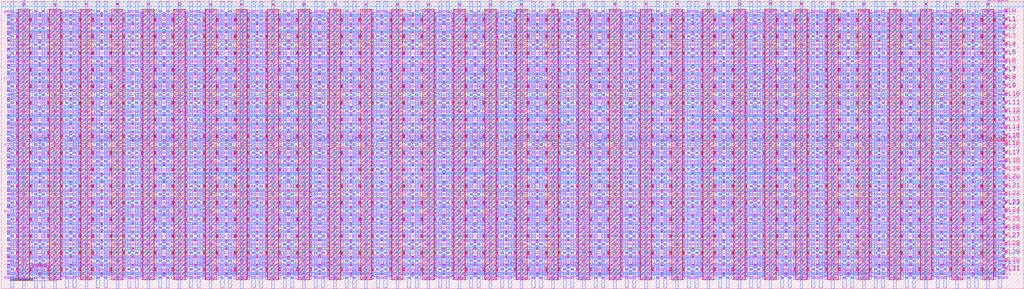
<source format=lef>
VERSION 5.7 ;
  NOWIREEXTENSIONATPIN ON ;
  DIVIDERCHAR "/" ;
  BUSBITCHARS "[]" ;
MACRO IMPACTSram
  CLASS BLOCK ;
  FOREIGN IMPACTSram ;
  ORIGIN 0.790 43.350 ;
  SIZE 221.940 BY 62.720 ;
  PIN BL0
    ANTENNADIFFAREA 6.184000 ;
    PORT
      LAYER li1 ;
        RECT 1.420 14.860 1.870 15.310 ;
        RECT 1.420 11.250 1.870 11.700 ;
        RECT 1.420 7.640 1.870 8.090 ;
        RECT 1.420 4.030 1.870 4.480 ;
        RECT 1.420 0.420 1.870 0.870 ;
        RECT 1.420 -3.190 1.870 -2.740 ;
        RECT 1.420 -6.800 1.870 -6.350 ;
        RECT 1.420 -10.410 1.870 -9.960 ;
        RECT 1.420 -14.020 1.870 -13.570 ;
        RECT 1.420 -17.630 1.870 -17.180 ;
        RECT 1.420 -21.240 1.870 -20.790 ;
        RECT 1.420 -24.850 1.870 -24.400 ;
        RECT 1.420 -28.460 1.870 -28.010 ;
        RECT 1.420 -32.070 1.870 -31.620 ;
        RECT 1.420 -35.680 1.870 -35.230 ;
        RECT 1.420 -39.290 1.870 -38.840 ;
      LAYER mcon ;
        RECT 1.520 14.960 1.770 15.210 ;
        RECT 1.520 11.350 1.770 11.600 ;
        RECT 1.520 7.740 1.770 7.990 ;
        RECT 1.520 4.130 1.770 4.380 ;
        RECT 1.520 0.520 1.770 0.770 ;
        RECT 1.520 -3.090 1.770 -2.840 ;
        RECT 1.520 -6.700 1.770 -6.450 ;
        RECT 1.520 -10.310 1.770 -10.060 ;
        RECT 1.520 -13.920 1.770 -13.670 ;
        RECT 1.520 -17.530 1.770 -17.280 ;
        RECT 1.520 -21.140 1.770 -20.890 ;
        RECT 1.520 -24.750 1.770 -24.500 ;
        RECT 1.520 -28.360 1.770 -28.110 ;
        RECT 1.520 -31.970 1.770 -31.720 ;
        RECT 1.520 -35.580 1.770 -35.330 ;
        RECT 1.520 -39.190 1.770 -38.940 ;
      LAYER met1 ;
        RECT 1.300 -43.100 1.980 19.120 ;
    END
  END BL0
  PIN BLb0
    ANTENNADIFFAREA 6.569000 ;
    PORT
      LAYER li1 ;
        RECT 6.520 16.660 6.970 17.110 ;
        RECT 6.520 13.050 6.970 13.510 ;
        RECT 6.520 9.440 6.970 9.900 ;
        RECT 6.520 5.830 6.970 6.290 ;
        RECT 6.520 2.220 6.970 2.680 ;
        RECT 6.520 -1.390 6.970 -0.930 ;
        RECT 6.520 -5.000 6.970 -4.540 ;
        RECT 6.520 -8.610 6.970 -8.150 ;
        RECT 6.520 -12.220 6.970 -11.760 ;
        RECT 6.520 -15.830 6.970 -15.370 ;
        RECT 6.520 -19.440 6.970 -18.980 ;
        RECT 6.520 -23.050 6.970 -22.590 ;
        RECT 6.520 -26.660 6.970 -26.200 ;
        RECT 6.520 -30.270 6.970 -29.810 ;
        RECT 6.520 -33.880 6.970 -33.420 ;
        RECT 6.520 -37.490 6.970 -37.030 ;
        RECT 6.520 -41.090 6.970 -40.640 ;
      LAYER mcon ;
        RECT 6.620 16.760 6.880 17.020 ;
        RECT 6.620 13.150 6.880 13.410 ;
        RECT 6.620 9.540 6.880 9.800 ;
        RECT 6.620 5.930 6.880 6.190 ;
        RECT 6.620 2.320 6.880 2.580 ;
        RECT 6.620 -1.290 6.880 -1.030 ;
        RECT 6.620 -4.900 6.880 -4.640 ;
        RECT 6.620 -8.510 6.880 -8.250 ;
        RECT 6.620 -12.120 6.880 -11.860 ;
        RECT 6.620 -15.730 6.880 -15.470 ;
        RECT 6.620 -19.340 6.880 -19.080 ;
        RECT 6.620 -22.950 6.880 -22.690 ;
        RECT 6.620 -26.560 6.880 -26.300 ;
        RECT 6.620 -30.170 6.880 -29.910 ;
        RECT 6.620 -33.780 6.880 -33.520 ;
        RECT 6.620 -37.390 6.880 -37.130 ;
        RECT 6.620 -41.000 6.880 -40.740 ;
      LAYER met1 ;
        RECT 6.400 -43.120 7.080 19.140 ;
    END
  END BLb0
  PIN BL1
    ANTENNADIFFAREA 6.569000 ;
    PORT
      LAYER li1 ;
        RECT 8.160 16.660 8.610 17.110 ;
        RECT 8.160 13.050 8.610 13.510 ;
        RECT 8.160 9.440 8.610 9.900 ;
        RECT 8.160 5.830 8.610 6.290 ;
        RECT 8.160 2.220 8.610 2.680 ;
        RECT 8.160 -1.390 8.610 -0.930 ;
        RECT 8.160 -5.000 8.610 -4.540 ;
        RECT 8.160 -8.610 8.610 -8.150 ;
        RECT 8.160 -12.220 8.610 -11.760 ;
        RECT 8.160 -15.830 8.610 -15.370 ;
        RECT 8.160 -19.440 8.610 -18.980 ;
        RECT 8.160 -23.050 8.610 -22.590 ;
        RECT 8.160 -26.660 8.610 -26.200 ;
        RECT 8.160 -30.270 8.610 -29.810 ;
        RECT 8.160 -33.880 8.610 -33.420 ;
        RECT 8.160 -37.490 8.610 -37.030 ;
        RECT 8.160 -41.090 8.610 -40.640 ;
      LAYER mcon ;
        RECT 8.250 16.760 8.510 17.020 ;
        RECT 8.250 13.150 8.510 13.410 ;
        RECT 8.250 9.540 8.510 9.800 ;
        RECT 8.250 5.930 8.510 6.190 ;
        RECT 8.250 2.320 8.510 2.580 ;
        RECT 8.250 -1.290 8.510 -1.030 ;
        RECT 8.250 -4.900 8.510 -4.640 ;
        RECT 8.250 -8.510 8.510 -8.250 ;
        RECT 8.250 -12.120 8.510 -11.860 ;
        RECT 8.250 -15.730 8.510 -15.470 ;
        RECT 8.250 -19.340 8.510 -19.080 ;
        RECT 8.250 -22.950 8.510 -22.690 ;
        RECT 8.250 -26.560 8.510 -26.300 ;
        RECT 8.250 -30.170 8.510 -29.910 ;
        RECT 8.250 -33.780 8.510 -33.520 ;
        RECT 8.250 -37.390 8.510 -37.130 ;
        RECT 8.250 -41.000 8.510 -40.740 ;
      LAYER met1 ;
        RECT 8.040 -43.110 8.720 19.130 ;
    END
  END BL1
  PIN BLb1
    ANTENNADIFFAREA 6.184000 ;
    PORT
      LAYER li1 ;
        RECT 13.260 14.860 13.710 15.310 ;
        RECT 13.260 11.250 13.710 11.700 ;
        RECT 13.260 7.640 13.710 8.090 ;
        RECT 13.260 4.030 13.710 4.480 ;
        RECT 13.260 0.420 13.710 0.870 ;
        RECT 13.260 -3.190 13.710 -2.740 ;
        RECT 13.260 -6.800 13.710 -6.350 ;
        RECT 13.260 -10.410 13.710 -9.960 ;
        RECT 13.260 -14.020 13.710 -13.570 ;
        RECT 13.260 -17.630 13.710 -17.180 ;
        RECT 13.260 -21.240 13.710 -20.790 ;
        RECT 13.260 -24.850 13.710 -24.400 ;
        RECT 13.260 -28.460 13.710 -28.010 ;
        RECT 13.260 -32.070 13.710 -31.620 ;
        RECT 13.260 -35.680 13.710 -35.230 ;
        RECT 13.260 -39.290 13.710 -38.840 ;
      LAYER mcon ;
        RECT 13.360 14.960 13.610 15.210 ;
        RECT 13.360 11.350 13.610 11.600 ;
        RECT 13.360 7.740 13.610 7.990 ;
        RECT 13.360 4.130 13.610 4.380 ;
        RECT 13.360 0.520 13.610 0.770 ;
        RECT 13.360 -3.090 13.610 -2.840 ;
        RECT 13.360 -6.700 13.610 -6.450 ;
        RECT 13.360 -10.310 13.610 -10.060 ;
        RECT 13.360 -13.920 13.610 -13.670 ;
        RECT 13.360 -17.530 13.610 -17.280 ;
        RECT 13.360 -21.140 13.610 -20.890 ;
        RECT 13.360 -24.750 13.610 -24.500 ;
        RECT 13.360 -28.360 13.610 -28.110 ;
        RECT 13.360 -31.970 13.610 -31.720 ;
        RECT 13.360 -35.580 13.610 -35.330 ;
        RECT 13.360 -39.190 13.610 -38.940 ;
      LAYER met1 ;
        RECT 13.160 -43.110 13.840 19.130 ;
    END
  END BLb1
  PIN BL2
    ANTENNADIFFAREA 6.184000 ;
    PORT
      LAYER li1 ;
        RECT 14.920 14.860 15.370 15.310 ;
        RECT 14.920 11.250 15.370 11.700 ;
        RECT 14.920 7.640 15.370 8.090 ;
        RECT 14.920 4.030 15.370 4.480 ;
        RECT 14.920 0.420 15.370 0.870 ;
        RECT 14.920 -3.190 15.370 -2.740 ;
        RECT 14.920 -6.800 15.370 -6.350 ;
        RECT 14.920 -10.410 15.370 -9.960 ;
        RECT 14.920 -14.020 15.370 -13.570 ;
        RECT 14.920 -17.630 15.370 -17.180 ;
        RECT 14.920 -21.240 15.370 -20.790 ;
        RECT 14.920 -24.850 15.370 -24.400 ;
        RECT 14.920 -28.460 15.370 -28.010 ;
        RECT 14.920 -32.070 15.370 -31.620 ;
        RECT 14.920 -35.680 15.370 -35.230 ;
        RECT 14.920 -39.290 15.370 -38.840 ;
      LAYER mcon ;
        RECT 15.020 14.960 15.270 15.210 ;
        RECT 15.020 11.350 15.270 11.600 ;
        RECT 15.020 7.740 15.270 7.990 ;
        RECT 15.020 4.130 15.270 4.380 ;
        RECT 15.020 0.520 15.270 0.770 ;
        RECT 15.020 -3.090 15.270 -2.840 ;
        RECT 15.020 -6.700 15.270 -6.450 ;
        RECT 15.020 -10.310 15.270 -10.060 ;
        RECT 15.020 -13.920 15.270 -13.670 ;
        RECT 15.020 -17.530 15.270 -17.280 ;
        RECT 15.020 -21.140 15.270 -20.890 ;
        RECT 15.020 -24.750 15.270 -24.500 ;
        RECT 15.020 -28.360 15.270 -28.110 ;
        RECT 15.020 -31.970 15.270 -31.720 ;
        RECT 15.020 -35.580 15.270 -35.330 ;
        RECT 15.020 -39.190 15.270 -38.940 ;
      LAYER met1 ;
        RECT 14.800 -43.110 15.480 19.130 ;
    END
  END BL2
  PIN BLb2
    ANTENNADIFFAREA 6.569000 ;
    PORT
      LAYER li1 ;
        RECT 20.020 16.660 20.470 17.110 ;
        RECT 20.020 13.050 20.470 13.510 ;
        RECT 20.020 9.440 20.470 9.900 ;
        RECT 20.020 5.830 20.470 6.290 ;
        RECT 20.020 2.220 20.470 2.680 ;
        RECT 20.020 -1.390 20.470 -0.930 ;
        RECT 20.020 -5.000 20.470 -4.540 ;
        RECT 20.020 -8.610 20.470 -8.150 ;
        RECT 20.020 -12.220 20.470 -11.760 ;
        RECT 20.020 -15.830 20.470 -15.370 ;
        RECT 20.020 -19.440 20.470 -18.980 ;
        RECT 20.020 -23.050 20.470 -22.590 ;
        RECT 20.020 -26.660 20.470 -26.200 ;
        RECT 20.020 -30.270 20.470 -29.810 ;
        RECT 20.020 -33.880 20.470 -33.420 ;
        RECT 20.020 -37.490 20.470 -37.030 ;
        RECT 20.020 -41.090 20.470 -40.640 ;
      LAYER mcon ;
        RECT 20.120 16.760 20.380 17.020 ;
        RECT 20.120 13.150 20.380 13.410 ;
        RECT 20.120 9.540 20.380 9.800 ;
        RECT 20.120 5.930 20.380 6.190 ;
        RECT 20.120 2.320 20.380 2.580 ;
        RECT 20.120 -1.290 20.380 -1.030 ;
        RECT 20.120 -4.900 20.380 -4.640 ;
        RECT 20.120 -8.510 20.380 -8.250 ;
        RECT 20.120 -12.120 20.380 -11.860 ;
        RECT 20.120 -15.730 20.380 -15.470 ;
        RECT 20.120 -19.340 20.380 -19.080 ;
        RECT 20.120 -22.950 20.380 -22.690 ;
        RECT 20.120 -26.560 20.380 -26.300 ;
        RECT 20.120 -30.170 20.380 -29.910 ;
        RECT 20.120 -33.780 20.380 -33.520 ;
        RECT 20.120 -37.390 20.380 -37.130 ;
        RECT 20.120 -41.000 20.380 -40.740 ;
      LAYER met1 ;
        RECT 19.910 -43.120 20.590 19.140 ;
    END
  END BLb2
  PIN BL3
    ANTENNADIFFAREA 6.569000 ;
    PORT
      LAYER li1 ;
        RECT 21.660 16.660 22.110 17.110 ;
        RECT 21.660 13.050 22.110 13.510 ;
        RECT 21.660 9.440 22.110 9.900 ;
        RECT 21.660 5.830 22.110 6.290 ;
        RECT 21.660 2.220 22.110 2.680 ;
        RECT 21.660 -1.390 22.110 -0.930 ;
        RECT 21.660 -5.000 22.110 -4.540 ;
        RECT 21.660 -8.610 22.110 -8.150 ;
        RECT 21.660 -12.220 22.110 -11.760 ;
        RECT 21.660 -15.830 22.110 -15.370 ;
        RECT 21.660 -19.440 22.110 -18.980 ;
        RECT 21.660 -23.050 22.110 -22.590 ;
        RECT 21.660 -26.660 22.110 -26.200 ;
        RECT 21.660 -30.270 22.110 -29.810 ;
        RECT 21.660 -33.880 22.110 -33.420 ;
        RECT 21.660 -37.490 22.110 -37.030 ;
        RECT 21.660 -41.090 22.110 -40.640 ;
      LAYER mcon ;
        RECT 21.750 16.760 22.010 17.020 ;
        RECT 21.750 13.150 22.010 13.410 ;
        RECT 21.750 9.540 22.010 9.800 ;
        RECT 21.750 5.930 22.010 6.190 ;
        RECT 21.750 2.320 22.010 2.580 ;
        RECT 21.750 -1.290 22.010 -1.030 ;
        RECT 21.750 -4.900 22.010 -4.640 ;
        RECT 21.750 -8.510 22.010 -8.250 ;
        RECT 21.750 -12.120 22.010 -11.860 ;
        RECT 21.750 -15.730 22.010 -15.470 ;
        RECT 21.750 -19.340 22.010 -19.080 ;
        RECT 21.750 -22.950 22.010 -22.690 ;
        RECT 21.750 -26.560 22.010 -26.300 ;
        RECT 21.750 -30.170 22.010 -29.910 ;
        RECT 21.750 -33.780 22.010 -33.520 ;
        RECT 21.750 -37.390 22.010 -37.130 ;
        RECT 21.750 -41.000 22.010 -40.740 ;
      LAYER met1 ;
        RECT 21.550 -43.110 22.230 19.130 ;
    END
  END BL3
  PIN BLb3
    ANTENNADIFFAREA 6.184000 ;
    PORT
      LAYER li1 ;
        RECT 26.760 14.860 27.210 15.310 ;
        RECT 26.760 11.250 27.210 11.700 ;
        RECT 26.760 7.640 27.210 8.090 ;
        RECT 26.760 4.030 27.210 4.480 ;
        RECT 26.760 0.420 27.210 0.870 ;
        RECT 26.760 -3.190 27.210 -2.740 ;
        RECT 26.760 -6.800 27.210 -6.350 ;
        RECT 26.760 -10.410 27.210 -9.960 ;
        RECT 26.760 -14.020 27.210 -13.570 ;
        RECT 26.760 -17.630 27.210 -17.180 ;
        RECT 26.760 -21.240 27.210 -20.790 ;
        RECT 26.760 -24.850 27.210 -24.400 ;
        RECT 26.760 -28.460 27.210 -28.010 ;
        RECT 26.760 -32.070 27.210 -31.620 ;
        RECT 26.760 -35.680 27.210 -35.230 ;
        RECT 26.760 -39.290 27.210 -38.840 ;
      LAYER mcon ;
        RECT 26.860 14.960 27.110 15.210 ;
        RECT 26.860 11.350 27.110 11.600 ;
        RECT 26.860 7.740 27.110 7.990 ;
        RECT 26.860 4.130 27.110 4.380 ;
        RECT 26.860 0.520 27.110 0.770 ;
        RECT 26.860 -3.090 27.110 -2.840 ;
        RECT 26.860 -6.700 27.110 -6.450 ;
        RECT 26.860 -10.310 27.110 -10.060 ;
        RECT 26.860 -13.920 27.110 -13.670 ;
        RECT 26.860 -17.530 27.110 -17.280 ;
        RECT 26.860 -21.140 27.110 -20.890 ;
        RECT 26.860 -24.750 27.110 -24.500 ;
        RECT 26.860 -28.360 27.110 -28.110 ;
        RECT 26.860 -31.970 27.110 -31.720 ;
        RECT 26.860 -35.580 27.110 -35.330 ;
        RECT 26.860 -39.190 27.110 -38.940 ;
      LAYER met1 ;
        RECT 26.650 -43.100 27.330 19.120 ;
    END
  END BLb3
  PIN BL4
    ANTENNADIFFAREA 6.184000 ;
    PORT
      LAYER li1 ;
        RECT 28.420 14.860 28.870 15.310 ;
        RECT 28.420 11.250 28.870 11.700 ;
        RECT 28.420 7.640 28.870 8.090 ;
        RECT 28.420 4.030 28.870 4.480 ;
        RECT 28.420 0.420 28.870 0.870 ;
        RECT 28.420 -3.190 28.870 -2.740 ;
        RECT 28.420 -6.800 28.870 -6.350 ;
        RECT 28.420 -10.410 28.870 -9.960 ;
        RECT 28.420 -14.020 28.870 -13.570 ;
        RECT 28.420 -17.630 28.870 -17.180 ;
        RECT 28.420 -21.240 28.870 -20.790 ;
        RECT 28.420 -24.850 28.870 -24.400 ;
        RECT 28.420 -28.460 28.870 -28.010 ;
        RECT 28.420 -32.070 28.870 -31.620 ;
        RECT 28.420 -35.680 28.870 -35.230 ;
        RECT 28.420 -39.290 28.870 -38.840 ;
      LAYER mcon ;
        RECT 28.520 14.960 28.770 15.210 ;
        RECT 28.520 11.350 28.770 11.600 ;
        RECT 28.520 7.740 28.770 7.990 ;
        RECT 28.520 4.130 28.770 4.380 ;
        RECT 28.520 0.520 28.770 0.770 ;
        RECT 28.520 -3.090 28.770 -2.840 ;
        RECT 28.520 -6.700 28.770 -6.450 ;
        RECT 28.520 -10.310 28.770 -10.060 ;
        RECT 28.520 -13.920 28.770 -13.670 ;
        RECT 28.520 -17.530 28.770 -17.280 ;
        RECT 28.520 -21.140 28.770 -20.890 ;
        RECT 28.520 -24.750 28.770 -24.500 ;
        RECT 28.520 -28.360 28.770 -28.110 ;
        RECT 28.520 -31.970 28.770 -31.720 ;
        RECT 28.520 -35.580 28.770 -35.330 ;
        RECT 28.520 -39.190 28.770 -38.940 ;
      LAYER met1 ;
        RECT 28.300 -43.100 28.980 19.120 ;
    END
  END BL4
  PIN BLb4
    ANTENNADIFFAREA 6.569000 ;
    PORT
      LAYER li1 ;
        RECT 33.520 16.660 33.970 17.110 ;
        RECT 33.520 13.050 33.970 13.510 ;
        RECT 33.520 9.440 33.970 9.900 ;
        RECT 33.520 5.830 33.970 6.290 ;
        RECT 33.520 2.220 33.970 2.680 ;
        RECT 33.520 -1.390 33.970 -0.930 ;
        RECT 33.520 -5.000 33.970 -4.540 ;
        RECT 33.520 -8.610 33.970 -8.150 ;
        RECT 33.520 -12.220 33.970 -11.760 ;
        RECT 33.520 -15.830 33.970 -15.370 ;
        RECT 33.520 -19.440 33.970 -18.980 ;
        RECT 33.520 -23.050 33.970 -22.590 ;
        RECT 33.520 -26.660 33.970 -26.200 ;
        RECT 33.520 -30.270 33.970 -29.810 ;
        RECT 33.520 -33.880 33.970 -33.420 ;
        RECT 33.520 -37.490 33.970 -37.030 ;
        RECT 33.520 -41.090 33.970 -40.640 ;
      LAYER mcon ;
        RECT 33.620 16.760 33.880 17.020 ;
        RECT 33.620 13.150 33.880 13.410 ;
        RECT 33.620 9.540 33.880 9.800 ;
        RECT 33.620 5.930 33.880 6.190 ;
        RECT 33.620 2.320 33.880 2.580 ;
        RECT 33.620 -1.290 33.880 -1.030 ;
        RECT 33.620 -4.900 33.880 -4.640 ;
        RECT 33.620 -8.510 33.880 -8.250 ;
        RECT 33.620 -12.120 33.880 -11.860 ;
        RECT 33.620 -15.730 33.880 -15.470 ;
        RECT 33.620 -19.340 33.880 -19.080 ;
        RECT 33.620 -22.950 33.880 -22.690 ;
        RECT 33.620 -26.560 33.880 -26.300 ;
        RECT 33.620 -30.170 33.880 -29.910 ;
        RECT 33.620 -33.780 33.880 -33.520 ;
        RECT 33.620 -37.390 33.880 -37.130 ;
        RECT 33.620 -41.000 33.880 -40.740 ;
      LAYER met1 ;
        RECT 33.400 -43.110 34.080 19.130 ;
    END
  END BLb4
  PIN BL5
    ANTENNADIFFAREA 6.569000 ;
    PORT
      LAYER li1 ;
        RECT 35.160 16.660 35.610 17.110 ;
        RECT 35.160 13.050 35.610 13.510 ;
        RECT 35.160 9.440 35.610 9.900 ;
        RECT 35.160 5.830 35.610 6.290 ;
        RECT 35.160 2.220 35.610 2.680 ;
        RECT 35.160 -1.390 35.610 -0.930 ;
        RECT 35.160 -5.000 35.610 -4.540 ;
        RECT 35.160 -8.610 35.610 -8.150 ;
        RECT 35.160 -12.220 35.610 -11.760 ;
        RECT 35.160 -15.830 35.610 -15.370 ;
        RECT 35.160 -19.440 35.610 -18.980 ;
        RECT 35.160 -23.050 35.610 -22.590 ;
        RECT 35.160 -26.660 35.610 -26.200 ;
        RECT 35.160 -30.270 35.610 -29.810 ;
        RECT 35.160 -33.880 35.610 -33.420 ;
        RECT 35.160 -37.490 35.610 -37.030 ;
        RECT 35.160 -41.090 35.610 -40.640 ;
      LAYER mcon ;
        RECT 35.250 16.760 35.510 17.020 ;
        RECT 35.250 13.150 35.510 13.410 ;
        RECT 35.250 9.540 35.510 9.800 ;
        RECT 35.250 5.930 35.510 6.190 ;
        RECT 35.250 2.320 35.510 2.580 ;
        RECT 35.250 -1.290 35.510 -1.030 ;
        RECT 35.250 -4.900 35.510 -4.640 ;
        RECT 35.250 -8.510 35.510 -8.250 ;
        RECT 35.250 -12.120 35.510 -11.860 ;
        RECT 35.250 -15.730 35.510 -15.470 ;
        RECT 35.250 -19.340 35.510 -19.080 ;
        RECT 35.250 -22.950 35.510 -22.690 ;
        RECT 35.250 -26.560 35.510 -26.300 ;
        RECT 35.250 -30.170 35.510 -29.910 ;
        RECT 35.250 -33.780 35.510 -33.520 ;
        RECT 35.250 -37.390 35.510 -37.130 ;
        RECT 35.250 -41.000 35.510 -40.740 ;
      LAYER met1 ;
        RECT 35.040 -43.120 35.720 19.140 ;
    END
  END BL5
  PIN BLb5
    ANTENNADIFFAREA 6.184000 ;
    PORT
      LAYER li1 ;
        RECT 40.260 14.860 40.710 15.310 ;
        RECT 40.260 11.250 40.710 11.700 ;
        RECT 40.260 7.640 40.710 8.090 ;
        RECT 40.260 4.030 40.710 4.480 ;
        RECT 40.260 0.420 40.710 0.870 ;
        RECT 40.260 -3.190 40.710 -2.740 ;
        RECT 40.260 -6.800 40.710 -6.350 ;
        RECT 40.260 -10.410 40.710 -9.960 ;
        RECT 40.260 -14.020 40.710 -13.570 ;
        RECT 40.260 -17.630 40.710 -17.180 ;
        RECT 40.260 -21.240 40.710 -20.790 ;
        RECT 40.260 -24.850 40.710 -24.400 ;
        RECT 40.260 -28.460 40.710 -28.010 ;
        RECT 40.260 -32.070 40.710 -31.620 ;
        RECT 40.260 -35.680 40.710 -35.230 ;
        RECT 40.260 -39.290 40.710 -38.840 ;
      LAYER mcon ;
        RECT 40.360 14.960 40.610 15.210 ;
        RECT 40.360 11.350 40.610 11.600 ;
        RECT 40.360 7.740 40.610 7.990 ;
        RECT 40.360 4.130 40.610 4.380 ;
        RECT 40.360 0.520 40.610 0.770 ;
        RECT 40.360 -3.090 40.610 -2.840 ;
        RECT 40.360 -6.700 40.610 -6.450 ;
        RECT 40.360 -10.310 40.610 -10.060 ;
        RECT 40.360 -13.920 40.610 -13.670 ;
        RECT 40.360 -17.530 40.610 -17.280 ;
        RECT 40.360 -21.140 40.610 -20.890 ;
        RECT 40.360 -24.750 40.610 -24.500 ;
        RECT 40.360 -28.360 40.610 -28.110 ;
        RECT 40.360 -31.970 40.610 -31.720 ;
        RECT 40.360 -35.580 40.610 -35.330 ;
        RECT 40.360 -39.190 40.610 -38.940 ;
      LAYER met1 ;
        RECT 40.150 -43.110 40.830 19.130 ;
    END
  END BLb5
  PIN BL6
    ANTENNADIFFAREA 6.184000 ;
    PORT
      LAYER li1 ;
        RECT 41.920 14.860 42.370 15.310 ;
        RECT 41.920 11.250 42.370 11.700 ;
        RECT 41.920 7.640 42.370 8.090 ;
        RECT 41.920 4.030 42.370 4.480 ;
        RECT 41.920 0.420 42.370 0.870 ;
        RECT 41.920 -3.190 42.370 -2.740 ;
        RECT 41.920 -6.800 42.370 -6.350 ;
        RECT 41.920 -10.410 42.370 -9.960 ;
        RECT 41.920 -14.020 42.370 -13.570 ;
        RECT 41.920 -17.630 42.370 -17.180 ;
        RECT 41.920 -21.240 42.370 -20.790 ;
        RECT 41.920 -24.850 42.370 -24.400 ;
        RECT 41.920 -28.460 42.370 -28.010 ;
        RECT 41.920 -32.070 42.370 -31.620 ;
        RECT 41.920 -35.680 42.370 -35.230 ;
        RECT 41.920 -39.290 42.370 -38.840 ;
      LAYER mcon ;
        RECT 42.020 14.960 42.270 15.210 ;
        RECT 42.020 11.350 42.270 11.600 ;
        RECT 42.020 7.740 42.270 7.990 ;
        RECT 42.020 4.130 42.270 4.380 ;
        RECT 42.020 0.520 42.270 0.770 ;
        RECT 42.020 -3.090 42.270 -2.840 ;
        RECT 42.020 -6.700 42.270 -6.450 ;
        RECT 42.020 -10.310 42.270 -10.060 ;
        RECT 42.020 -13.920 42.270 -13.670 ;
        RECT 42.020 -17.530 42.270 -17.280 ;
        RECT 42.020 -21.140 42.270 -20.890 ;
        RECT 42.020 -24.750 42.270 -24.500 ;
        RECT 42.020 -28.360 42.270 -28.110 ;
        RECT 42.020 -31.970 42.270 -31.720 ;
        RECT 42.020 -35.580 42.270 -35.330 ;
        RECT 42.020 -39.190 42.270 -38.940 ;
      LAYER met1 ;
        RECT 41.790 -43.110 42.470 19.130 ;
    END
  END BL6
  PIN BLb6
    ANTENNADIFFAREA 6.569000 ;
    PORT
      LAYER li1 ;
        RECT 47.020 16.660 47.470 17.110 ;
        RECT 47.020 13.050 47.470 13.510 ;
        RECT 47.020 9.440 47.470 9.900 ;
        RECT 47.020 5.830 47.470 6.290 ;
        RECT 47.020 2.220 47.470 2.680 ;
        RECT 47.020 -1.390 47.470 -0.930 ;
        RECT 47.020 -5.000 47.470 -4.540 ;
        RECT 47.020 -8.610 47.470 -8.150 ;
        RECT 47.020 -12.220 47.470 -11.760 ;
        RECT 47.020 -15.830 47.470 -15.370 ;
        RECT 47.020 -19.440 47.470 -18.980 ;
        RECT 47.020 -23.050 47.470 -22.590 ;
        RECT 47.020 -26.660 47.470 -26.200 ;
        RECT 47.020 -30.270 47.470 -29.810 ;
        RECT 47.020 -33.880 47.470 -33.420 ;
        RECT 47.020 -37.490 47.470 -37.030 ;
        RECT 47.020 -41.090 47.470 -40.640 ;
      LAYER mcon ;
        RECT 47.120 16.760 47.380 17.020 ;
        RECT 47.120 13.150 47.380 13.410 ;
        RECT 47.120 9.540 47.380 9.800 ;
        RECT 47.120 5.930 47.380 6.190 ;
        RECT 47.120 2.320 47.380 2.580 ;
        RECT 47.120 -1.290 47.380 -1.030 ;
        RECT 47.120 -4.900 47.380 -4.640 ;
        RECT 47.120 -8.510 47.380 -8.250 ;
        RECT 47.120 -12.120 47.380 -11.860 ;
        RECT 47.120 -15.730 47.380 -15.470 ;
        RECT 47.120 -19.340 47.380 -19.080 ;
        RECT 47.120 -22.950 47.380 -22.690 ;
        RECT 47.120 -26.560 47.380 -26.300 ;
        RECT 47.120 -30.170 47.380 -29.910 ;
        RECT 47.120 -33.780 47.380 -33.520 ;
        RECT 47.120 -37.390 47.380 -37.130 ;
        RECT 47.120 -41.000 47.380 -40.740 ;
      LAYER met1 ;
        RECT 46.910 -43.110 47.590 19.130 ;
    END
  END BLb6
  PIN BL7
    ANTENNADIFFAREA 6.569000 ;
    PORT
      LAYER li1 ;
        RECT 48.660 16.660 49.110 17.110 ;
        RECT 48.660 13.050 49.110 13.510 ;
        RECT 48.660 9.440 49.110 9.900 ;
        RECT 48.660 5.830 49.110 6.290 ;
        RECT 48.660 2.220 49.110 2.680 ;
        RECT 48.660 -1.390 49.110 -0.930 ;
        RECT 48.660 -5.000 49.110 -4.540 ;
        RECT 48.660 -8.610 49.110 -8.150 ;
        RECT 48.660 -12.220 49.110 -11.760 ;
        RECT 48.660 -15.830 49.110 -15.370 ;
        RECT 48.660 -19.440 49.110 -18.980 ;
        RECT 48.660 -23.050 49.110 -22.590 ;
        RECT 48.660 -26.660 49.110 -26.200 ;
        RECT 48.660 -30.270 49.110 -29.810 ;
        RECT 48.660 -33.880 49.110 -33.420 ;
        RECT 48.660 -37.490 49.110 -37.030 ;
        RECT 48.660 -41.090 49.110 -40.640 ;
      LAYER mcon ;
        RECT 48.750 16.760 49.010 17.020 ;
        RECT 48.750 13.150 49.010 13.410 ;
        RECT 48.750 9.540 49.010 9.800 ;
        RECT 48.750 5.930 49.010 6.190 ;
        RECT 48.750 2.320 49.010 2.580 ;
        RECT 48.750 -1.290 49.010 -1.030 ;
        RECT 48.750 -4.900 49.010 -4.640 ;
        RECT 48.750 -8.510 49.010 -8.250 ;
        RECT 48.750 -12.120 49.010 -11.860 ;
        RECT 48.750 -15.730 49.010 -15.470 ;
        RECT 48.750 -19.340 49.010 -19.080 ;
        RECT 48.750 -22.950 49.010 -22.690 ;
        RECT 48.750 -26.560 49.010 -26.300 ;
        RECT 48.750 -30.170 49.010 -29.910 ;
        RECT 48.750 -33.780 49.010 -33.520 ;
        RECT 48.750 -37.390 49.010 -37.130 ;
        RECT 48.750 -41.000 49.010 -40.740 ;
      LAYER met1 ;
        RECT 48.550 -43.120 49.230 19.140 ;
    END
  END BL7
  PIN BLb7
    ANTENNADIFFAREA 6.184000 ;
    PORT
      LAYER li1 ;
        RECT 53.760 14.860 54.210 15.310 ;
        RECT 53.760 11.250 54.210 11.700 ;
        RECT 53.760 7.640 54.210 8.090 ;
        RECT 53.760 4.030 54.210 4.480 ;
        RECT 53.760 0.420 54.210 0.870 ;
        RECT 53.760 -3.190 54.210 -2.740 ;
        RECT 53.760 -6.800 54.210 -6.350 ;
        RECT 53.760 -10.410 54.210 -9.960 ;
        RECT 53.760 -14.020 54.210 -13.570 ;
        RECT 53.760 -17.630 54.210 -17.180 ;
        RECT 53.760 -21.240 54.210 -20.790 ;
        RECT 53.760 -24.850 54.210 -24.400 ;
        RECT 53.760 -28.460 54.210 -28.010 ;
        RECT 53.760 -32.070 54.210 -31.620 ;
        RECT 53.760 -35.680 54.210 -35.230 ;
        RECT 53.760 -39.290 54.210 -38.840 ;
      LAYER mcon ;
        RECT 53.860 14.960 54.110 15.210 ;
        RECT 53.860 11.350 54.110 11.600 ;
        RECT 53.860 7.740 54.110 7.990 ;
        RECT 53.860 4.130 54.110 4.380 ;
        RECT 53.860 0.520 54.110 0.770 ;
        RECT 53.860 -3.090 54.110 -2.840 ;
        RECT 53.860 -6.700 54.110 -6.450 ;
        RECT 53.860 -10.310 54.110 -10.060 ;
        RECT 53.860 -13.920 54.110 -13.670 ;
        RECT 53.860 -17.530 54.110 -17.280 ;
        RECT 53.860 -21.140 54.110 -20.890 ;
        RECT 53.860 -24.750 54.110 -24.500 ;
        RECT 53.860 -28.360 54.110 -28.110 ;
        RECT 53.860 -31.970 54.110 -31.720 ;
        RECT 53.860 -35.580 54.110 -35.330 ;
        RECT 53.860 -39.190 54.110 -38.940 ;
      LAYER met1 ;
        RECT 53.650 -43.100 54.330 19.120 ;
    END
  END BLb7
  PIN BL8
    ANTENNADIFFAREA 6.184000 ;
    PORT
      LAYER li1 ;
        RECT 55.420 14.860 55.870 15.310 ;
        RECT 55.420 11.250 55.870 11.700 ;
        RECT 55.420 7.640 55.870 8.090 ;
        RECT 55.420 4.030 55.870 4.480 ;
        RECT 55.420 0.420 55.870 0.870 ;
        RECT 55.420 -3.190 55.870 -2.740 ;
        RECT 55.420 -6.800 55.870 -6.350 ;
        RECT 55.420 -10.410 55.870 -9.960 ;
        RECT 55.420 -14.020 55.870 -13.570 ;
        RECT 55.420 -17.630 55.870 -17.180 ;
        RECT 55.420 -21.240 55.870 -20.790 ;
        RECT 55.420 -24.850 55.870 -24.400 ;
        RECT 55.420 -28.460 55.870 -28.010 ;
        RECT 55.420 -32.070 55.870 -31.620 ;
        RECT 55.420 -35.680 55.870 -35.230 ;
        RECT 55.420 -39.290 55.870 -38.840 ;
      LAYER mcon ;
        RECT 55.520 14.960 55.770 15.210 ;
        RECT 55.520 11.350 55.770 11.600 ;
        RECT 55.520 7.740 55.770 7.990 ;
        RECT 55.520 4.130 55.770 4.380 ;
        RECT 55.520 0.520 55.770 0.770 ;
        RECT 55.520 -3.090 55.770 -2.840 ;
        RECT 55.520 -6.700 55.770 -6.450 ;
        RECT 55.520 -10.310 55.770 -10.060 ;
        RECT 55.520 -13.920 55.770 -13.670 ;
        RECT 55.520 -17.530 55.770 -17.280 ;
        RECT 55.520 -21.140 55.770 -20.890 ;
        RECT 55.520 -24.750 55.770 -24.500 ;
        RECT 55.520 -28.360 55.770 -28.110 ;
        RECT 55.520 -31.970 55.770 -31.720 ;
        RECT 55.520 -35.580 55.770 -35.330 ;
        RECT 55.520 -39.190 55.770 -38.940 ;
      LAYER met1 ;
        RECT 55.300 -43.100 55.980 19.120 ;
    END
  END BL8
  PIN BLb8
    ANTENNADIFFAREA 6.569000 ;
    PORT
      LAYER li1 ;
        RECT 60.520 16.660 60.970 17.110 ;
        RECT 60.520 13.050 60.970 13.510 ;
        RECT 60.520 9.440 60.970 9.900 ;
        RECT 60.520 5.830 60.970 6.290 ;
        RECT 60.520 2.220 60.970 2.680 ;
        RECT 60.520 -1.390 60.970 -0.930 ;
        RECT 60.520 -5.000 60.970 -4.540 ;
        RECT 60.520 -8.610 60.970 -8.150 ;
        RECT 60.520 -12.220 60.970 -11.760 ;
        RECT 60.520 -15.830 60.970 -15.370 ;
        RECT 60.520 -19.440 60.970 -18.980 ;
        RECT 60.520 -23.050 60.970 -22.590 ;
        RECT 60.520 -26.660 60.970 -26.200 ;
        RECT 60.520 -30.270 60.970 -29.810 ;
        RECT 60.520 -33.880 60.970 -33.420 ;
        RECT 60.520 -37.490 60.970 -37.030 ;
        RECT 60.520 -41.090 60.970 -40.640 ;
      LAYER mcon ;
        RECT 60.620 16.760 60.880 17.020 ;
        RECT 60.620 13.150 60.880 13.410 ;
        RECT 60.620 9.540 60.880 9.800 ;
        RECT 60.620 5.930 60.880 6.190 ;
        RECT 60.620 2.320 60.880 2.580 ;
        RECT 60.620 -1.290 60.880 -1.030 ;
        RECT 60.620 -4.900 60.880 -4.640 ;
        RECT 60.620 -8.510 60.880 -8.250 ;
        RECT 60.620 -12.120 60.880 -11.860 ;
        RECT 60.620 -15.730 60.880 -15.470 ;
        RECT 60.620 -19.340 60.880 -19.080 ;
        RECT 60.620 -22.950 60.880 -22.690 ;
        RECT 60.620 -26.560 60.880 -26.300 ;
        RECT 60.620 -30.170 60.880 -29.910 ;
        RECT 60.620 -33.780 60.880 -33.520 ;
        RECT 60.620 -37.390 60.880 -37.130 ;
        RECT 60.620 -41.000 60.880 -40.740 ;
      LAYER met1 ;
        RECT 60.400 -43.120 61.080 19.140 ;
    END
  END BLb8
  PIN BL9
    ANTENNADIFFAREA 6.569000 ;
    PORT
      LAYER li1 ;
        RECT 62.160 16.660 62.610 17.110 ;
        RECT 62.160 13.050 62.610 13.510 ;
        RECT 62.160 9.440 62.610 9.900 ;
        RECT 62.160 5.830 62.610 6.290 ;
        RECT 62.160 2.220 62.610 2.680 ;
        RECT 62.160 -1.390 62.610 -0.930 ;
        RECT 62.160 -5.000 62.610 -4.540 ;
        RECT 62.160 -8.610 62.610 -8.150 ;
        RECT 62.160 -12.220 62.610 -11.760 ;
        RECT 62.160 -15.830 62.610 -15.370 ;
        RECT 62.160 -19.440 62.610 -18.980 ;
        RECT 62.160 -23.050 62.610 -22.590 ;
        RECT 62.160 -26.660 62.610 -26.200 ;
        RECT 62.160 -30.270 62.610 -29.810 ;
        RECT 62.160 -33.880 62.610 -33.420 ;
        RECT 62.160 -37.490 62.610 -37.030 ;
        RECT 62.160 -41.090 62.610 -40.640 ;
      LAYER mcon ;
        RECT 62.250 16.760 62.510 17.020 ;
        RECT 62.250 13.150 62.510 13.410 ;
        RECT 62.250 9.540 62.510 9.800 ;
        RECT 62.250 5.930 62.510 6.190 ;
        RECT 62.250 2.320 62.510 2.580 ;
        RECT 62.250 -1.290 62.510 -1.030 ;
        RECT 62.250 -4.900 62.510 -4.640 ;
        RECT 62.250 -8.510 62.510 -8.250 ;
        RECT 62.250 -12.120 62.510 -11.860 ;
        RECT 62.250 -15.730 62.510 -15.470 ;
        RECT 62.250 -19.340 62.510 -19.080 ;
        RECT 62.250 -22.950 62.510 -22.690 ;
        RECT 62.250 -26.560 62.510 -26.300 ;
        RECT 62.250 -30.170 62.510 -29.910 ;
        RECT 62.250 -33.780 62.510 -33.520 ;
        RECT 62.250 -37.390 62.510 -37.130 ;
        RECT 62.250 -41.000 62.510 -40.740 ;
      LAYER met1 ;
        RECT 62.040 -43.110 62.720 19.130 ;
    END
  END BL9
  PIN BLb9
    ANTENNADIFFAREA 6.184000 ;
    PORT
      LAYER li1 ;
        RECT 67.260 14.860 67.710 15.310 ;
        RECT 67.260 11.250 67.710 11.700 ;
        RECT 67.260 7.640 67.710 8.090 ;
        RECT 67.260 4.030 67.710 4.480 ;
        RECT 67.260 0.420 67.710 0.870 ;
        RECT 67.260 -3.190 67.710 -2.740 ;
        RECT 67.260 -6.800 67.710 -6.350 ;
        RECT 67.260 -10.410 67.710 -9.960 ;
        RECT 67.260 -14.020 67.710 -13.570 ;
        RECT 67.260 -17.630 67.710 -17.180 ;
        RECT 67.260 -21.240 67.710 -20.790 ;
        RECT 67.260 -24.850 67.710 -24.400 ;
        RECT 67.260 -28.460 67.710 -28.010 ;
        RECT 67.260 -32.070 67.710 -31.620 ;
        RECT 67.260 -35.680 67.710 -35.230 ;
        RECT 67.260 -39.290 67.710 -38.840 ;
      LAYER mcon ;
        RECT 67.360 14.960 67.610 15.210 ;
        RECT 67.360 11.350 67.610 11.600 ;
        RECT 67.360 7.740 67.610 7.990 ;
        RECT 67.360 4.130 67.610 4.380 ;
        RECT 67.360 0.520 67.610 0.770 ;
        RECT 67.360 -3.090 67.610 -2.840 ;
        RECT 67.360 -6.700 67.610 -6.450 ;
        RECT 67.360 -10.310 67.610 -10.060 ;
        RECT 67.360 -13.920 67.610 -13.670 ;
        RECT 67.360 -17.530 67.610 -17.280 ;
        RECT 67.360 -21.140 67.610 -20.890 ;
        RECT 67.360 -24.750 67.610 -24.500 ;
        RECT 67.360 -28.360 67.610 -28.110 ;
        RECT 67.360 -31.970 67.610 -31.720 ;
        RECT 67.360 -35.580 67.610 -35.330 ;
        RECT 67.360 -39.190 67.610 -38.940 ;
      LAYER met1 ;
        RECT 67.330 19.130 67.680 19.140 ;
        RECT 67.160 -43.110 67.840 19.130 ;
    END
  END BLb9
  PIN BL10
    ANTENNADIFFAREA 6.184000 ;
    PORT
      LAYER li1 ;
        RECT 68.920 14.860 69.370 15.310 ;
        RECT 68.920 11.250 69.370 11.700 ;
        RECT 68.920 7.640 69.370 8.090 ;
        RECT 68.920 4.030 69.370 4.480 ;
        RECT 68.920 0.420 69.370 0.870 ;
        RECT 68.920 -3.190 69.370 -2.740 ;
        RECT 68.920 -6.800 69.370 -6.350 ;
        RECT 68.920 -10.410 69.370 -9.960 ;
        RECT 68.920 -14.020 69.370 -13.570 ;
        RECT 68.920 -17.630 69.370 -17.180 ;
        RECT 68.920 -21.240 69.370 -20.790 ;
        RECT 68.920 -24.850 69.370 -24.400 ;
        RECT 68.920 -28.460 69.370 -28.010 ;
        RECT 68.920 -32.070 69.370 -31.620 ;
        RECT 68.920 -35.680 69.370 -35.230 ;
        RECT 68.920 -39.290 69.370 -38.840 ;
      LAYER mcon ;
        RECT 69.020 14.960 69.270 15.210 ;
        RECT 69.020 11.350 69.270 11.600 ;
        RECT 69.020 7.740 69.270 7.990 ;
        RECT 69.020 4.130 69.270 4.380 ;
        RECT 69.020 0.520 69.270 0.770 ;
        RECT 69.020 -3.090 69.270 -2.840 ;
        RECT 69.020 -6.700 69.270 -6.450 ;
        RECT 69.020 -10.310 69.270 -10.060 ;
        RECT 69.020 -13.920 69.270 -13.670 ;
        RECT 69.020 -17.530 69.270 -17.280 ;
        RECT 69.020 -21.140 69.270 -20.890 ;
        RECT 69.020 -24.750 69.270 -24.500 ;
        RECT 69.020 -28.360 69.270 -28.110 ;
        RECT 69.020 -31.970 69.270 -31.720 ;
        RECT 69.020 -35.580 69.270 -35.330 ;
        RECT 69.020 -39.190 69.270 -38.940 ;
      LAYER met1 ;
        RECT 68.800 -43.110 69.480 19.130 ;
    END
  END BL10
  PIN BLb10
    ANTENNADIFFAREA 6.569000 ;
    PORT
      LAYER li1 ;
        RECT 74.020 16.660 74.470 17.110 ;
        RECT 74.020 13.050 74.470 13.510 ;
        RECT 74.020 9.440 74.470 9.900 ;
        RECT 74.020 5.830 74.470 6.290 ;
        RECT 74.020 2.220 74.470 2.680 ;
        RECT 74.020 -1.390 74.470 -0.930 ;
        RECT 74.020 -5.000 74.470 -4.540 ;
        RECT 74.020 -8.610 74.470 -8.150 ;
        RECT 74.020 -12.220 74.470 -11.760 ;
        RECT 74.020 -15.830 74.470 -15.370 ;
        RECT 74.020 -19.440 74.470 -18.980 ;
        RECT 74.020 -23.050 74.470 -22.590 ;
        RECT 74.020 -26.660 74.470 -26.200 ;
        RECT 74.020 -30.270 74.470 -29.810 ;
        RECT 74.020 -33.880 74.470 -33.420 ;
        RECT 74.020 -37.490 74.470 -37.030 ;
        RECT 74.020 -41.090 74.470 -40.640 ;
      LAYER mcon ;
        RECT 74.120 16.760 74.380 17.020 ;
        RECT 74.120 13.150 74.380 13.410 ;
        RECT 74.120 9.540 74.380 9.800 ;
        RECT 74.120 5.930 74.380 6.190 ;
        RECT 74.120 2.320 74.380 2.580 ;
        RECT 74.120 -1.290 74.380 -1.030 ;
        RECT 74.120 -4.900 74.380 -4.640 ;
        RECT 74.120 -8.510 74.380 -8.250 ;
        RECT 74.120 -12.120 74.380 -11.860 ;
        RECT 74.120 -15.730 74.380 -15.470 ;
        RECT 74.120 -19.340 74.380 -19.080 ;
        RECT 74.120 -22.950 74.380 -22.690 ;
        RECT 74.120 -26.560 74.380 -26.300 ;
        RECT 74.120 -30.170 74.380 -29.910 ;
        RECT 74.120 -33.780 74.380 -33.520 ;
        RECT 74.120 -37.390 74.380 -37.130 ;
        RECT 74.120 -41.000 74.380 -40.740 ;
      LAYER met1 ;
        RECT 73.910 -43.120 74.590 19.140 ;
    END
  END BLb10
  PIN BL11
    ANTENNADIFFAREA 6.569000 ;
    PORT
      LAYER li1 ;
        RECT 75.660 16.660 76.110 17.110 ;
        RECT 75.660 13.050 76.110 13.510 ;
        RECT 75.660 9.440 76.110 9.900 ;
        RECT 75.660 5.830 76.110 6.290 ;
        RECT 75.660 2.220 76.110 2.680 ;
        RECT 75.660 -1.390 76.110 -0.930 ;
        RECT 75.660 -5.000 76.110 -4.540 ;
        RECT 75.660 -8.610 76.110 -8.150 ;
        RECT 75.660 -12.220 76.110 -11.760 ;
        RECT 75.660 -15.830 76.110 -15.370 ;
        RECT 75.660 -19.440 76.110 -18.980 ;
        RECT 75.660 -23.050 76.110 -22.590 ;
        RECT 75.660 -26.660 76.110 -26.200 ;
        RECT 75.660 -30.270 76.110 -29.810 ;
        RECT 75.660 -33.880 76.110 -33.420 ;
        RECT 75.660 -37.490 76.110 -37.030 ;
        RECT 75.660 -41.090 76.110 -40.640 ;
      LAYER mcon ;
        RECT 75.750 16.760 76.010 17.020 ;
        RECT 75.750 13.150 76.010 13.410 ;
        RECT 75.750 9.540 76.010 9.800 ;
        RECT 75.750 5.930 76.010 6.190 ;
        RECT 75.750 2.320 76.010 2.580 ;
        RECT 75.750 -1.290 76.010 -1.030 ;
        RECT 75.750 -4.900 76.010 -4.640 ;
        RECT 75.750 -8.510 76.010 -8.250 ;
        RECT 75.750 -12.120 76.010 -11.860 ;
        RECT 75.750 -15.730 76.010 -15.470 ;
        RECT 75.750 -19.340 76.010 -19.080 ;
        RECT 75.750 -22.950 76.010 -22.690 ;
        RECT 75.750 -26.560 76.010 -26.300 ;
        RECT 75.750 -30.170 76.010 -29.910 ;
        RECT 75.750 -33.780 76.010 -33.520 ;
        RECT 75.750 -37.390 76.010 -37.130 ;
        RECT 75.750 -41.000 76.010 -40.740 ;
      LAYER met1 ;
        RECT 75.550 -43.110 76.230 19.130 ;
    END
  END BL11
  PIN BLb11
    ANTENNADIFFAREA 6.184000 ;
    PORT
      LAYER li1 ;
        RECT 80.760 14.860 81.210 15.310 ;
        RECT 80.760 11.250 81.210 11.700 ;
        RECT 80.760 7.640 81.210 8.090 ;
        RECT 80.760 4.030 81.210 4.480 ;
        RECT 80.760 0.420 81.210 0.870 ;
        RECT 80.760 -3.190 81.210 -2.740 ;
        RECT 80.760 -6.800 81.210 -6.350 ;
        RECT 80.760 -10.410 81.210 -9.960 ;
        RECT 80.760 -14.020 81.210 -13.570 ;
        RECT 80.760 -17.630 81.210 -17.180 ;
        RECT 80.760 -21.240 81.210 -20.790 ;
        RECT 80.760 -24.850 81.210 -24.400 ;
        RECT 80.760 -28.460 81.210 -28.010 ;
        RECT 80.760 -32.070 81.210 -31.620 ;
        RECT 80.760 -35.680 81.210 -35.230 ;
        RECT 80.760 -39.290 81.210 -38.840 ;
      LAYER mcon ;
        RECT 80.860 14.960 81.110 15.210 ;
        RECT 80.860 11.350 81.110 11.600 ;
        RECT 80.860 7.740 81.110 7.990 ;
        RECT 80.860 4.130 81.110 4.380 ;
        RECT 80.860 0.520 81.110 0.770 ;
        RECT 80.860 -3.090 81.110 -2.840 ;
        RECT 80.860 -6.700 81.110 -6.450 ;
        RECT 80.860 -10.310 81.110 -10.060 ;
        RECT 80.860 -13.920 81.110 -13.670 ;
        RECT 80.860 -17.530 81.110 -17.280 ;
        RECT 80.860 -21.140 81.110 -20.890 ;
        RECT 80.860 -24.750 81.110 -24.500 ;
        RECT 80.860 -28.360 81.110 -28.110 ;
        RECT 80.860 -31.970 81.110 -31.720 ;
        RECT 80.860 -35.580 81.110 -35.330 ;
        RECT 80.860 -39.190 81.110 -38.940 ;
      LAYER met1 ;
        RECT 80.830 19.120 81.180 19.130 ;
        RECT 80.650 -43.100 81.330 19.120 ;
    END
  END BLb11
  PIN BL12
    ANTENNADIFFAREA 6.184000 ;
    PORT
      LAYER li1 ;
        RECT 82.420 14.860 82.870 15.310 ;
        RECT 82.420 11.250 82.870 11.700 ;
        RECT 82.420 7.640 82.870 8.090 ;
        RECT 82.420 4.030 82.870 4.480 ;
        RECT 82.420 0.420 82.870 0.870 ;
        RECT 82.420 -3.190 82.870 -2.740 ;
        RECT 82.420 -6.800 82.870 -6.350 ;
        RECT 82.420 -10.410 82.870 -9.960 ;
        RECT 82.420 -14.020 82.870 -13.570 ;
        RECT 82.420 -17.630 82.870 -17.180 ;
        RECT 82.420 -21.240 82.870 -20.790 ;
        RECT 82.420 -24.850 82.870 -24.400 ;
        RECT 82.420 -28.460 82.870 -28.010 ;
        RECT 82.420 -32.070 82.870 -31.620 ;
        RECT 82.420 -35.680 82.870 -35.230 ;
        RECT 82.420 -39.290 82.870 -38.840 ;
      LAYER mcon ;
        RECT 82.520 14.960 82.770 15.210 ;
        RECT 82.520 11.350 82.770 11.600 ;
        RECT 82.520 7.740 82.770 7.990 ;
        RECT 82.520 4.130 82.770 4.380 ;
        RECT 82.520 0.520 82.770 0.770 ;
        RECT 82.520 -3.090 82.770 -2.840 ;
        RECT 82.520 -6.700 82.770 -6.450 ;
        RECT 82.520 -10.310 82.770 -10.060 ;
        RECT 82.520 -13.920 82.770 -13.670 ;
        RECT 82.520 -17.530 82.770 -17.280 ;
        RECT 82.520 -21.140 82.770 -20.890 ;
        RECT 82.520 -24.750 82.770 -24.500 ;
        RECT 82.520 -28.360 82.770 -28.110 ;
        RECT 82.520 -31.970 82.770 -31.720 ;
        RECT 82.520 -35.580 82.770 -35.330 ;
        RECT 82.520 -39.190 82.770 -38.940 ;
      LAYER met1 ;
        RECT 82.300 -43.100 82.980 19.120 ;
    END
  END BL12
  PIN BLb12
    ANTENNADIFFAREA 6.569000 ;
    PORT
      LAYER li1 ;
        RECT 87.520 16.660 87.970 17.110 ;
        RECT 87.520 13.050 87.970 13.510 ;
        RECT 87.520 9.440 87.970 9.900 ;
        RECT 87.520 5.830 87.970 6.290 ;
        RECT 87.520 2.220 87.970 2.680 ;
        RECT 87.520 -1.390 87.970 -0.930 ;
        RECT 87.520 -5.000 87.970 -4.540 ;
        RECT 87.520 -8.610 87.970 -8.150 ;
        RECT 87.520 -12.220 87.970 -11.760 ;
        RECT 87.520 -15.830 87.970 -15.370 ;
        RECT 87.520 -19.440 87.970 -18.980 ;
        RECT 87.520 -23.050 87.970 -22.590 ;
        RECT 87.520 -26.660 87.970 -26.200 ;
        RECT 87.520 -30.270 87.970 -29.810 ;
        RECT 87.520 -33.880 87.970 -33.420 ;
        RECT 87.520 -37.490 87.970 -37.030 ;
        RECT 87.520 -41.090 87.970 -40.640 ;
      LAYER mcon ;
        RECT 87.620 16.760 87.880 17.020 ;
        RECT 87.620 13.150 87.880 13.410 ;
        RECT 87.620 9.540 87.880 9.800 ;
        RECT 87.620 5.930 87.880 6.190 ;
        RECT 87.620 2.320 87.880 2.580 ;
        RECT 87.620 -1.290 87.880 -1.030 ;
        RECT 87.620 -4.900 87.880 -4.640 ;
        RECT 87.620 -8.510 87.880 -8.250 ;
        RECT 87.620 -12.120 87.880 -11.860 ;
        RECT 87.620 -15.730 87.880 -15.470 ;
        RECT 87.620 -19.340 87.880 -19.080 ;
        RECT 87.620 -22.950 87.880 -22.690 ;
        RECT 87.620 -26.560 87.880 -26.300 ;
        RECT 87.620 -30.170 87.880 -29.910 ;
        RECT 87.620 -33.780 87.880 -33.520 ;
        RECT 87.620 -37.390 87.880 -37.130 ;
        RECT 87.620 -41.000 87.880 -40.740 ;
      LAYER met1 ;
        RECT 87.400 -43.110 88.080 19.130 ;
    END
  END BLb12
  PIN BL13
    ANTENNADIFFAREA 6.569000 ;
    PORT
      LAYER li1 ;
        RECT 89.160 16.660 89.610 17.110 ;
        RECT 89.160 13.050 89.610 13.510 ;
        RECT 89.160 9.440 89.610 9.900 ;
        RECT 89.160 5.830 89.610 6.290 ;
        RECT 89.160 2.220 89.610 2.680 ;
        RECT 89.160 -1.390 89.610 -0.930 ;
        RECT 89.160 -5.000 89.610 -4.540 ;
        RECT 89.160 -8.610 89.610 -8.150 ;
        RECT 89.160 -12.220 89.610 -11.760 ;
        RECT 89.160 -15.830 89.610 -15.370 ;
        RECT 89.160 -19.440 89.610 -18.980 ;
        RECT 89.160 -23.050 89.610 -22.590 ;
        RECT 89.160 -26.660 89.610 -26.200 ;
        RECT 89.160 -30.270 89.610 -29.810 ;
        RECT 89.160 -33.880 89.610 -33.420 ;
        RECT 89.160 -37.490 89.610 -37.030 ;
        RECT 89.160 -41.090 89.610 -40.640 ;
      LAYER mcon ;
        RECT 89.250 16.760 89.510 17.020 ;
        RECT 89.250 13.150 89.510 13.410 ;
        RECT 89.250 9.540 89.510 9.800 ;
        RECT 89.250 5.930 89.510 6.190 ;
        RECT 89.250 2.320 89.510 2.580 ;
        RECT 89.250 -1.290 89.510 -1.030 ;
        RECT 89.250 -4.900 89.510 -4.640 ;
        RECT 89.250 -8.510 89.510 -8.250 ;
        RECT 89.250 -12.120 89.510 -11.860 ;
        RECT 89.250 -15.730 89.510 -15.470 ;
        RECT 89.250 -19.340 89.510 -19.080 ;
        RECT 89.250 -22.950 89.510 -22.690 ;
        RECT 89.250 -26.560 89.510 -26.300 ;
        RECT 89.250 -30.170 89.510 -29.910 ;
        RECT 89.250 -33.780 89.510 -33.520 ;
        RECT 89.250 -37.390 89.510 -37.130 ;
        RECT 89.250 -41.000 89.510 -40.740 ;
      LAYER met1 ;
        RECT 89.040 -43.120 89.720 19.140 ;
    END
  END BL13
  PIN BLb13
    ANTENNADIFFAREA 6.184000 ;
    PORT
      LAYER li1 ;
        RECT 94.260 14.860 94.710 15.310 ;
        RECT 94.260 11.250 94.710 11.700 ;
        RECT 94.260 7.640 94.710 8.090 ;
        RECT 94.260 4.030 94.710 4.480 ;
        RECT 94.260 0.420 94.710 0.870 ;
        RECT 94.260 -3.190 94.710 -2.740 ;
        RECT 94.260 -6.800 94.710 -6.350 ;
        RECT 94.260 -10.410 94.710 -9.960 ;
        RECT 94.260 -14.020 94.710 -13.570 ;
        RECT 94.260 -17.630 94.710 -17.180 ;
        RECT 94.260 -21.240 94.710 -20.790 ;
        RECT 94.260 -24.850 94.710 -24.400 ;
        RECT 94.260 -28.460 94.710 -28.010 ;
        RECT 94.260 -32.070 94.710 -31.620 ;
        RECT 94.260 -35.680 94.710 -35.230 ;
        RECT 94.260 -39.290 94.710 -38.840 ;
      LAYER mcon ;
        RECT 94.360 14.960 94.610 15.210 ;
        RECT 94.360 11.350 94.610 11.600 ;
        RECT 94.360 7.740 94.610 7.990 ;
        RECT 94.360 4.130 94.610 4.380 ;
        RECT 94.360 0.520 94.610 0.770 ;
        RECT 94.360 -3.090 94.610 -2.840 ;
        RECT 94.360 -6.700 94.610 -6.450 ;
        RECT 94.360 -10.310 94.610 -10.060 ;
        RECT 94.360 -13.920 94.610 -13.670 ;
        RECT 94.360 -17.530 94.610 -17.280 ;
        RECT 94.360 -21.140 94.610 -20.890 ;
        RECT 94.360 -24.750 94.610 -24.500 ;
        RECT 94.360 -28.360 94.610 -28.110 ;
        RECT 94.360 -31.970 94.610 -31.720 ;
        RECT 94.360 -35.580 94.610 -35.330 ;
        RECT 94.360 -39.190 94.610 -38.940 ;
      LAYER met1 ;
        RECT 94.150 -43.110 94.830 19.130 ;
    END
  END BLb13
  PIN BL14
    ANTENNADIFFAREA 6.184000 ;
    PORT
      LAYER li1 ;
        RECT 95.920 14.860 96.370 15.310 ;
        RECT 95.920 11.250 96.370 11.700 ;
        RECT 95.920 7.640 96.370 8.090 ;
        RECT 95.920 4.030 96.370 4.480 ;
        RECT 95.920 0.420 96.370 0.870 ;
        RECT 95.920 -3.190 96.370 -2.740 ;
        RECT 95.920 -6.800 96.370 -6.350 ;
        RECT 95.920 -10.410 96.370 -9.960 ;
        RECT 95.920 -14.020 96.370 -13.570 ;
        RECT 95.920 -17.630 96.370 -17.180 ;
        RECT 95.920 -21.240 96.370 -20.790 ;
        RECT 95.920 -24.850 96.370 -24.400 ;
        RECT 95.920 -28.460 96.370 -28.010 ;
        RECT 95.920 -32.070 96.370 -31.620 ;
        RECT 95.920 -35.680 96.370 -35.230 ;
        RECT 95.920 -39.290 96.370 -38.840 ;
      LAYER mcon ;
        RECT 96.020 14.960 96.270 15.210 ;
        RECT 96.020 11.350 96.270 11.600 ;
        RECT 96.020 7.740 96.270 7.990 ;
        RECT 96.020 4.130 96.270 4.380 ;
        RECT 96.020 0.520 96.270 0.770 ;
        RECT 96.020 -3.090 96.270 -2.840 ;
        RECT 96.020 -6.700 96.270 -6.450 ;
        RECT 96.020 -10.310 96.270 -10.060 ;
        RECT 96.020 -13.920 96.270 -13.670 ;
        RECT 96.020 -17.530 96.270 -17.280 ;
        RECT 96.020 -21.140 96.270 -20.890 ;
        RECT 96.020 -24.750 96.270 -24.500 ;
        RECT 96.020 -28.360 96.270 -28.110 ;
        RECT 96.020 -31.970 96.270 -31.720 ;
        RECT 96.020 -35.580 96.270 -35.330 ;
        RECT 96.020 -39.190 96.270 -38.940 ;
      LAYER met1 ;
        RECT 95.790 -43.110 96.470 19.130 ;
    END
  END BL14
  PIN BLb14
    ANTENNADIFFAREA 6.569000 ;
    PORT
      LAYER li1 ;
        RECT 101.020 16.660 101.470 17.110 ;
        RECT 101.020 13.050 101.470 13.510 ;
        RECT 101.020 9.440 101.470 9.900 ;
        RECT 101.020 5.830 101.470 6.290 ;
        RECT 101.020 2.220 101.470 2.680 ;
        RECT 101.020 -1.390 101.470 -0.930 ;
        RECT 101.020 -5.000 101.470 -4.540 ;
        RECT 101.020 -8.610 101.470 -8.150 ;
        RECT 101.020 -12.220 101.470 -11.760 ;
        RECT 101.020 -15.830 101.470 -15.370 ;
        RECT 101.020 -19.440 101.470 -18.980 ;
        RECT 101.020 -23.050 101.470 -22.590 ;
        RECT 101.020 -26.660 101.470 -26.200 ;
        RECT 101.020 -30.270 101.470 -29.810 ;
        RECT 101.020 -33.880 101.470 -33.420 ;
        RECT 101.020 -37.490 101.470 -37.030 ;
        RECT 101.020 -41.090 101.470 -40.640 ;
      LAYER mcon ;
        RECT 101.120 16.760 101.380 17.020 ;
        RECT 101.120 13.150 101.380 13.410 ;
        RECT 101.120 9.540 101.380 9.800 ;
        RECT 101.120 5.930 101.380 6.190 ;
        RECT 101.120 2.320 101.380 2.580 ;
        RECT 101.120 -1.290 101.380 -1.030 ;
        RECT 101.120 -4.900 101.380 -4.640 ;
        RECT 101.120 -8.510 101.380 -8.250 ;
        RECT 101.120 -12.120 101.380 -11.860 ;
        RECT 101.120 -15.730 101.380 -15.470 ;
        RECT 101.120 -19.340 101.380 -19.080 ;
        RECT 101.120 -22.950 101.380 -22.690 ;
        RECT 101.120 -26.560 101.380 -26.300 ;
        RECT 101.120 -30.170 101.380 -29.910 ;
        RECT 101.120 -33.780 101.380 -33.520 ;
        RECT 101.120 -37.390 101.380 -37.130 ;
        RECT 101.120 -41.000 101.380 -40.740 ;
      LAYER met1 ;
        RECT 100.910 -43.110 101.590 19.130 ;
    END
  END BLb14
  PIN BL15
    ANTENNADIFFAREA 6.569000 ;
    PORT
      LAYER li1 ;
        RECT 102.660 16.660 103.110 17.110 ;
        RECT 102.660 13.050 103.110 13.510 ;
        RECT 102.660 9.440 103.110 9.900 ;
        RECT 102.660 5.830 103.110 6.290 ;
        RECT 102.660 2.220 103.110 2.680 ;
        RECT 102.660 -1.390 103.110 -0.930 ;
        RECT 102.660 -5.000 103.110 -4.540 ;
        RECT 102.660 -8.610 103.110 -8.150 ;
        RECT 102.660 -12.220 103.110 -11.760 ;
        RECT 102.660 -15.830 103.110 -15.370 ;
        RECT 102.660 -19.440 103.110 -18.980 ;
        RECT 102.660 -23.050 103.110 -22.590 ;
        RECT 102.660 -26.660 103.110 -26.200 ;
        RECT 102.660 -30.270 103.110 -29.810 ;
        RECT 102.660 -33.880 103.110 -33.420 ;
        RECT 102.660 -37.490 103.110 -37.030 ;
        RECT 102.660 -41.090 103.110 -40.640 ;
      LAYER mcon ;
        RECT 102.750 16.760 103.010 17.020 ;
        RECT 102.750 13.150 103.010 13.410 ;
        RECT 102.750 9.540 103.010 9.800 ;
        RECT 102.750 5.930 103.010 6.190 ;
        RECT 102.750 2.320 103.010 2.580 ;
        RECT 102.750 -1.290 103.010 -1.030 ;
        RECT 102.750 -4.900 103.010 -4.640 ;
        RECT 102.750 -8.510 103.010 -8.250 ;
        RECT 102.750 -12.120 103.010 -11.860 ;
        RECT 102.750 -15.730 103.010 -15.470 ;
        RECT 102.750 -19.340 103.010 -19.080 ;
        RECT 102.750 -22.950 103.010 -22.690 ;
        RECT 102.750 -26.560 103.010 -26.300 ;
        RECT 102.750 -30.170 103.010 -29.910 ;
        RECT 102.750 -33.780 103.010 -33.520 ;
        RECT 102.750 -37.390 103.010 -37.130 ;
        RECT 102.750 -41.000 103.010 -40.740 ;
      LAYER met1 ;
        RECT 102.550 -43.120 103.230 19.140 ;
    END
  END BL15
  PIN BLb15
    ANTENNADIFFAREA 6.184000 ;
    PORT
      LAYER li1 ;
        RECT 107.760 14.860 108.210 15.310 ;
        RECT 107.760 11.250 108.210 11.700 ;
        RECT 107.760 7.640 108.210 8.090 ;
        RECT 107.760 4.030 108.210 4.480 ;
        RECT 107.760 0.420 108.210 0.870 ;
        RECT 107.760 -3.190 108.210 -2.740 ;
        RECT 107.760 -6.800 108.210 -6.350 ;
        RECT 107.760 -10.410 108.210 -9.960 ;
        RECT 107.760 -14.020 108.210 -13.570 ;
        RECT 107.760 -17.630 108.210 -17.180 ;
        RECT 107.760 -21.240 108.210 -20.790 ;
        RECT 107.760 -24.850 108.210 -24.400 ;
        RECT 107.760 -28.460 108.210 -28.010 ;
        RECT 107.760 -32.070 108.210 -31.620 ;
        RECT 107.760 -35.680 108.210 -35.230 ;
        RECT 107.760 -39.290 108.210 -38.840 ;
      LAYER mcon ;
        RECT 107.860 14.960 108.110 15.210 ;
        RECT 107.860 11.350 108.110 11.600 ;
        RECT 107.860 7.740 108.110 7.990 ;
        RECT 107.860 4.130 108.110 4.380 ;
        RECT 107.860 0.520 108.110 0.770 ;
        RECT 107.860 -3.090 108.110 -2.840 ;
        RECT 107.860 -6.700 108.110 -6.450 ;
        RECT 107.860 -10.310 108.110 -10.060 ;
        RECT 107.860 -13.920 108.110 -13.670 ;
        RECT 107.860 -17.530 108.110 -17.280 ;
        RECT 107.860 -21.140 108.110 -20.890 ;
        RECT 107.860 -24.750 108.110 -24.500 ;
        RECT 107.860 -28.360 108.110 -28.110 ;
        RECT 107.860 -31.970 108.110 -31.720 ;
        RECT 107.860 -35.580 108.110 -35.330 ;
        RECT 107.860 -39.190 108.110 -38.940 ;
      LAYER met1 ;
        RECT 107.650 -43.100 108.330 19.120 ;
    END
  END BLb15
  PIN WL0
    ANTENNAGATEAREA 4.032000 ;
    PORT
      LAYER li1 ;
        RECT 7.340 16.220 7.790 16.670 ;
        RECT 20.840 16.220 21.290 16.670 ;
        RECT 34.340 16.220 34.790 16.670 ;
        RECT 47.840 16.220 48.290 16.670 ;
        RECT 61.340 16.220 61.790 16.670 ;
        RECT 74.840 16.220 75.290 16.670 ;
        RECT 88.340 16.220 88.790 16.670 ;
        RECT 101.840 16.220 102.290 16.670 ;
        RECT 115.340 16.220 115.790 16.670 ;
        RECT 128.840 16.220 129.290 16.670 ;
        RECT 142.340 16.220 142.790 16.670 ;
        RECT 155.840 16.220 156.290 16.670 ;
        RECT 169.340 16.220 169.790 16.670 ;
        RECT 182.840 16.220 183.290 16.670 ;
        RECT 196.340 16.220 196.790 16.670 ;
        RECT 209.840 16.220 210.290 16.670 ;
        RECT 0.590 15.310 1.040 15.750 ;
        RECT 14.090 15.310 14.540 15.750 ;
        RECT 27.590 15.310 28.040 15.750 ;
        RECT 41.090 15.310 41.540 15.750 ;
        RECT 54.590 15.310 55.040 15.750 ;
        RECT 68.090 15.310 68.540 15.750 ;
        RECT 81.590 15.310 82.040 15.750 ;
        RECT 95.090 15.310 95.540 15.750 ;
        RECT 108.590 15.310 109.040 15.750 ;
        RECT 122.090 15.310 122.540 15.750 ;
        RECT 135.590 15.310 136.040 15.750 ;
        RECT 149.090 15.310 149.540 15.750 ;
        RECT 162.590 15.310 163.040 15.750 ;
        RECT 176.090 15.310 176.540 15.750 ;
        RECT 189.590 15.310 190.040 15.750 ;
        RECT 203.090 15.310 203.540 15.750 ;
        RECT 216.590 15.310 217.040 15.750 ;
      LAYER mcon ;
        RECT 7.440 16.320 7.690 16.570 ;
        RECT 20.940 16.320 21.190 16.570 ;
        RECT 34.440 16.320 34.690 16.570 ;
        RECT 47.940 16.320 48.190 16.570 ;
        RECT 61.440 16.320 61.690 16.570 ;
        RECT 74.940 16.320 75.190 16.570 ;
        RECT 88.440 16.320 88.690 16.570 ;
        RECT 101.940 16.320 102.190 16.570 ;
        RECT 115.440 16.320 115.690 16.570 ;
        RECT 128.940 16.320 129.190 16.570 ;
        RECT 142.440 16.320 142.690 16.570 ;
        RECT 155.940 16.320 156.190 16.570 ;
        RECT 169.440 16.320 169.690 16.570 ;
        RECT 182.940 16.320 183.190 16.570 ;
        RECT 196.440 16.320 196.690 16.570 ;
        RECT 209.940 16.320 210.190 16.570 ;
        RECT 0.680 15.400 0.950 15.670 ;
        RECT 14.180 15.400 14.450 15.670 ;
        RECT 27.680 15.400 27.950 15.670 ;
        RECT 41.180 15.400 41.450 15.670 ;
        RECT 54.680 15.400 54.950 15.670 ;
        RECT 68.180 15.400 68.450 15.670 ;
        RECT 81.680 15.400 81.950 15.670 ;
        RECT 95.180 15.400 95.450 15.670 ;
        RECT 108.680 15.400 108.950 15.670 ;
        RECT 122.180 15.400 122.450 15.670 ;
        RECT 135.680 15.400 135.950 15.670 ;
        RECT 149.180 15.400 149.450 15.670 ;
        RECT 162.680 15.400 162.950 15.670 ;
        RECT 176.180 15.400 176.450 15.670 ;
        RECT 189.680 15.400 189.950 15.670 ;
        RECT 203.180 15.400 203.450 15.670 ;
        RECT 216.680 15.400 216.950 15.670 ;
      LAYER met1 ;
        RECT 0.590 15.760 1.050 16.230 ;
        RECT 0.580 15.750 1.050 15.760 ;
        RECT 7.330 15.750 7.800 16.680 ;
        RECT 0.580 15.310 1.040 15.750 ;
        RECT 14.080 15.310 14.550 16.230 ;
        RECT 20.830 15.750 21.300 16.680 ;
        RECT 27.580 15.310 28.050 16.230 ;
        RECT 34.330 15.750 34.800 16.680 ;
        RECT 41.080 15.310 41.550 16.230 ;
        RECT 47.830 15.750 48.300 16.680 ;
        RECT 54.580 15.310 55.050 16.230 ;
        RECT 61.330 15.750 61.800 16.680 ;
        RECT 68.080 15.310 68.550 16.230 ;
        RECT 74.830 15.750 75.300 16.680 ;
        RECT 81.580 15.310 82.050 16.230 ;
        RECT 88.330 15.750 88.800 16.680 ;
        RECT 95.080 15.310 95.550 16.230 ;
        RECT 101.830 15.750 102.300 16.680 ;
        RECT 108.580 15.310 109.050 16.230 ;
        RECT 115.330 15.750 115.800 16.680 ;
        RECT 122.080 15.310 122.550 16.230 ;
        RECT 128.830 15.750 129.300 16.680 ;
        RECT 135.580 15.310 136.050 16.230 ;
        RECT 142.330 15.750 142.800 16.680 ;
        RECT 149.080 15.310 149.550 16.230 ;
        RECT 155.830 15.750 156.300 16.680 ;
        RECT 162.580 15.310 163.050 16.230 ;
        RECT 169.330 15.750 169.800 16.680 ;
        RECT 176.080 15.310 176.550 16.230 ;
        RECT 182.830 15.750 183.300 16.680 ;
        RECT 189.580 15.310 190.050 16.230 ;
        RECT 196.330 15.750 196.800 16.680 ;
        RECT 203.080 15.310 203.550 16.230 ;
        RECT 209.830 15.750 210.300 16.680 ;
        RECT 216.580 15.760 217.040 16.230 ;
        RECT 216.580 15.750 217.050 15.760 ;
        RECT 216.590 15.310 217.050 15.750 ;
      LAYER via ;
        RECT 0.680 15.900 0.950 16.170 ;
        RECT 7.430 15.880 7.700 16.150 ;
        RECT 14.180 15.900 14.450 16.170 ;
        RECT 20.930 15.880 21.200 16.150 ;
        RECT 27.680 15.900 27.950 16.170 ;
        RECT 34.430 15.880 34.700 16.150 ;
        RECT 41.180 15.900 41.450 16.170 ;
        RECT 47.930 15.880 48.200 16.150 ;
        RECT 54.680 15.900 54.950 16.170 ;
        RECT 61.430 15.880 61.700 16.150 ;
        RECT 68.180 15.900 68.450 16.170 ;
        RECT 74.930 15.880 75.200 16.150 ;
        RECT 81.680 15.900 81.950 16.170 ;
        RECT 88.430 15.880 88.700 16.150 ;
        RECT 95.180 15.900 95.450 16.170 ;
        RECT 101.930 15.880 102.200 16.150 ;
        RECT 108.680 15.900 108.950 16.170 ;
        RECT 115.430 15.880 115.700 16.150 ;
        RECT 122.180 15.900 122.450 16.170 ;
        RECT 128.930 15.880 129.200 16.150 ;
        RECT 135.680 15.900 135.950 16.170 ;
        RECT 142.430 15.880 142.700 16.150 ;
        RECT 149.180 15.900 149.450 16.170 ;
        RECT 155.930 15.880 156.200 16.150 ;
        RECT 162.680 15.900 162.950 16.170 ;
        RECT 169.430 15.880 169.700 16.150 ;
        RECT 176.180 15.900 176.450 16.170 ;
        RECT 182.930 15.880 183.200 16.150 ;
        RECT 189.680 15.900 189.950 16.170 ;
        RECT 196.430 15.880 196.700 16.150 ;
        RECT 203.180 15.900 203.450 16.170 ;
        RECT 209.930 15.880 210.200 16.150 ;
        RECT 216.680 15.900 216.950 16.170 ;
      LAYER met2 ;
        RECT 0.580 15.760 217.050 16.270 ;
        RECT 0.590 15.750 217.040 15.760 ;
    END
  END WL0
  PIN WL1
    ANTENNAGATEAREA 4.032000 ;
    PORT
      LAYER li1 ;
        RECT 0.590 14.420 1.040 14.860 ;
        RECT 14.090 14.420 14.540 14.860 ;
        RECT 27.590 14.420 28.040 14.860 ;
        RECT 41.090 14.420 41.540 14.860 ;
        RECT 54.590 14.420 55.040 14.860 ;
        RECT 68.090 14.420 68.540 14.860 ;
        RECT 81.590 14.420 82.040 14.860 ;
        RECT 95.090 14.420 95.540 14.860 ;
        RECT 108.590 14.420 109.040 14.860 ;
        RECT 122.090 14.420 122.540 14.860 ;
        RECT 135.590 14.420 136.040 14.860 ;
        RECT 149.090 14.420 149.540 14.860 ;
        RECT 162.590 14.420 163.040 14.860 ;
        RECT 176.090 14.420 176.540 14.860 ;
        RECT 189.590 14.420 190.040 14.860 ;
        RECT 203.090 14.420 203.540 14.860 ;
        RECT 216.590 14.420 217.040 14.860 ;
        RECT 7.340 13.500 7.790 13.950 ;
        RECT 20.840 13.500 21.290 13.950 ;
        RECT 34.340 13.500 34.790 13.950 ;
        RECT 47.840 13.500 48.290 13.950 ;
        RECT 61.340 13.500 61.790 13.950 ;
        RECT 74.840 13.500 75.290 13.950 ;
        RECT 88.340 13.500 88.790 13.950 ;
        RECT 101.840 13.500 102.290 13.950 ;
        RECT 115.340 13.500 115.790 13.950 ;
        RECT 128.840 13.500 129.290 13.950 ;
        RECT 142.340 13.500 142.790 13.950 ;
        RECT 155.840 13.500 156.290 13.950 ;
        RECT 169.340 13.500 169.790 13.950 ;
        RECT 182.840 13.500 183.290 13.950 ;
        RECT 196.340 13.500 196.790 13.950 ;
        RECT 209.840 13.500 210.290 13.950 ;
      LAYER mcon ;
        RECT 0.680 14.500 0.950 14.770 ;
        RECT 14.180 14.500 14.450 14.770 ;
        RECT 27.680 14.500 27.950 14.770 ;
        RECT 41.180 14.500 41.450 14.770 ;
        RECT 54.680 14.500 54.950 14.770 ;
        RECT 68.180 14.500 68.450 14.770 ;
        RECT 81.680 14.500 81.950 14.770 ;
        RECT 95.180 14.500 95.450 14.770 ;
        RECT 108.680 14.500 108.950 14.770 ;
        RECT 122.180 14.500 122.450 14.770 ;
        RECT 135.680 14.500 135.950 14.770 ;
        RECT 149.180 14.500 149.450 14.770 ;
        RECT 162.680 14.500 162.950 14.770 ;
        RECT 176.180 14.500 176.450 14.770 ;
        RECT 189.680 14.500 189.950 14.770 ;
        RECT 203.180 14.500 203.450 14.770 ;
        RECT 216.680 14.500 216.950 14.770 ;
        RECT 7.440 13.600 7.690 13.850 ;
        RECT 20.940 13.600 21.190 13.850 ;
        RECT 34.440 13.600 34.690 13.850 ;
        RECT 47.940 13.600 48.190 13.850 ;
        RECT 61.440 13.600 61.690 13.850 ;
        RECT 74.940 13.600 75.190 13.850 ;
        RECT 88.440 13.600 88.690 13.850 ;
        RECT 101.940 13.600 102.190 13.850 ;
        RECT 115.440 13.600 115.690 13.850 ;
        RECT 128.940 13.600 129.190 13.850 ;
        RECT 142.440 13.600 142.690 13.850 ;
        RECT 155.940 13.600 156.190 13.850 ;
        RECT 169.440 13.600 169.690 13.850 ;
        RECT 182.940 13.600 183.190 13.850 ;
        RECT 196.440 13.600 196.690 13.850 ;
        RECT 209.940 13.600 210.190 13.850 ;
      LAYER met1 ;
        RECT 0.580 14.420 1.040 14.860 ;
        RECT 0.580 14.410 1.050 14.420 ;
        RECT 0.590 13.940 1.050 14.410 ;
        RECT 7.330 13.490 7.800 14.420 ;
        RECT 14.080 13.940 14.550 14.860 ;
        RECT 20.830 13.490 21.300 14.420 ;
        RECT 27.580 13.940 28.050 14.860 ;
        RECT 34.330 13.490 34.800 14.420 ;
        RECT 41.080 13.940 41.550 14.860 ;
        RECT 47.830 13.490 48.300 14.420 ;
        RECT 54.580 13.940 55.050 14.860 ;
        RECT 61.330 13.490 61.800 14.420 ;
        RECT 68.080 13.940 68.550 14.860 ;
        RECT 74.830 13.490 75.300 14.420 ;
        RECT 81.580 13.940 82.050 14.860 ;
        RECT 88.330 13.490 88.800 14.420 ;
        RECT 95.080 13.940 95.550 14.860 ;
        RECT 101.830 13.490 102.300 14.420 ;
        RECT 108.580 13.940 109.050 14.860 ;
        RECT 115.330 13.490 115.800 14.420 ;
        RECT 122.080 13.940 122.550 14.860 ;
        RECT 128.830 13.490 129.300 14.420 ;
        RECT 135.580 13.940 136.050 14.860 ;
        RECT 142.330 13.490 142.800 14.420 ;
        RECT 149.080 13.940 149.550 14.860 ;
        RECT 155.830 13.490 156.300 14.420 ;
        RECT 162.580 13.940 163.050 14.860 ;
        RECT 169.330 13.490 169.800 14.420 ;
        RECT 176.080 13.940 176.550 14.860 ;
        RECT 182.830 13.490 183.300 14.420 ;
        RECT 189.580 13.940 190.050 14.860 ;
        RECT 196.330 13.490 196.800 14.420 ;
        RECT 203.080 13.940 203.550 14.860 ;
        RECT 216.590 14.420 217.050 14.860 ;
        RECT 209.830 13.490 210.300 14.420 ;
        RECT 216.580 14.410 217.050 14.420 ;
        RECT 216.580 13.940 217.040 14.410 ;
      LAYER via ;
        RECT 0.680 14.000 0.950 14.270 ;
        RECT 7.430 14.050 7.700 14.320 ;
        RECT 14.180 14.000 14.450 14.270 ;
        RECT 20.930 14.050 21.200 14.320 ;
        RECT 27.680 14.000 27.950 14.270 ;
        RECT 34.430 14.050 34.700 14.320 ;
        RECT 41.180 14.000 41.450 14.270 ;
        RECT 47.930 14.050 48.200 14.320 ;
        RECT 54.680 14.000 54.950 14.270 ;
        RECT 61.430 14.050 61.700 14.320 ;
        RECT 68.180 14.000 68.450 14.270 ;
        RECT 74.930 14.050 75.200 14.320 ;
        RECT 81.680 14.000 81.950 14.270 ;
        RECT 88.430 14.050 88.700 14.320 ;
        RECT 95.180 14.000 95.450 14.270 ;
        RECT 101.930 14.050 102.200 14.320 ;
        RECT 108.680 14.000 108.950 14.270 ;
        RECT 115.430 14.050 115.700 14.320 ;
        RECT 122.180 14.000 122.450 14.270 ;
        RECT 128.930 14.050 129.200 14.320 ;
        RECT 135.680 14.000 135.950 14.270 ;
        RECT 142.430 14.050 142.700 14.320 ;
        RECT 149.180 14.000 149.450 14.270 ;
        RECT 155.930 14.050 156.200 14.320 ;
        RECT 162.680 14.000 162.950 14.270 ;
        RECT 169.430 14.050 169.700 14.320 ;
        RECT 176.180 14.000 176.450 14.270 ;
        RECT 182.930 14.050 183.200 14.320 ;
        RECT 189.680 14.000 189.950 14.270 ;
        RECT 196.430 14.050 196.700 14.320 ;
        RECT 203.180 14.000 203.450 14.270 ;
        RECT 209.930 14.050 210.200 14.320 ;
        RECT 216.680 14.000 216.950 14.270 ;
      LAYER met2 ;
        RECT 0.590 13.910 217.040 14.430 ;
        RECT 0.590 13.900 1.070 13.910 ;
        RECT 108.560 13.900 109.070 13.910 ;
        RECT 216.560 13.900 217.040 13.910 ;
    END
  END WL1
  PIN WL2
    ANTENNAGATEAREA 4.032000 ;
    PORT
      LAYER li1 ;
        RECT 7.340 12.610 7.790 13.060 ;
        RECT 20.840 12.610 21.290 13.060 ;
        RECT 34.340 12.610 34.790 13.060 ;
        RECT 47.840 12.610 48.290 13.060 ;
        RECT 61.340 12.610 61.790 13.060 ;
        RECT 74.840 12.610 75.290 13.060 ;
        RECT 88.340 12.610 88.790 13.060 ;
        RECT 101.840 12.610 102.290 13.060 ;
        RECT 115.340 12.610 115.790 13.060 ;
        RECT 128.840 12.610 129.290 13.060 ;
        RECT 142.340 12.610 142.790 13.060 ;
        RECT 155.840 12.610 156.290 13.060 ;
        RECT 169.340 12.610 169.790 13.060 ;
        RECT 182.840 12.610 183.290 13.060 ;
        RECT 196.340 12.610 196.790 13.060 ;
        RECT 209.840 12.610 210.290 13.060 ;
        RECT 0.590 11.700 1.040 12.140 ;
        RECT 14.090 11.700 14.540 12.140 ;
        RECT 27.590 11.700 28.040 12.140 ;
        RECT 41.090 11.700 41.540 12.140 ;
        RECT 54.590 11.700 55.040 12.140 ;
        RECT 68.090 11.700 68.540 12.140 ;
        RECT 81.590 11.700 82.040 12.140 ;
        RECT 95.090 11.700 95.540 12.140 ;
        RECT 108.590 11.700 109.040 12.140 ;
        RECT 122.090 11.700 122.540 12.140 ;
        RECT 135.590 11.700 136.040 12.140 ;
        RECT 149.090 11.700 149.540 12.140 ;
        RECT 162.590 11.700 163.040 12.140 ;
        RECT 176.090 11.700 176.540 12.140 ;
        RECT 189.590 11.700 190.040 12.140 ;
        RECT 203.090 11.700 203.540 12.140 ;
        RECT 216.590 11.700 217.040 12.140 ;
      LAYER mcon ;
        RECT 7.440 12.710 7.690 12.960 ;
        RECT 20.940 12.710 21.190 12.960 ;
        RECT 34.440 12.710 34.690 12.960 ;
        RECT 47.940 12.710 48.190 12.960 ;
        RECT 61.440 12.710 61.690 12.960 ;
        RECT 74.940 12.710 75.190 12.960 ;
        RECT 88.440 12.710 88.690 12.960 ;
        RECT 101.940 12.710 102.190 12.960 ;
        RECT 115.440 12.710 115.690 12.960 ;
        RECT 128.940 12.710 129.190 12.960 ;
        RECT 142.440 12.710 142.690 12.960 ;
        RECT 155.940 12.710 156.190 12.960 ;
        RECT 169.440 12.710 169.690 12.960 ;
        RECT 182.940 12.710 183.190 12.960 ;
        RECT 196.440 12.710 196.690 12.960 ;
        RECT 209.940 12.710 210.190 12.960 ;
        RECT 0.680 11.790 0.950 12.060 ;
        RECT 14.180 11.790 14.450 12.060 ;
        RECT 27.680 11.790 27.950 12.060 ;
        RECT 41.180 11.790 41.450 12.060 ;
        RECT 54.680 11.790 54.950 12.060 ;
        RECT 68.180 11.790 68.450 12.060 ;
        RECT 81.680 11.790 81.950 12.060 ;
        RECT 95.180 11.790 95.450 12.060 ;
        RECT 108.680 11.790 108.950 12.060 ;
        RECT 122.180 11.790 122.450 12.060 ;
        RECT 135.680 11.790 135.950 12.060 ;
        RECT 149.180 11.790 149.450 12.060 ;
        RECT 162.680 11.790 162.950 12.060 ;
        RECT 176.180 11.790 176.450 12.060 ;
        RECT 189.680 11.790 189.950 12.060 ;
        RECT 203.180 11.790 203.450 12.060 ;
        RECT 216.680 11.790 216.950 12.060 ;
      LAYER met1 ;
        RECT 0.590 12.150 1.050 12.620 ;
        RECT 0.580 12.140 1.050 12.150 ;
        RECT 7.330 12.140 7.800 13.070 ;
        RECT 0.580 11.700 1.040 12.140 ;
        RECT 14.080 11.700 14.550 12.620 ;
        RECT 20.830 12.140 21.300 13.070 ;
        RECT 27.580 11.700 28.050 12.620 ;
        RECT 34.330 12.140 34.800 13.070 ;
        RECT 41.080 11.700 41.550 12.620 ;
        RECT 47.830 12.140 48.300 13.070 ;
        RECT 54.580 11.700 55.050 12.620 ;
        RECT 61.330 12.140 61.800 13.070 ;
        RECT 68.080 11.700 68.550 12.620 ;
        RECT 74.830 12.140 75.300 13.070 ;
        RECT 81.580 11.700 82.050 12.620 ;
        RECT 88.330 12.140 88.800 13.070 ;
        RECT 95.080 11.700 95.550 12.620 ;
        RECT 101.830 12.140 102.300 13.070 ;
        RECT 108.580 11.700 109.050 12.620 ;
        RECT 115.330 12.140 115.800 13.070 ;
        RECT 122.080 11.700 122.550 12.620 ;
        RECT 128.830 12.140 129.300 13.070 ;
        RECT 135.580 11.700 136.050 12.620 ;
        RECT 142.330 12.140 142.800 13.070 ;
        RECT 149.080 11.700 149.550 12.620 ;
        RECT 155.830 12.140 156.300 13.070 ;
        RECT 162.580 11.700 163.050 12.620 ;
        RECT 169.330 12.140 169.800 13.070 ;
        RECT 176.080 11.700 176.550 12.620 ;
        RECT 182.830 12.140 183.300 13.070 ;
        RECT 189.580 11.700 190.050 12.620 ;
        RECT 196.330 12.140 196.800 13.070 ;
        RECT 203.080 11.700 203.550 12.620 ;
        RECT 209.830 12.140 210.300 13.070 ;
        RECT 216.580 12.150 217.040 12.620 ;
        RECT 216.580 12.140 217.050 12.150 ;
        RECT 216.590 11.700 217.050 12.140 ;
      LAYER via ;
        RECT 0.680 12.290 0.950 12.560 ;
        RECT 7.430 12.270 7.700 12.540 ;
        RECT 14.180 12.290 14.450 12.560 ;
        RECT 20.930 12.240 21.200 12.510 ;
        RECT 27.680 12.290 27.950 12.560 ;
        RECT 34.430 12.240 34.700 12.510 ;
        RECT 41.180 12.290 41.450 12.560 ;
        RECT 47.930 12.270 48.200 12.540 ;
        RECT 54.680 12.290 54.950 12.560 ;
        RECT 61.430 12.270 61.700 12.540 ;
        RECT 68.180 12.290 68.450 12.560 ;
        RECT 74.930 12.240 75.200 12.510 ;
        RECT 81.680 12.290 81.950 12.560 ;
        RECT 88.430 12.240 88.700 12.510 ;
        RECT 95.180 12.290 95.450 12.560 ;
        RECT 101.930 12.270 102.200 12.540 ;
        RECT 108.680 12.290 108.950 12.560 ;
        RECT 115.430 12.270 115.700 12.540 ;
        RECT 122.180 12.290 122.450 12.560 ;
        RECT 128.930 12.240 129.200 12.510 ;
        RECT 135.680 12.290 135.950 12.560 ;
        RECT 142.430 12.240 142.700 12.510 ;
        RECT 149.180 12.290 149.450 12.560 ;
        RECT 155.930 12.270 156.200 12.540 ;
        RECT 162.680 12.290 162.950 12.560 ;
        RECT 169.430 12.270 169.700 12.540 ;
        RECT 176.180 12.290 176.450 12.560 ;
        RECT 182.930 12.240 183.200 12.510 ;
        RECT 189.680 12.290 189.950 12.560 ;
        RECT 196.430 12.240 196.700 12.510 ;
        RECT 203.180 12.290 203.450 12.560 ;
        RECT 209.930 12.270 210.200 12.540 ;
        RECT 216.680 12.290 216.950 12.560 ;
      LAYER met2 ;
        RECT 0.590 12.660 1.070 12.670 ;
        RECT 108.560 12.660 109.070 12.670 ;
        RECT 216.560 12.660 217.040 12.670 ;
        RECT 0.590 12.650 14.590 12.660 ;
        RECT 41.040 12.650 68.590 12.660 ;
        RECT 95.040 12.650 122.590 12.660 ;
        RECT 149.040 12.650 176.590 12.660 ;
        RECT 203.040 12.650 217.040 12.660 ;
        RECT 0.590 12.630 217.040 12.650 ;
        RECT 0.580 12.150 217.050 12.630 ;
        RECT 0.590 12.140 217.040 12.150 ;
        RECT 14.040 12.130 41.590 12.140 ;
        RECT 68.040 12.130 95.590 12.140 ;
        RECT 122.040 12.130 149.590 12.140 ;
        RECT 176.040 12.130 203.590 12.140 ;
    END
  END WL2
  PIN WL3
    ANTENNAGATEAREA 4.032000 ;
    PORT
      LAYER li1 ;
        RECT 0.590 10.810 1.040 11.250 ;
        RECT 14.090 10.810 14.540 11.250 ;
        RECT 27.590 10.810 28.040 11.250 ;
        RECT 41.090 10.810 41.540 11.250 ;
        RECT 54.590 10.810 55.040 11.250 ;
        RECT 68.090 10.810 68.540 11.250 ;
        RECT 81.590 10.810 82.040 11.250 ;
        RECT 95.090 10.810 95.540 11.250 ;
        RECT 108.590 10.810 109.040 11.250 ;
        RECT 122.090 10.810 122.540 11.250 ;
        RECT 135.590 10.810 136.040 11.250 ;
        RECT 149.090 10.810 149.540 11.250 ;
        RECT 162.590 10.810 163.040 11.250 ;
        RECT 176.090 10.810 176.540 11.250 ;
        RECT 189.590 10.810 190.040 11.250 ;
        RECT 203.090 10.810 203.540 11.250 ;
        RECT 216.590 10.810 217.040 11.250 ;
        RECT 7.340 9.890 7.790 10.340 ;
        RECT 20.840 9.890 21.290 10.340 ;
        RECT 34.340 9.890 34.790 10.340 ;
        RECT 47.840 9.890 48.290 10.340 ;
        RECT 61.340 9.890 61.790 10.340 ;
        RECT 74.840 9.890 75.290 10.340 ;
        RECT 88.340 9.890 88.790 10.340 ;
        RECT 101.840 9.890 102.290 10.340 ;
        RECT 115.340 9.890 115.790 10.340 ;
        RECT 128.840 9.890 129.290 10.340 ;
        RECT 142.340 9.890 142.790 10.340 ;
        RECT 155.840 9.890 156.290 10.340 ;
        RECT 169.340 9.890 169.790 10.340 ;
        RECT 182.840 9.890 183.290 10.340 ;
        RECT 196.340 9.890 196.790 10.340 ;
        RECT 209.840 9.890 210.290 10.340 ;
      LAYER mcon ;
        RECT 0.680 10.890 0.950 11.160 ;
        RECT 14.180 10.890 14.450 11.160 ;
        RECT 27.680 10.890 27.950 11.160 ;
        RECT 41.180 10.890 41.450 11.160 ;
        RECT 54.680 10.890 54.950 11.160 ;
        RECT 68.180 10.890 68.450 11.160 ;
        RECT 81.680 10.890 81.950 11.160 ;
        RECT 95.180 10.890 95.450 11.160 ;
        RECT 108.680 10.890 108.950 11.160 ;
        RECT 122.180 10.890 122.450 11.160 ;
        RECT 135.680 10.890 135.950 11.160 ;
        RECT 149.180 10.890 149.450 11.160 ;
        RECT 162.680 10.890 162.950 11.160 ;
        RECT 176.180 10.890 176.450 11.160 ;
        RECT 189.680 10.890 189.950 11.160 ;
        RECT 203.180 10.890 203.450 11.160 ;
        RECT 216.680 10.890 216.950 11.160 ;
        RECT 7.440 9.990 7.690 10.240 ;
        RECT 20.940 9.990 21.190 10.240 ;
        RECT 34.440 9.990 34.690 10.240 ;
        RECT 47.940 9.990 48.190 10.240 ;
        RECT 61.440 9.990 61.690 10.240 ;
        RECT 74.940 9.990 75.190 10.240 ;
        RECT 88.440 9.990 88.690 10.240 ;
        RECT 101.940 9.990 102.190 10.240 ;
        RECT 115.440 9.990 115.690 10.240 ;
        RECT 128.940 9.990 129.190 10.240 ;
        RECT 142.440 9.990 142.690 10.240 ;
        RECT 155.940 9.990 156.190 10.240 ;
        RECT 169.440 9.990 169.690 10.240 ;
        RECT 182.940 9.990 183.190 10.240 ;
        RECT 196.440 9.990 196.690 10.240 ;
        RECT 209.940 9.990 210.190 10.240 ;
      LAYER met1 ;
        RECT 0.580 10.810 1.040 11.250 ;
        RECT 0.580 10.800 1.050 10.810 ;
        RECT 0.590 10.330 1.050 10.800 ;
        RECT 7.330 9.880 7.800 10.810 ;
        RECT 14.080 10.330 14.550 11.250 ;
        RECT 20.830 9.880 21.300 10.810 ;
        RECT 27.580 10.330 28.050 11.250 ;
        RECT 34.330 9.880 34.800 10.810 ;
        RECT 41.080 10.330 41.550 11.250 ;
        RECT 47.830 9.880 48.300 10.810 ;
        RECT 54.580 10.330 55.050 11.250 ;
        RECT 61.330 9.880 61.800 10.810 ;
        RECT 68.080 10.330 68.550 11.250 ;
        RECT 74.830 9.880 75.300 10.810 ;
        RECT 81.580 10.330 82.050 11.250 ;
        RECT 88.330 9.880 88.800 10.810 ;
        RECT 95.080 10.330 95.550 11.250 ;
        RECT 101.830 9.880 102.300 10.810 ;
        RECT 108.580 10.330 109.050 11.250 ;
        RECT 115.330 9.880 115.800 10.810 ;
        RECT 122.080 10.330 122.550 11.250 ;
        RECT 128.830 9.880 129.300 10.810 ;
        RECT 135.580 10.330 136.050 11.250 ;
        RECT 142.330 9.880 142.800 10.810 ;
        RECT 149.080 10.330 149.550 11.250 ;
        RECT 155.830 9.880 156.300 10.810 ;
        RECT 162.580 10.330 163.050 11.250 ;
        RECT 169.330 9.880 169.800 10.810 ;
        RECT 176.080 10.330 176.550 11.250 ;
        RECT 182.830 9.880 183.300 10.810 ;
        RECT 189.580 10.330 190.050 11.250 ;
        RECT 196.330 9.880 196.800 10.810 ;
        RECT 203.080 10.330 203.550 11.250 ;
        RECT 216.590 10.810 217.050 11.250 ;
        RECT 209.830 9.880 210.300 10.810 ;
        RECT 216.580 10.800 217.050 10.810 ;
        RECT 216.580 10.330 217.040 10.800 ;
      LAYER via ;
        RECT 0.680 10.390 0.950 10.660 ;
        RECT 7.430 10.440 7.700 10.710 ;
        RECT 14.180 10.390 14.450 10.660 ;
        RECT 20.930 10.410 21.200 10.680 ;
        RECT 27.680 10.390 27.950 10.660 ;
        RECT 34.430 10.410 34.700 10.680 ;
        RECT 41.180 10.390 41.450 10.660 ;
        RECT 47.930 10.440 48.200 10.710 ;
        RECT 54.680 10.390 54.950 10.660 ;
        RECT 61.430 10.440 61.700 10.710 ;
        RECT 68.180 10.390 68.450 10.660 ;
        RECT 74.930 10.410 75.200 10.680 ;
        RECT 81.680 10.390 81.950 10.660 ;
        RECT 88.430 10.410 88.700 10.680 ;
        RECT 95.180 10.390 95.450 10.660 ;
        RECT 101.930 10.440 102.200 10.710 ;
        RECT 108.680 10.390 108.950 10.660 ;
        RECT 115.430 10.440 115.700 10.710 ;
        RECT 122.180 10.390 122.450 10.660 ;
        RECT 128.930 10.410 129.200 10.680 ;
        RECT 135.680 10.390 135.950 10.660 ;
        RECT 142.430 10.410 142.700 10.680 ;
        RECT 149.180 10.390 149.450 10.660 ;
        RECT 155.930 10.440 156.200 10.710 ;
        RECT 162.680 10.390 162.950 10.660 ;
        RECT 169.430 10.440 169.700 10.710 ;
        RECT 176.180 10.390 176.450 10.660 ;
        RECT 182.930 10.410 183.200 10.680 ;
        RECT 189.680 10.390 189.950 10.660 ;
        RECT 196.430 10.410 196.700 10.680 ;
        RECT 203.180 10.390 203.450 10.660 ;
        RECT 209.930 10.440 210.200 10.710 ;
        RECT 216.680 10.390 216.950 10.660 ;
      LAYER met2 ;
        RECT 0.590 10.810 14.590 10.820 ;
        RECT 41.040 10.810 68.590 10.820 ;
        RECT 95.040 10.810 122.590 10.820 ;
        RECT 149.040 10.810 176.590 10.820 ;
        RECT 203.040 10.810 217.040 10.820 ;
        RECT 0.590 10.790 217.040 10.810 ;
        RECT 0.580 10.310 217.050 10.790 ;
        RECT 0.590 10.300 217.040 10.310 ;
        RECT 14.040 10.290 41.590 10.300 ;
        RECT 68.040 10.290 95.590 10.300 ;
        RECT 122.040 10.290 149.590 10.300 ;
        RECT 176.040 10.290 203.590 10.300 ;
    END
  END WL3
  PIN WL4
    ANTENNAGATEAREA 4.032000 ;
    PORT
      LAYER li1 ;
        RECT 7.340 9.000 7.790 9.450 ;
        RECT 20.840 9.000 21.290 9.450 ;
        RECT 34.340 9.000 34.790 9.450 ;
        RECT 47.840 9.000 48.290 9.450 ;
        RECT 61.340 9.000 61.790 9.450 ;
        RECT 74.840 9.000 75.290 9.450 ;
        RECT 88.340 9.000 88.790 9.450 ;
        RECT 101.840 9.000 102.290 9.450 ;
        RECT 115.340 9.000 115.790 9.450 ;
        RECT 128.840 9.000 129.290 9.450 ;
        RECT 142.340 9.000 142.790 9.450 ;
        RECT 155.840 9.000 156.290 9.450 ;
        RECT 169.340 9.000 169.790 9.450 ;
        RECT 182.840 9.000 183.290 9.450 ;
        RECT 196.340 9.000 196.790 9.450 ;
        RECT 209.840 9.000 210.290 9.450 ;
        RECT 0.590 8.090 1.040 8.530 ;
        RECT 14.090 8.090 14.540 8.530 ;
        RECT 27.590 8.090 28.040 8.530 ;
        RECT 41.090 8.090 41.540 8.530 ;
        RECT 54.590 8.090 55.040 8.530 ;
        RECT 68.090 8.090 68.540 8.530 ;
        RECT 81.590 8.090 82.040 8.530 ;
        RECT 95.090 8.090 95.540 8.530 ;
        RECT 108.590 8.090 109.040 8.530 ;
        RECT 122.090 8.090 122.540 8.530 ;
        RECT 135.590 8.090 136.040 8.530 ;
        RECT 149.090 8.090 149.540 8.530 ;
        RECT 162.590 8.090 163.040 8.530 ;
        RECT 176.090 8.090 176.540 8.530 ;
        RECT 189.590 8.090 190.040 8.530 ;
        RECT 203.090 8.090 203.540 8.530 ;
        RECT 216.590 8.090 217.040 8.530 ;
      LAYER mcon ;
        RECT 7.440 9.100 7.690 9.350 ;
        RECT 20.940 9.100 21.190 9.350 ;
        RECT 34.440 9.100 34.690 9.350 ;
        RECT 47.940 9.100 48.190 9.350 ;
        RECT 61.440 9.100 61.690 9.350 ;
        RECT 74.940 9.100 75.190 9.350 ;
        RECT 88.440 9.100 88.690 9.350 ;
        RECT 101.940 9.100 102.190 9.350 ;
        RECT 115.440 9.100 115.690 9.350 ;
        RECT 128.940 9.100 129.190 9.350 ;
        RECT 142.440 9.100 142.690 9.350 ;
        RECT 155.940 9.100 156.190 9.350 ;
        RECT 169.440 9.100 169.690 9.350 ;
        RECT 182.940 9.100 183.190 9.350 ;
        RECT 196.440 9.100 196.690 9.350 ;
        RECT 209.940 9.100 210.190 9.350 ;
        RECT 0.680 8.180 0.950 8.450 ;
        RECT 14.180 8.180 14.450 8.450 ;
        RECT 27.680 8.180 27.950 8.450 ;
        RECT 41.180 8.180 41.450 8.450 ;
        RECT 54.680 8.180 54.950 8.450 ;
        RECT 68.180 8.180 68.450 8.450 ;
        RECT 81.680 8.180 81.950 8.450 ;
        RECT 95.180 8.180 95.450 8.450 ;
        RECT 108.680 8.180 108.950 8.450 ;
        RECT 122.180 8.180 122.450 8.450 ;
        RECT 135.680 8.180 135.950 8.450 ;
        RECT 149.180 8.180 149.450 8.450 ;
        RECT 162.680 8.180 162.950 8.450 ;
        RECT 176.180 8.180 176.450 8.450 ;
        RECT 189.680 8.180 189.950 8.450 ;
        RECT 203.180 8.180 203.450 8.450 ;
        RECT 216.680 8.180 216.950 8.450 ;
      LAYER met1 ;
        RECT 0.590 8.540 1.050 9.010 ;
        RECT 0.580 8.530 1.050 8.540 ;
        RECT 7.330 8.530 7.800 9.460 ;
        RECT 0.580 8.090 1.040 8.530 ;
        RECT 14.080 8.090 14.550 9.010 ;
        RECT 20.830 8.530 21.300 9.460 ;
        RECT 27.580 8.090 28.050 9.010 ;
        RECT 34.330 8.530 34.800 9.460 ;
        RECT 41.080 8.090 41.550 9.010 ;
        RECT 47.830 8.530 48.300 9.460 ;
        RECT 54.580 8.090 55.050 9.010 ;
        RECT 61.330 8.530 61.800 9.460 ;
        RECT 68.080 8.090 68.550 9.010 ;
        RECT 74.830 8.530 75.300 9.460 ;
        RECT 81.580 8.090 82.050 9.010 ;
        RECT 88.330 8.530 88.800 9.460 ;
        RECT 95.080 8.090 95.550 9.010 ;
        RECT 101.830 8.530 102.300 9.460 ;
        RECT 108.580 8.090 109.050 9.010 ;
        RECT 115.330 8.530 115.800 9.460 ;
        RECT 122.080 8.090 122.550 9.010 ;
        RECT 128.830 8.530 129.300 9.460 ;
        RECT 135.580 8.090 136.050 9.010 ;
        RECT 142.330 8.530 142.800 9.460 ;
        RECT 149.080 8.090 149.550 9.010 ;
        RECT 155.830 8.530 156.300 9.460 ;
        RECT 162.580 8.090 163.050 9.010 ;
        RECT 169.330 8.530 169.800 9.460 ;
        RECT 176.080 8.090 176.550 9.010 ;
        RECT 182.830 8.530 183.300 9.460 ;
        RECT 189.580 8.090 190.050 9.010 ;
        RECT 196.330 8.530 196.800 9.460 ;
        RECT 203.080 8.090 203.550 9.010 ;
        RECT 209.830 8.530 210.300 9.460 ;
        RECT 216.580 8.540 217.040 9.010 ;
        RECT 216.580 8.530 217.050 8.540 ;
        RECT 216.590 8.090 217.050 8.530 ;
      LAYER via ;
        RECT 0.680 8.680 0.950 8.950 ;
        RECT 7.430 8.630 7.700 8.900 ;
        RECT 14.180 8.680 14.450 8.950 ;
        RECT 20.930 8.660 21.200 8.930 ;
        RECT 27.680 8.680 27.950 8.950 ;
        RECT 34.430 8.660 34.700 8.930 ;
        RECT 41.180 8.680 41.450 8.950 ;
        RECT 47.930 8.630 48.200 8.900 ;
        RECT 54.680 8.680 54.950 8.950 ;
        RECT 61.430 8.630 61.700 8.900 ;
        RECT 68.180 8.680 68.450 8.950 ;
        RECT 74.930 8.660 75.200 8.930 ;
        RECT 81.680 8.680 81.950 8.950 ;
        RECT 88.430 8.660 88.700 8.930 ;
        RECT 95.180 8.680 95.450 8.950 ;
        RECT 101.930 8.630 102.200 8.900 ;
        RECT 108.680 8.680 108.950 8.950 ;
        RECT 115.430 8.630 115.700 8.900 ;
        RECT 122.180 8.680 122.450 8.950 ;
        RECT 128.930 8.660 129.200 8.930 ;
        RECT 135.680 8.680 135.950 8.950 ;
        RECT 142.430 8.660 142.700 8.930 ;
        RECT 149.180 8.680 149.450 8.950 ;
        RECT 155.930 8.630 156.200 8.900 ;
        RECT 162.680 8.680 162.950 8.950 ;
        RECT 169.430 8.630 169.700 8.900 ;
        RECT 176.180 8.680 176.450 8.950 ;
        RECT 182.930 8.660 183.200 8.930 ;
        RECT 189.680 8.680 189.950 8.950 ;
        RECT 196.430 8.660 196.700 8.930 ;
        RECT 203.180 8.680 203.450 8.950 ;
        RECT 209.930 8.630 210.200 8.900 ;
        RECT 216.680 8.680 216.950 8.950 ;
      LAYER met2 ;
        RECT 0.580 9.040 1.060 9.050 ;
        RECT 14.040 9.040 41.590 9.050 ;
        RECT 68.040 9.040 95.590 9.050 ;
        RECT 108.570 9.040 109.060 9.050 ;
        RECT 122.040 9.040 149.590 9.050 ;
        RECT 176.040 9.040 203.590 9.050 ;
        RECT 216.570 9.040 217.050 9.050 ;
        RECT 0.580 8.540 217.050 9.040 ;
        RECT 0.590 8.530 217.040 8.540 ;
        RECT 0.590 8.520 14.590 8.530 ;
        RECT 41.040 8.520 68.590 8.530 ;
        RECT 95.040 8.520 122.590 8.530 ;
        RECT 149.040 8.520 176.590 8.530 ;
        RECT 203.040 8.520 217.040 8.530 ;
    END
  END WL4
  PIN WL5
    ANTENNAGATEAREA 4.032000 ;
    PORT
      LAYER li1 ;
        RECT 0.590 7.200 1.040 7.640 ;
        RECT 14.090 7.200 14.540 7.640 ;
        RECT 27.590 7.200 28.040 7.640 ;
        RECT 41.090 7.200 41.540 7.640 ;
        RECT 54.590 7.200 55.040 7.640 ;
        RECT 68.090 7.200 68.540 7.640 ;
        RECT 81.590 7.200 82.040 7.640 ;
        RECT 95.090 7.200 95.540 7.640 ;
        RECT 108.590 7.200 109.040 7.640 ;
        RECT 122.090 7.200 122.540 7.640 ;
        RECT 135.590 7.200 136.040 7.640 ;
        RECT 149.090 7.200 149.540 7.640 ;
        RECT 162.590 7.200 163.040 7.640 ;
        RECT 176.090 7.200 176.540 7.640 ;
        RECT 189.590 7.200 190.040 7.640 ;
        RECT 203.090 7.200 203.540 7.640 ;
        RECT 216.590 7.200 217.040 7.640 ;
        RECT 7.340 6.280 7.790 6.730 ;
        RECT 20.840 6.280 21.290 6.730 ;
        RECT 34.340 6.280 34.790 6.730 ;
        RECT 47.840 6.280 48.290 6.730 ;
        RECT 61.340 6.280 61.790 6.730 ;
        RECT 74.840 6.280 75.290 6.730 ;
        RECT 88.340 6.280 88.790 6.730 ;
        RECT 101.840 6.280 102.290 6.730 ;
        RECT 115.340 6.280 115.790 6.730 ;
        RECT 128.840 6.280 129.290 6.730 ;
        RECT 142.340 6.280 142.790 6.730 ;
        RECT 155.840 6.280 156.290 6.730 ;
        RECT 169.340 6.280 169.790 6.730 ;
        RECT 182.840 6.280 183.290 6.730 ;
        RECT 196.340 6.280 196.790 6.730 ;
        RECT 209.840 6.280 210.290 6.730 ;
      LAYER mcon ;
        RECT 0.680 7.280 0.950 7.550 ;
        RECT 14.180 7.280 14.450 7.550 ;
        RECT 27.680 7.280 27.950 7.550 ;
        RECT 41.180 7.280 41.450 7.550 ;
        RECT 54.680 7.280 54.950 7.550 ;
        RECT 68.180 7.280 68.450 7.550 ;
        RECT 81.680 7.280 81.950 7.550 ;
        RECT 95.180 7.280 95.450 7.550 ;
        RECT 108.680 7.280 108.950 7.550 ;
        RECT 122.180 7.280 122.450 7.550 ;
        RECT 135.680 7.280 135.950 7.550 ;
        RECT 149.180 7.280 149.450 7.550 ;
        RECT 162.680 7.280 162.950 7.550 ;
        RECT 176.180 7.280 176.450 7.550 ;
        RECT 189.680 7.280 189.950 7.550 ;
        RECT 203.180 7.280 203.450 7.550 ;
        RECT 216.680 7.280 216.950 7.550 ;
        RECT 7.440 6.380 7.690 6.630 ;
        RECT 20.940 6.380 21.190 6.630 ;
        RECT 34.440 6.380 34.690 6.630 ;
        RECT 47.940 6.380 48.190 6.630 ;
        RECT 61.440 6.380 61.690 6.630 ;
        RECT 74.940 6.380 75.190 6.630 ;
        RECT 88.440 6.380 88.690 6.630 ;
        RECT 101.940 6.380 102.190 6.630 ;
        RECT 115.440 6.380 115.690 6.630 ;
        RECT 128.940 6.380 129.190 6.630 ;
        RECT 142.440 6.380 142.690 6.630 ;
        RECT 155.940 6.380 156.190 6.630 ;
        RECT 169.440 6.380 169.690 6.630 ;
        RECT 182.940 6.380 183.190 6.630 ;
        RECT 196.440 6.380 196.690 6.630 ;
        RECT 209.940 6.380 210.190 6.630 ;
      LAYER met1 ;
        RECT 0.580 7.200 1.040 7.640 ;
        RECT 0.580 7.190 1.050 7.200 ;
        RECT 0.590 6.720 1.050 7.190 ;
        RECT 7.330 6.270 7.800 7.200 ;
        RECT 14.080 6.720 14.550 7.640 ;
        RECT 20.830 6.270 21.300 7.200 ;
        RECT 27.580 6.720 28.050 7.640 ;
        RECT 34.330 6.270 34.800 7.200 ;
        RECT 41.080 6.720 41.550 7.640 ;
        RECT 47.830 6.270 48.300 7.200 ;
        RECT 54.580 6.720 55.050 7.640 ;
        RECT 61.330 6.270 61.800 7.200 ;
        RECT 68.080 6.720 68.550 7.640 ;
        RECT 74.830 6.270 75.300 7.200 ;
        RECT 81.580 6.720 82.050 7.640 ;
        RECT 88.330 6.270 88.800 7.200 ;
        RECT 95.080 6.720 95.550 7.640 ;
        RECT 101.830 6.270 102.300 7.200 ;
        RECT 108.580 6.720 109.050 7.640 ;
        RECT 115.330 6.270 115.800 7.200 ;
        RECT 122.080 6.720 122.550 7.640 ;
        RECT 128.830 6.270 129.300 7.200 ;
        RECT 135.580 6.720 136.050 7.640 ;
        RECT 142.330 6.270 142.800 7.200 ;
        RECT 149.080 6.720 149.550 7.640 ;
        RECT 155.830 6.270 156.300 7.200 ;
        RECT 162.580 6.720 163.050 7.640 ;
        RECT 169.330 6.270 169.800 7.200 ;
        RECT 176.080 6.720 176.550 7.640 ;
        RECT 182.830 6.270 183.300 7.200 ;
        RECT 189.580 6.720 190.050 7.640 ;
        RECT 196.330 6.270 196.800 7.200 ;
        RECT 203.080 6.720 203.550 7.640 ;
        RECT 216.590 7.200 217.050 7.640 ;
        RECT 209.830 6.270 210.300 7.200 ;
        RECT 216.580 7.190 217.050 7.200 ;
        RECT 216.580 6.720 217.040 7.190 ;
      LAYER via ;
        RECT 0.680 6.780 0.950 7.050 ;
        RECT 7.430 6.800 7.700 7.070 ;
        RECT 14.180 6.780 14.450 7.050 ;
        RECT 20.930 6.830 21.200 7.100 ;
        RECT 27.680 6.780 27.950 7.050 ;
        RECT 34.430 6.830 34.700 7.100 ;
        RECT 41.180 6.780 41.450 7.050 ;
        RECT 47.930 6.800 48.200 7.070 ;
        RECT 54.680 6.780 54.950 7.050 ;
        RECT 61.430 6.800 61.700 7.070 ;
        RECT 68.180 6.780 68.450 7.050 ;
        RECT 74.930 6.830 75.200 7.100 ;
        RECT 81.680 6.780 81.950 7.050 ;
        RECT 88.430 6.830 88.700 7.100 ;
        RECT 95.180 6.780 95.450 7.050 ;
        RECT 101.930 6.800 102.200 7.070 ;
        RECT 108.680 6.780 108.950 7.050 ;
        RECT 115.430 6.800 115.700 7.070 ;
        RECT 122.180 6.780 122.450 7.050 ;
        RECT 128.930 6.830 129.200 7.100 ;
        RECT 135.680 6.780 135.950 7.050 ;
        RECT 142.430 6.830 142.700 7.100 ;
        RECT 149.180 6.780 149.450 7.050 ;
        RECT 155.930 6.800 156.200 7.070 ;
        RECT 162.680 6.780 162.950 7.050 ;
        RECT 169.430 6.800 169.700 7.070 ;
        RECT 176.180 6.780 176.450 7.050 ;
        RECT 182.930 6.830 183.200 7.100 ;
        RECT 189.680 6.780 189.950 7.050 ;
        RECT 196.430 6.830 196.700 7.100 ;
        RECT 203.180 6.780 203.450 7.050 ;
        RECT 209.930 6.800 210.200 7.070 ;
        RECT 216.680 6.780 216.950 7.050 ;
      LAYER met2 ;
        RECT 0.880 7.200 1.250 7.210 ;
        RECT 14.040 7.200 41.590 7.210 ;
        RECT 68.040 7.200 95.590 7.210 ;
        RECT 122.040 7.200 149.590 7.210 ;
        RECT 176.040 7.200 203.590 7.210 ;
        RECT 0.590 7.190 217.040 7.200 ;
        RECT 0.580 6.690 217.050 7.190 ;
        RECT 0.580 6.680 14.590 6.690 ;
        RECT 41.040 6.680 68.590 6.690 ;
        RECT 95.040 6.680 122.590 6.690 ;
        RECT 149.040 6.680 176.590 6.690 ;
        RECT 203.040 6.680 217.050 6.690 ;
        RECT 0.580 6.670 1.060 6.680 ;
        RECT 108.570 6.670 109.060 6.680 ;
        RECT 216.570 6.670 217.050 6.680 ;
    END
  END WL5
  PIN WL6
    ANTENNAGATEAREA 4.032000 ;
    PORT
      LAYER li1 ;
        RECT 7.340 5.390 7.790 5.840 ;
        RECT 20.840 5.390 21.290 5.840 ;
        RECT 34.340 5.390 34.790 5.840 ;
        RECT 47.840 5.390 48.290 5.840 ;
        RECT 61.340 5.390 61.790 5.840 ;
        RECT 74.840 5.390 75.290 5.840 ;
        RECT 88.340 5.390 88.790 5.840 ;
        RECT 101.840 5.390 102.290 5.840 ;
        RECT 115.340 5.390 115.790 5.840 ;
        RECT 128.840 5.390 129.290 5.840 ;
        RECT 142.340 5.390 142.790 5.840 ;
        RECT 155.840 5.390 156.290 5.840 ;
        RECT 169.340 5.390 169.790 5.840 ;
        RECT 182.840 5.390 183.290 5.840 ;
        RECT 196.340 5.390 196.790 5.840 ;
        RECT 209.840 5.390 210.290 5.840 ;
        RECT 0.590 4.480 1.040 4.920 ;
        RECT 14.090 4.480 14.540 4.920 ;
        RECT 27.590 4.480 28.040 4.920 ;
        RECT 41.090 4.480 41.540 4.920 ;
        RECT 54.590 4.480 55.040 4.920 ;
        RECT 68.090 4.480 68.540 4.920 ;
        RECT 81.590 4.480 82.040 4.920 ;
        RECT 95.090 4.480 95.540 4.920 ;
        RECT 108.590 4.480 109.040 4.920 ;
        RECT 122.090 4.480 122.540 4.920 ;
        RECT 135.590 4.480 136.040 4.920 ;
        RECT 149.090 4.480 149.540 4.920 ;
        RECT 162.590 4.480 163.040 4.920 ;
        RECT 176.090 4.480 176.540 4.920 ;
        RECT 189.590 4.480 190.040 4.920 ;
        RECT 203.090 4.480 203.540 4.920 ;
        RECT 216.590 4.480 217.040 4.920 ;
      LAYER mcon ;
        RECT 7.440 5.490 7.690 5.740 ;
        RECT 20.940 5.490 21.190 5.740 ;
        RECT 34.440 5.490 34.690 5.740 ;
        RECT 47.940 5.490 48.190 5.740 ;
        RECT 61.440 5.490 61.690 5.740 ;
        RECT 74.940 5.490 75.190 5.740 ;
        RECT 88.440 5.490 88.690 5.740 ;
        RECT 101.940 5.490 102.190 5.740 ;
        RECT 115.440 5.490 115.690 5.740 ;
        RECT 128.940 5.490 129.190 5.740 ;
        RECT 142.440 5.490 142.690 5.740 ;
        RECT 155.940 5.490 156.190 5.740 ;
        RECT 169.440 5.490 169.690 5.740 ;
        RECT 182.940 5.490 183.190 5.740 ;
        RECT 196.440 5.490 196.690 5.740 ;
        RECT 209.940 5.490 210.190 5.740 ;
        RECT 0.680 4.570 0.950 4.840 ;
        RECT 14.180 4.570 14.450 4.840 ;
        RECT 27.680 4.570 27.950 4.840 ;
        RECT 41.180 4.570 41.450 4.840 ;
        RECT 54.680 4.570 54.950 4.840 ;
        RECT 68.180 4.570 68.450 4.840 ;
        RECT 81.680 4.570 81.950 4.840 ;
        RECT 95.180 4.570 95.450 4.840 ;
        RECT 108.680 4.570 108.950 4.840 ;
        RECT 122.180 4.570 122.450 4.840 ;
        RECT 135.680 4.570 135.950 4.840 ;
        RECT 149.180 4.570 149.450 4.840 ;
        RECT 162.680 4.570 162.950 4.840 ;
        RECT 176.180 4.570 176.450 4.840 ;
        RECT 189.680 4.570 189.950 4.840 ;
        RECT 203.180 4.570 203.450 4.840 ;
        RECT 216.680 4.570 216.950 4.840 ;
      LAYER met1 ;
        RECT 0.590 4.930 1.050 5.400 ;
        RECT 0.580 4.920 1.050 4.930 ;
        RECT 7.330 4.920 7.800 5.850 ;
        RECT 0.580 4.480 1.040 4.920 ;
        RECT 14.080 4.480 14.550 5.400 ;
        RECT 20.830 4.920 21.300 5.850 ;
        RECT 27.580 4.480 28.050 5.400 ;
        RECT 34.330 4.920 34.800 5.850 ;
        RECT 41.080 4.480 41.550 5.400 ;
        RECT 47.830 4.920 48.300 5.850 ;
        RECT 54.580 4.480 55.050 5.400 ;
        RECT 61.330 4.920 61.800 5.850 ;
        RECT 68.080 4.480 68.550 5.400 ;
        RECT 74.830 4.920 75.300 5.850 ;
        RECT 81.580 4.480 82.050 5.400 ;
        RECT 88.330 4.920 88.800 5.850 ;
        RECT 95.080 4.480 95.550 5.400 ;
        RECT 101.830 4.920 102.300 5.850 ;
        RECT 108.580 4.480 109.050 5.400 ;
        RECT 115.330 4.920 115.800 5.850 ;
        RECT 122.080 4.480 122.550 5.400 ;
        RECT 128.830 4.920 129.300 5.850 ;
        RECT 135.580 4.480 136.050 5.400 ;
        RECT 142.330 4.920 142.800 5.850 ;
        RECT 149.080 4.480 149.550 5.400 ;
        RECT 155.830 4.920 156.300 5.850 ;
        RECT 162.580 4.480 163.050 5.400 ;
        RECT 169.330 4.920 169.800 5.850 ;
        RECT 176.080 4.480 176.550 5.400 ;
        RECT 182.830 4.920 183.300 5.850 ;
        RECT 189.580 4.480 190.050 5.400 ;
        RECT 196.330 4.920 196.800 5.850 ;
        RECT 203.080 4.480 203.550 5.400 ;
        RECT 209.830 4.920 210.300 5.850 ;
        RECT 216.580 4.930 217.040 5.400 ;
        RECT 216.580 4.920 217.050 4.930 ;
        RECT 216.590 4.480 217.050 4.920 ;
      LAYER via ;
        RECT 0.680 5.070 0.950 5.340 ;
        RECT 7.430 5.020 7.700 5.290 ;
        RECT 14.180 5.070 14.450 5.340 ;
        RECT 20.930 5.020 21.200 5.290 ;
        RECT 27.680 5.070 27.950 5.340 ;
        RECT 34.430 5.020 34.700 5.290 ;
        RECT 41.180 5.070 41.450 5.340 ;
        RECT 47.930 5.020 48.200 5.290 ;
        RECT 54.680 5.070 54.950 5.340 ;
        RECT 61.430 5.020 61.700 5.290 ;
        RECT 68.180 5.070 68.450 5.340 ;
        RECT 74.930 5.020 75.200 5.290 ;
        RECT 81.680 5.070 81.950 5.340 ;
        RECT 88.430 5.020 88.700 5.290 ;
        RECT 95.180 5.070 95.450 5.340 ;
        RECT 101.930 5.020 102.200 5.290 ;
        RECT 108.680 5.070 108.950 5.340 ;
        RECT 115.430 5.020 115.700 5.290 ;
        RECT 122.180 5.070 122.450 5.340 ;
        RECT 128.930 5.020 129.200 5.290 ;
        RECT 135.680 5.070 135.950 5.340 ;
        RECT 142.430 5.020 142.700 5.290 ;
        RECT 149.180 5.070 149.450 5.340 ;
        RECT 155.930 5.020 156.200 5.290 ;
        RECT 162.680 5.070 162.950 5.340 ;
        RECT 169.430 5.020 169.700 5.290 ;
        RECT 176.180 5.070 176.450 5.340 ;
        RECT 182.930 5.020 183.200 5.290 ;
        RECT 189.680 5.070 189.950 5.340 ;
        RECT 196.430 5.020 196.700 5.290 ;
        RECT 203.180 5.070 203.450 5.340 ;
        RECT 209.930 5.020 210.200 5.290 ;
        RECT 216.680 5.070 216.950 5.340 ;
      LAYER met2 ;
        RECT 0.590 4.910 217.040 5.430 ;
    END
  END WL6
  PIN WL7
    ANTENNAGATEAREA 4.032000 ;
    PORT
      LAYER li1 ;
        RECT 0.590 3.590 1.040 4.030 ;
        RECT 14.090 3.590 14.540 4.030 ;
        RECT 27.590 3.590 28.040 4.030 ;
        RECT 41.090 3.590 41.540 4.030 ;
        RECT 54.590 3.590 55.040 4.030 ;
        RECT 68.090 3.590 68.540 4.030 ;
        RECT 81.590 3.590 82.040 4.030 ;
        RECT 95.090 3.590 95.540 4.030 ;
        RECT 108.590 3.590 109.040 4.030 ;
        RECT 122.090 3.590 122.540 4.030 ;
        RECT 135.590 3.590 136.040 4.030 ;
        RECT 149.090 3.590 149.540 4.030 ;
        RECT 162.590 3.590 163.040 4.030 ;
        RECT 176.090 3.590 176.540 4.030 ;
        RECT 189.590 3.590 190.040 4.030 ;
        RECT 203.090 3.590 203.540 4.030 ;
        RECT 216.590 3.590 217.040 4.030 ;
        RECT 7.340 2.670 7.790 3.120 ;
        RECT 20.840 2.670 21.290 3.120 ;
        RECT 34.340 2.670 34.790 3.120 ;
        RECT 47.840 2.670 48.290 3.120 ;
        RECT 61.340 2.670 61.790 3.120 ;
        RECT 74.840 2.670 75.290 3.120 ;
        RECT 88.340 2.670 88.790 3.120 ;
        RECT 101.840 2.670 102.290 3.120 ;
        RECT 115.340 2.670 115.790 3.120 ;
        RECT 128.840 2.670 129.290 3.120 ;
        RECT 142.340 2.670 142.790 3.120 ;
        RECT 155.840 2.670 156.290 3.120 ;
        RECT 169.340 2.670 169.790 3.120 ;
        RECT 182.840 2.670 183.290 3.120 ;
        RECT 196.340 2.670 196.790 3.120 ;
        RECT 209.840 2.670 210.290 3.120 ;
      LAYER mcon ;
        RECT 0.680 3.670 0.950 3.940 ;
        RECT 14.180 3.670 14.450 3.940 ;
        RECT 27.680 3.670 27.950 3.940 ;
        RECT 41.180 3.670 41.450 3.940 ;
        RECT 54.680 3.670 54.950 3.940 ;
        RECT 68.180 3.670 68.450 3.940 ;
        RECT 81.680 3.670 81.950 3.940 ;
        RECT 95.180 3.670 95.450 3.940 ;
        RECT 108.680 3.670 108.950 3.940 ;
        RECT 122.180 3.670 122.450 3.940 ;
        RECT 135.680 3.670 135.950 3.940 ;
        RECT 149.180 3.670 149.450 3.940 ;
        RECT 162.680 3.670 162.950 3.940 ;
        RECT 176.180 3.670 176.450 3.940 ;
        RECT 189.680 3.670 189.950 3.940 ;
        RECT 203.180 3.670 203.450 3.940 ;
        RECT 216.680 3.670 216.950 3.940 ;
        RECT 7.440 2.770 7.690 3.020 ;
        RECT 20.940 2.770 21.190 3.020 ;
        RECT 34.440 2.770 34.690 3.020 ;
        RECT 47.940 2.770 48.190 3.020 ;
        RECT 61.440 2.770 61.690 3.020 ;
        RECT 74.940 2.770 75.190 3.020 ;
        RECT 88.440 2.770 88.690 3.020 ;
        RECT 101.940 2.770 102.190 3.020 ;
        RECT 115.440 2.770 115.690 3.020 ;
        RECT 128.940 2.770 129.190 3.020 ;
        RECT 142.440 2.770 142.690 3.020 ;
        RECT 155.940 2.770 156.190 3.020 ;
        RECT 169.440 2.770 169.690 3.020 ;
        RECT 182.940 2.770 183.190 3.020 ;
        RECT 196.440 2.770 196.690 3.020 ;
        RECT 209.940 2.770 210.190 3.020 ;
      LAYER met1 ;
        RECT 0.580 3.590 1.040 4.030 ;
        RECT 0.580 3.580 1.050 3.590 ;
        RECT 0.590 3.110 1.050 3.580 ;
        RECT 7.330 2.660 7.800 3.590 ;
        RECT 14.080 3.110 14.550 4.030 ;
        RECT 20.830 2.660 21.300 3.590 ;
        RECT 27.580 3.110 28.050 4.030 ;
        RECT 34.330 2.660 34.800 3.590 ;
        RECT 41.080 3.110 41.550 4.030 ;
        RECT 47.830 2.660 48.300 3.590 ;
        RECT 54.580 3.110 55.050 4.030 ;
        RECT 61.330 2.660 61.800 3.590 ;
        RECT 68.080 3.110 68.550 4.030 ;
        RECT 74.830 2.660 75.300 3.590 ;
        RECT 81.580 3.110 82.050 4.030 ;
        RECT 88.330 2.660 88.800 3.590 ;
        RECT 95.080 3.110 95.550 4.030 ;
        RECT 101.830 2.660 102.300 3.590 ;
        RECT 108.580 3.110 109.050 4.030 ;
        RECT 115.330 2.660 115.800 3.590 ;
        RECT 122.080 3.110 122.550 4.030 ;
        RECT 128.830 2.660 129.300 3.590 ;
        RECT 135.580 3.110 136.050 4.030 ;
        RECT 142.330 2.660 142.800 3.590 ;
        RECT 149.080 3.110 149.550 4.030 ;
        RECT 155.830 2.660 156.300 3.590 ;
        RECT 162.580 3.110 163.050 4.030 ;
        RECT 169.330 2.660 169.800 3.590 ;
        RECT 176.080 3.110 176.550 4.030 ;
        RECT 182.830 2.660 183.300 3.590 ;
        RECT 189.580 3.110 190.050 4.030 ;
        RECT 196.330 2.660 196.800 3.590 ;
        RECT 203.080 3.110 203.550 4.030 ;
        RECT 216.590 3.590 217.050 4.030 ;
        RECT 209.830 2.660 210.300 3.590 ;
        RECT 216.580 3.580 217.050 3.590 ;
        RECT 216.580 3.110 217.040 3.580 ;
      LAYER via ;
        RECT 0.680 3.170 0.950 3.440 ;
        RECT 7.430 3.190 7.700 3.460 ;
        RECT 14.180 3.170 14.450 3.440 ;
        RECT 20.930 3.190 21.200 3.460 ;
        RECT 27.680 3.170 27.950 3.440 ;
        RECT 34.430 3.190 34.700 3.460 ;
        RECT 41.180 3.170 41.450 3.440 ;
        RECT 47.930 3.190 48.200 3.460 ;
        RECT 54.680 3.170 54.950 3.440 ;
        RECT 61.430 3.190 61.700 3.460 ;
        RECT 68.180 3.170 68.450 3.440 ;
        RECT 74.930 3.190 75.200 3.460 ;
        RECT 81.680 3.170 81.950 3.440 ;
        RECT 88.430 3.190 88.700 3.460 ;
        RECT 95.180 3.170 95.450 3.440 ;
        RECT 101.930 3.190 102.200 3.460 ;
        RECT 108.680 3.170 108.950 3.440 ;
        RECT 115.430 3.190 115.700 3.460 ;
        RECT 122.180 3.170 122.450 3.440 ;
        RECT 128.930 3.190 129.200 3.460 ;
        RECT 135.680 3.170 135.950 3.440 ;
        RECT 142.430 3.190 142.700 3.460 ;
        RECT 149.180 3.170 149.450 3.440 ;
        RECT 155.930 3.190 156.200 3.460 ;
        RECT 162.680 3.170 162.950 3.440 ;
        RECT 169.430 3.190 169.700 3.460 ;
        RECT 176.180 3.170 176.450 3.440 ;
        RECT 182.930 3.190 183.200 3.460 ;
        RECT 189.680 3.170 189.950 3.440 ;
        RECT 196.430 3.190 196.700 3.460 ;
        RECT 203.180 3.170 203.450 3.440 ;
        RECT 209.930 3.190 210.200 3.460 ;
        RECT 216.680 3.170 216.950 3.440 ;
      LAYER met2 ;
        RECT 0.590 3.570 217.040 3.590 ;
        RECT 0.580 3.070 217.050 3.570 ;
        RECT 0.580 3.060 1.060 3.070 ;
        RECT 108.570 3.060 109.060 3.070 ;
        RECT 216.570 3.060 217.050 3.070 ;
    END
  END WL7
  PIN WL8
    ANTENNAGATEAREA 4.032000 ;
    PORT
      LAYER li1 ;
        RECT 7.340 1.780 7.790 2.230 ;
        RECT 20.840 1.780 21.290 2.230 ;
        RECT 34.340 1.780 34.790 2.230 ;
        RECT 47.840 1.780 48.290 2.230 ;
        RECT 61.340 1.780 61.790 2.230 ;
        RECT 74.840 1.780 75.290 2.230 ;
        RECT 88.340 1.780 88.790 2.230 ;
        RECT 101.840 1.780 102.290 2.230 ;
        RECT 115.340 1.780 115.790 2.230 ;
        RECT 128.840 1.780 129.290 2.230 ;
        RECT 142.340 1.780 142.790 2.230 ;
        RECT 155.840 1.780 156.290 2.230 ;
        RECT 169.340 1.780 169.790 2.230 ;
        RECT 182.840 1.780 183.290 2.230 ;
        RECT 196.340 1.780 196.790 2.230 ;
        RECT 209.840 1.780 210.290 2.230 ;
        RECT 0.590 0.870 1.040 1.310 ;
        RECT 14.090 0.870 14.540 1.310 ;
        RECT 27.590 0.870 28.040 1.310 ;
        RECT 41.090 0.870 41.540 1.310 ;
        RECT 54.590 0.870 55.040 1.310 ;
        RECT 68.090 0.870 68.540 1.310 ;
        RECT 81.590 0.870 82.040 1.310 ;
        RECT 95.090 0.870 95.540 1.310 ;
        RECT 108.590 0.870 109.040 1.310 ;
        RECT 122.090 0.870 122.540 1.310 ;
        RECT 135.590 0.870 136.040 1.310 ;
        RECT 149.090 0.870 149.540 1.310 ;
        RECT 162.590 0.870 163.040 1.310 ;
        RECT 176.090 0.870 176.540 1.310 ;
        RECT 189.590 0.870 190.040 1.310 ;
        RECT 203.090 0.870 203.540 1.310 ;
        RECT 216.590 0.870 217.040 1.310 ;
      LAYER mcon ;
        RECT 7.440 1.880 7.690 2.130 ;
        RECT 20.940 1.880 21.190 2.130 ;
        RECT 34.440 1.880 34.690 2.130 ;
        RECT 47.940 1.880 48.190 2.130 ;
        RECT 61.440 1.880 61.690 2.130 ;
        RECT 74.940 1.880 75.190 2.130 ;
        RECT 88.440 1.880 88.690 2.130 ;
        RECT 101.940 1.880 102.190 2.130 ;
        RECT 115.440 1.880 115.690 2.130 ;
        RECT 128.940 1.880 129.190 2.130 ;
        RECT 142.440 1.880 142.690 2.130 ;
        RECT 155.940 1.880 156.190 2.130 ;
        RECT 169.440 1.880 169.690 2.130 ;
        RECT 182.940 1.880 183.190 2.130 ;
        RECT 196.440 1.880 196.690 2.130 ;
        RECT 209.940 1.880 210.190 2.130 ;
        RECT 0.680 0.960 0.950 1.230 ;
        RECT 14.180 0.960 14.450 1.230 ;
        RECT 27.680 0.960 27.950 1.230 ;
        RECT 41.180 0.960 41.450 1.230 ;
        RECT 54.680 0.960 54.950 1.230 ;
        RECT 68.180 0.960 68.450 1.230 ;
        RECT 81.680 0.960 81.950 1.230 ;
        RECT 95.180 0.960 95.450 1.230 ;
        RECT 108.680 0.960 108.950 1.230 ;
        RECT 122.180 0.960 122.450 1.230 ;
        RECT 135.680 0.960 135.950 1.230 ;
        RECT 149.180 0.960 149.450 1.230 ;
        RECT 162.680 0.960 162.950 1.230 ;
        RECT 176.180 0.960 176.450 1.230 ;
        RECT 189.680 0.960 189.950 1.230 ;
        RECT 203.180 0.960 203.450 1.230 ;
        RECT 216.680 0.960 216.950 1.230 ;
      LAYER met1 ;
        RECT 0.590 1.320 1.050 1.790 ;
        RECT 0.580 1.310 1.050 1.320 ;
        RECT 7.330 1.310 7.800 2.240 ;
        RECT 0.580 0.870 1.040 1.310 ;
        RECT 14.080 0.870 14.550 1.790 ;
        RECT 20.830 1.310 21.300 2.240 ;
        RECT 27.580 0.870 28.050 1.790 ;
        RECT 34.330 1.310 34.800 2.240 ;
        RECT 41.080 0.870 41.550 1.790 ;
        RECT 47.830 1.310 48.300 2.240 ;
        RECT 54.580 0.870 55.050 1.790 ;
        RECT 61.330 1.310 61.800 2.240 ;
        RECT 68.080 0.870 68.550 1.790 ;
        RECT 74.830 1.310 75.300 2.240 ;
        RECT 81.580 0.870 82.050 1.790 ;
        RECT 88.330 1.310 88.800 2.240 ;
        RECT 95.080 0.870 95.550 1.790 ;
        RECT 101.830 1.310 102.300 2.240 ;
        RECT 108.580 0.870 109.050 1.790 ;
        RECT 115.330 1.310 115.800 2.240 ;
        RECT 122.080 0.870 122.550 1.790 ;
        RECT 128.830 1.310 129.300 2.240 ;
        RECT 135.580 0.870 136.050 1.790 ;
        RECT 142.330 1.310 142.800 2.240 ;
        RECT 149.080 0.870 149.550 1.790 ;
        RECT 155.830 1.310 156.300 2.240 ;
        RECT 162.580 0.870 163.050 1.790 ;
        RECT 169.330 1.310 169.800 2.240 ;
        RECT 176.080 0.870 176.550 1.790 ;
        RECT 182.830 1.310 183.300 2.240 ;
        RECT 189.580 0.870 190.050 1.790 ;
        RECT 196.330 1.310 196.800 2.240 ;
        RECT 203.080 0.870 203.550 1.790 ;
        RECT 209.830 1.310 210.300 2.240 ;
        RECT 216.580 1.320 217.040 1.790 ;
        RECT 216.580 1.310 217.050 1.320 ;
        RECT 216.590 0.870 217.050 1.310 ;
      LAYER via ;
        RECT 0.680 1.460 0.950 1.730 ;
        RECT 7.430 1.440 7.700 1.710 ;
        RECT 14.180 1.460 14.450 1.730 ;
        RECT 20.930 1.440 21.200 1.710 ;
        RECT 27.680 1.460 27.950 1.730 ;
        RECT 34.430 1.440 34.700 1.710 ;
        RECT 41.180 1.460 41.450 1.730 ;
        RECT 47.930 1.440 48.200 1.710 ;
        RECT 54.680 1.460 54.950 1.730 ;
        RECT 61.430 1.440 61.700 1.710 ;
        RECT 68.180 1.460 68.450 1.730 ;
        RECT 74.930 1.440 75.200 1.710 ;
        RECT 81.680 1.460 81.950 1.730 ;
        RECT 88.430 1.440 88.700 1.710 ;
        RECT 95.180 1.460 95.450 1.730 ;
        RECT 101.930 1.440 102.200 1.710 ;
        RECT 108.680 1.460 108.950 1.730 ;
        RECT 115.430 1.440 115.700 1.710 ;
        RECT 122.180 1.460 122.450 1.730 ;
        RECT 128.930 1.440 129.200 1.710 ;
        RECT 135.680 1.460 135.950 1.730 ;
        RECT 142.430 1.440 142.700 1.710 ;
        RECT 149.180 1.460 149.450 1.730 ;
        RECT 155.930 1.440 156.200 1.710 ;
        RECT 162.680 1.460 162.950 1.730 ;
        RECT 169.430 1.440 169.700 1.710 ;
        RECT 176.180 1.460 176.450 1.730 ;
        RECT 182.930 1.440 183.200 1.710 ;
        RECT 189.680 1.460 189.950 1.730 ;
        RECT 196.430 1.440 196.700 1.710 ;
        RECT 203.180 1.460 203.450 1.730 ;
        RECT 209.930 1.440 210.200 1.710 ;
        RECT 216.680 1.460 216.950 1.730 ;
      LAYER met2 ;
        RECT 0.580 1.830 1.060 1.840 ;
        RECT 108.570 1.830 109.060 1.840 ;
        RECT 216.570 1.830 217.050 1.840 ;
        RECT 0.580 1.330 217.050 1.830 ;
        RECT 0.590 1.310 217.040 1.330 ;
    END
  END WL8
  PIN WL9
    ANTENNAGATEAREA 4.032000 ;
    PORT
      LAYER li1 ;
        RECT 0.590 -0.020 1.040 0.420 ;
        RECT 14.090 -0.020 14.540 0.420 ;
        RECT 27.590 -0.020 28.040 0.420 ;
        RECT 41.090 -0.020 41.540 0.420 ;
        RECT 54.590 -0.020 55.040 0.420 ;
        RECT 68.090 -0.020 68.540 0.420 ;
        RECT 81.590 -0.020 82.040 0.420 ;
        RECT 95.090 -0.020 95.540 0.420 ;
        RECT 108.590 -0.020 109.040 0.420 ;
        RECT 122.090 -0.020 122.540 0.420 ;
        RECT 135.590 -0.020 136.040 0.420 ;
        RECT 149.090 -0.020 149.540 0.420 ;
        RECT 162.590 -0.020 163.040 0.420 ;
        RECT 176.090 -0.020 176.540 0.420 ;
        RECT 189.590 -0.020 190.040 0.420 ;
        RECT 203.090 -0.020 203.540 0.420 ;
        RECT 216.590 -0.020 217.040 0.420 ;
        RECT 7.340 -0.940 7.790 -0.490 ;
        RECT 20.840 -0.940 21.290 -0.490 ;
        RECT 34.340 -0.940 34.790 -0.490 ;
        RECT 47.840 -0.940 48.290 -0.490 ;
        RECT 61.340 -0.940 61.790 -0.490 ;
        RECT 74.840 -0.940 75.290 -0.490 ;
        RECT 88.340 -0.940 88.790 -0.490 ;
        RECT 101.840 -0.940 102.290 -0.490 ;
        RECT 115.340 -0.940 115.790 -0.490 ;
        RECT 128.840 -0.940 129.290 -0.490 ;
        RECT 142.340 -0.940 142.790 -0.490 ;
        RECT 155.840 -0.940 156.290 -0.490 ;
        RECT 169.340 -0.940 169.790 -0.490 ;
        RECT 182.840 -0.940 183.290 -0.490 ;
        RECT 196.340 -0.940 196.790 -0.490 ;
        RECT 209.840 -0.940 210.290 -0.490 ;
      LAYER mcon ;
        RECT 0.680 0.060 0.950 0.330 ;
        RECT 14.180 0.060 14.450 0.330 ;
        RECT 27.680 0.060 27.950 0.330 ;
        RECT 41.180 0.060 41.450 0.330 ;
        RECT 54.680 0.060 54.950 0.330 ;
        RECT 68.180 0.060 68.450 0.330 ;
        RECT 81.680 0.060 81.950 0.330 ;
        RECT 95.180 0.060 95.450 0.330 ;
        RECT 108.680 0.060 108.950 0.330 ;
        RECT 122.180 0.060 122.450 0.330 ;
        RECT 135.680 0.060 135.950 0.330 ;
        RECT 149.180 0.060 149.450 0.330 ;
        RECT 162.680 0.060 162.950 0.330 ;
        RECT 176.180 0.060 176.450 0.330 ;
        RECT 189.680 0.060 189.950 0.330 ;
        RECT 203.180 0.060 203.450 0.330 ;
        RECT 216.680 0.060 216.950 0.330 ;
        RECT 7.440 -0.840 7.690 -0.590 ;
        RECT 20.940 -0.840 21.190 -0.590 ;
        RECT 34.440 -0.840 34.690 -0.590 ;
        RECT 47.940 -0.840 48.190 -0.590 ;
        RECT 61.440 -0.840 61.690 -0.590 ;
        RECT 74.940 -0.840 75.190 -0.590 ;
        RECT 88.440 -0.840 88.690 -0.590 ;
        RECT 101.940 -0.840 102.190 -0.590 ;
        RECT 115.440 -0.840 115.690 -0.590 ;
        RECT 128.940 -0.840 129.190 -0.590 ;
        RECT 142.440 -0.840 142.690 -0.590 ;
        RECT 155.940 -0.840 156.190 -0.590 ;
        RECT 169.440 -0.840 169.690 -0.590 ;
        RECT 182.940 -0.840 183.190 -0.590 ;
        RECT 196.440 -0.840 196.690 -0.590 ;
        RECT 209.940 -0.840 210.190 -0.590 ;
      LAYER met1 ;
        RECT 0.580 -0.020 1.040 0.420 ;
        RECT 0.580 -0.030 1.050 -0.020 ;
        RECT 0.590 -0.500 1.050 -0.030 ;
        RECT 7.330 -0.950 7.800 -0.020 ;
        RECT 14.080 -0.500 14.550 0.420 ;
        RECT 20.830 -0.950 21.300 -0.020 ;
        RECT 27.580 -0.500 28.050 0.420 ;
        RECT 34.330 -0.950 34.800 -0.020 ;
        RECT 41.080 -0.500 41.550 0.420 ;
        RECT 47.830 -0.950 48.300 -0.020 ;
        RECT 54.580 -0.500 55.050 0.420 ;
        RECT 61.330 -0.950 61.800 -0.020 ;
        RECT 68.080 -0.500 68.550 0.420 ;
        RECT 74.830 -0.950 75.300 -0.020 ;
        RECT 81.580 -0.500 82.050 0.420 ;
        RECT 88.330 -0.950 88.800 -0.020 ;
        RECT 95.080 -0.500 95.550 0.420 ;
        RECT 101.830 -0.950 102.300 -0.020 ;
        RECT 108.580 -0.500 109.050 0.420 ;
        RECT 115.330 -0.950 115.800 -0.020 ;
        RECT 122.080 -0.500 122.550 0.420 ;
        RECT 128.830 -0.950 129.300 -0.020 ;
        RECT 135.580 -0.500 136.050 0.420 ;
        RECT 142.330 -0.950 142.800 -0.020 ;
        RECT 149.080 -0.500 149.550 0.420 ;
        RECT 155.830 -0.950 156.300 -0.020 ;
        RECT 162.580 -0.500 163.050 0.420 ;
        RECT 169.330 -0.950 169.800 -0.020 ;
        RECT 176.080 -0.500 176.550 0.420 ;
        RECT 182.830 -0.950 183.300 -0.020 ;
        RECT 189.580 -0.500 190.050 0.420 ;
        RECT 196.330 -0.950 196.800 -0.020 ;
        RECT 203.080 -0.500 203.550 0.420 ;
        RECT 216.590 -0.020 217.050 0.420 ;
        RECT 209.830 -0.950 210.300 -0.020 ;
        RECT 216.580 -0.030 217.050 -0.020 ;
        RECT 216.580 -0.500 217.040 -0.030 ;
      LAYER via ;
        RECT 0.680 -0.440 0.950 -0.170 ;
        RECT 7.430 -0.390 7.700 -0.120 ;
        RECT 14.180 -0.440 14.450 -0.170 ;
        RECT 20.930 -0.390 21.200 -0.120 ;
        RECT 27.680 -0.440 27.950 -0.170 ;
        RECT 34.430 -0.390 34.700 -0.120 ;
        RECT 41.180 -0.440 41.450 -0.170 ;
        RECT 47.930 -0.390 48.200 -0.120 ;
        RECT 54.680 -0.440 54.950 -0.170 ;
        RECT 61.430 -0.390 61.700 -0.120 ;
        RECT 68.180 -0.440 68.450 -0.170 ;
        RECT 74.930 -0.390 75.200 -0.120 ;
        RECT 81.680 -0.440 81.950 -0.170 ;
        RECT 88.430 -0.390 88.700 -0.120 ;
        RECT 95.180 -0.440 95.450 -0.170 ;
        RECT 101.930 -0.390 102.200 -0.120 ;
        RECT 108.680 -0.440 108.950 -0.170 ;
        RECT 115.430 -0.390 115.700 -0.120 ;
        RECT 122.180 -0.440 122.450 -0.170 ;
        RECT 128.930 -0.390 129.200 -0.120 ;
        RECT 135.680 -0.440 135.950 -0.170 ;
        RECT 142.430 -0.390 142.700 -0.120 ;
        RECT 149.180 -0.440 149.450 -0.170 ;
        RECT 155.930 -0.390 156.200 -0.120 ;
        RECT 162.680 -0.440 162.950 -0.170 ;
        RECT 169.430 -0.390 169.700 -0.120 ;
        RECT 176.180 -0.440 176.450 -0.170 ;
        RECT 182.930 -0.390 183.200 -0.120 ;
        RECT 189.680 -0.440 189.950 -0.170 ;
        RECT 196.430 -0.390 196.700 -0.120 ;
        RECT 203.180 -0.440 203.450 -0.170 ;
        RECT 209.930 -0.390 210.200 -0.120 ;
        RECT 216.680 -0.440 216.950 -0.170 ;
      LAYER met2 ;
        RECT 0.590 -0.530 217.040 -0.010 ;
    END
  END WL9
  PIN WL10
    ANTENNAGATEAREA 4.032000 ;
    PORT
      LAYER li1 ;
        RECT 7.340 -1.830 7.790 -1.380 ;
        RECT 20.840 -1.830 21.290 -1.380 ;
        RECT 34.340 -1.830 34.790 -1.380 ;
        RECT 47.840 -1.830 48.290 -1.380 ;
        RECT 61.340 -1.830 61.790 -1.380 ;
        RECT 74.840 -1.830 75.290 -1.380 ;
        RECT 88.340 -1.830 88.790 -1.380 ;
        RECT 101.840 -1.830 102.290 -1.380 ;
        RECT 115.340 -1.830 115.790 -1.380 ;
        RECT 128.840 -1.830 129.290 -1.380 ;
        RECT 142.340 -1.830 142.790 -1.380 ;
        RECT 155.840 -1.830 156.290 -1.380 ;
        RECT 169.340 -1.830 169.790 -1.380 ;
        RECT 182.840 -1.830 183.290 -1.380 ;
        RECT 196.340 -1.830 196.790 -1.380 ;
        RECT 209.840 -1.830 210.290 -1.380 ;
        RECT 0.590 -2.740 1.040 -2.300 ;
        RECT 14.090 -2.740 14.540 -2.300 ;
        RECT 27.590 -2.740 28.040 -2.300 ;
        RECT 41.090 -2.740 41.540 -2.300 ;
        RECT 54.590 -2.740 55.040 -2.300 ;
        RECT 68.090 -2.740 68.540 -2.300 ;
        RECT 81.590 -2.740 82.040 -2.300 ;
        RECT 95.090 -2.740 95.540 -2.300 ;
        RECT 108.590 -2.740 109.040 -2.300 ;
        RECT 122.090 -2.740 122.540 -2.300 ;
        RECT 135.590 -2.740 136.040 -2.300 ;
        RECT 149.090 -2.740 149.540 -2.300 ;
        RECT 162.590 -2.740 163.040 -2.300 ;
        RECT 176.090 -2.740 176.540 -2.300 ;
        RECT 189.590 -2.740 190.040 -2.300 ;
        RECT 203.090 -2.740 203.540 -2.300 ;
        RECT 216.590 -2.740 217.040 -2.300 ;
      LAYER mcon ;
        RECT 7.440 -1.730 7.690 -1.480 ;
        RECT 20.940 -1.730 21.190 -1.480 ;
        RECT 34.440 -1.730 34.690 -1.480 ;
        RECT 47.940 -1.730 48.190 -1.480 ;
        RECT 61.440 -1.730 61.690 -1.480 ;
        RECT 74.940 -1.730 75.190 -1.480 ;
        RECT 88.440 -1.730 88.690 -1.480 ;
        RECT 101.940 -1.730 102.190 -1.480 ;
        RECT 115.440 -1.730 115.690 -1.480 ;
        RECT 128.940 -1.730 129.190 -1.480 ;
        RECT 142.440 -1.730 142.690 -1.480 ;
        RECT 155.940 -1.730 156.190 -1.480 ;
        RECT 169.440 -1.730 169.690 -1.480 ;
        RECT 182.940 -1.730 183.190 -1.480 ;
        RECT 196.440 -1.730 196.690 -1.480 ;
        RECT 209.940 -1.730 210.190 -1.480 ;
        RECT 0.680 -2.650 0.950 -2.380 ;
        RECT 14.180 -2.650 14.450 -2.380 ;
        RECT 27.680 -2.650 27.950 -2.380 ;
        RECT 41.180 -2.650 41.450 -2.380 ;
        RECT 54.680 -2.650 54.950 -2.380 ;
        RECT 68.180 -2.650 68.450 -2.380 ;
        RECT 81.680 -2.650 81.950 -2.380 ;
        RECT 95.180 -2.650 95.450 -2.380 ;
        RECT 108.680 -2.650 108.950 -2.380 ;
        RECT 122.180 -2.650 122.450 -2.380 ;
        RECT 135.680 -2.650 135.950 -2.380 ;
        RECT 149.180 -2.650 149.450 -2.380 ;
        RECT 162.680 -2.650 162.950 -2.380 ;
        RECT 176.180 -2.650 176.450 -2.380 ;
        RECT 189.680 -2.650 189.950 -2.380 ;
        RECT 203.180 -2.650 203.450 -2.380 ;
        RECT 216.680 -2.650 216.950 -2.380 ;
      LAYER met1 ;
        RECT 0.590 -2.290 1.050 -1.820 ;
        RECT 0.580 -2.300 1.050 -2.290 ;
        RECT 7.330 -2.300 7.800 -1.370 ;
        RECT 0.580 -2.740 1.040 -2.300 ;
        RECT 14.080 -2.740 14.550 -1.820 ;
        RECT 20.830 -2.300 21.300 -1.370 ;
        RECT 27.580 -2.740 28.050 -1.820 ;
        RECT 34.330 -2.300 34.800 -1.370 ;
        RECT 41.080 -2.740 41.550 -1.820 ;
        RECT 47.830 -2.300 48.300 -1.370 ;
        RECT 54.580 -2.740 55.050 -1.820 ;
        RECT 61.330 -2.300 61.800 -1.370 ;
        RECT 68.080 -2.740 68.550 -1.820 ;
        RECT 74.830 -2.300 75.300 -1.370 ;
        RECT 81.580 -2.740 82.050 -1.820 ;
        RECT 88.330 -2.300 88.800 -1.370 ;
        RECT 95.080 -2.740 95.550 -1.820 ;
        RECT 101.830 -2.300 102.300 -1.370 ;
        RECT 108.580 -2.740 109.050 -1.820 ;
        RECT 115.330 -2.300 115.800 -1.370 ;
        RECT 122.080 -2.740 122.550 -1.820 ;
        RECT 128.830 -2.300 129.300 -1.370 ;
        RECT 135.580 -2.740 136.050 -1.820 ;
        RECT 142.330 -2.300 142.800 -1.370 ;
        RECT 149.080 -2.740 149.550 -1.820 ;
        RECT 155.830 -2.300 156.300 -1.370 ;
        RECT 162.580 -2.740 163.050 -1.820 ;
        RECT 169.330 -2.300 169.800 -1.370 ;
        RECT 176.080 -2.740 176.550 -1.820 ;
        RECT 182.830 -2.300 183.300 -1.370 ;
        RECT 189.580 -2.740 190.050 -1.820 ;
        RECT 196.330 -2.300 196.800 -1.370 ;
        RECT 203.080 -2.740 203.550 -1.820 ;
        RECT 209.830 -2.300 210.300 -1.370 ;
        RECT 216.580 -2.290 217.040 -1.820 ;
        RECT 216.580 -2.300 217.050 -2.290 ;
        RECT 216.590 -2.740 217.050 -2.300 ;
      LAYER via ;
        RECT 0.680 -2.150 0.950 -1.880 ;
        RECT 7.430 -2.170 7.700 -1.900 ;
        RECT 14.180 -2.150 14.450 -1.880 ;
        RECT 20.930 -2.200 21.200 -1.930 ;
        RECT 27.680 -2.150 27.950 -1.880 ;
        RECT 34.430 -2.200 34.700 -1.930 ;
        RECT 41.180 -2.150 41.450 -1.880 ;
        RECT 47.930 -2.170 48.200 -1.900 ;
        RECT 54.680 -2.150 54.950 -1.880 ;
        RECT 61.430 -2.170 61.700 -1.900 ;
        RECT 68.180 -2.150 68.450 -1.880 ;
        RECT 74.930 -2.200 75.200 -1.930 ;
        RECT 81.680 -2.150 81.950 -1.880 ;
        RECT 88.430 -2.200 88.700 -1.930 ;
        RECT 95.180 -2.150 95.450 -1.880 ;
        RECT 101.930 -2.170 102.200 -1.900 ;
        RECT 108.680 -2.150 108.950 -1.880 ;
        RECT 115.430 -2.170 115.700 -1.900 ;
        RECT 122.180 -2.150 122.450 -1.880 ;
        RECT 128.930 -2.200 129.200 -1.930 ;
        RECT 135.680 -2.150 135.950 -1.880 ;
        RECT 142.430 -2.200 142.700 -1.930 ;
        RECT 149.180 -2.150 149.450 -1.880 ;
        RECT 155.930 -2.170 156.200 -1.900 ;
        RECT 162.680 -2.150 162.950 -1.880 ;
        RECT 169.430 -2.170 169.700 -1.900 ;
        RECT 176.180 -2.150 176.450 -1.880 ;
        RECT 182.930 -2.200 183.200 -1.930 ;
        RECT 189.680 -2.150 189.950 -1.880 ;
        RECT 196.430 -2.200 196.700 -1.930 ;
        RECT 203.180 -2.150 203.450 -1.880 ;
        RECT 209.930 -2.170 210.200 -1.900 ;
        RECT 216.680 -2.150 216.950 -1.880 ;
      LAYER met2 ;
        RECT 0.580 -1.780 1.060 -1.770 ;
        RECT 108.570 -1.780 109.060 -1.770 ;
        RECT 216.570 -1.780 217.050 -1.770 ;
        RECT 0.580 -1.790 14.590 -1.780 ;
        RECT 41.040 -1.790 68.590 -1.780 ;
        RECT 95.040 -1.790 122.590 -1.780 ;
        RECT 149.040 -1.790 176.590 -1.780 ;
        RECT 203.040 -1.790 217.050 -1.780 ;
        RECT 0.580 -2.290 217.050 -1.790 ;
        RECT 0.590 -2.300 217.040 -2.290 ;
        RECT 14.040 -2.310 41.590 -2.300 ;
        RECT 68.040 -2.310 95.590 -2.300 ;
        RECT 122.040 -2.310 149.590 -2.300 ;
        RECT 176.040 -2.310 203.590 -2.300 ;
    END
  END WL10
  PIN WL11
    ANTENNAGATEAREA 4.032000 ;
    PORT
      LAYER li1 ;
        RECT 0.590 -3.630 1.040 -3.190 ;
        RECT 14.090 -3.630 14.540 -3.190 ;
        RECT 27.590 -3.630 28.040 -3.190 ;
        RECT 41.090 -3.630 41.540 -3.190 ;
        RECT 54.590 -3.630 55.040 -3.190 ;
        RECT 68.090 -3.630 68.540 -3.190 ;
        RECT 81.590 -3.630 82.040 -3.190 ;
        RECT 95.090 -3.630 95.540 -3.190 ;
        RECT 108.590 -3.630 109.040 -3.190 ;
        RECT 122.090 -3.630 122.540 -3.190 ;
        RECT 135.590 -3.630 136.040 -3.190 ;
        RECT 149.090 -3.630 149.540 -3.190 ;
        RECT 162.590 -3.630 163.040 -3.190 ;
        RECT 176.090 -3.630 176.540 -3.190 ;
        RECT 189.590 -3.630 190.040 -3.190 ;
        RECT 203.090 -3.630 203.540 -3.190 ;
        RECT 216.590 -3.630 217.040 -3.190 ;
        RECT 7.340 -4.550 7.790 -4.100 ;
        RECT 20.840 -4.550 21.290 -4.100 ;
        RECT 34.340 -4.550 34.790 -4.100 ;
        RECT 47.840 -4.550 48.290 -4.100 ;
        RECT 61.340 -4.550 61.790 -4.100 ;
        RECT 74.840 -4.550 75.290 -4.100 ;
        RECT 88.340 -4.550 88.790 -4.100 ;
        RECT 101.840 -4.550 102.290 -4.100 ;
        RECT 115.340 -4.550 115.790 -4.100 ;
        RECT 128.840 -4.550 129.290 -4.100 ;
        RECT 142.340 -4.550 142.790 -4.100 ;
        RECT 155.840 -4.550 156.290 -4.100 ;
        RECT 169.340 -4.550 169.790 -4.100 ;
        RECT 182.840 -4.550 183.290 -4.100 ;
        RECT 196.340 -4.550 196.790 -4.100 ;
        RECT 209.840 -4.550 210.290 -4.100 ;
      LAYER mcon ;
        RECT 0.680 -3.550 0.950 -3.280 ;
        RECT 14.180 -3.550 14.450 -3.280 ;
        RECT 27.680 -3.550 27.950 -3.280 ;
        RECT 41.180 -3.550 41.450 -3.280 ;
        RECT 54.680 -3.550 54.950 -3.280 ;
        RECT 68.180 -3.550 68.450 -3.280 ;
        RECT 81.680 -3.550 81.950 -3.280 ;
        RECT 95.180 -3.550 95.450 -3.280 ;
        RECT 108.680 -3.550 108.950 -3.280 ;
        RECT 122.180 -3.550 122.450 -3.280 ;
        RECT 135.680 -3.550 135.950 -3.280 ;
        RECT 149.180 -3.550 149.450 -3.280 ;
        RECT 162.680 -3.550 162.950 -3.280 ;
        RECT 176.180 -3.550 176.450 -3.280 ;
        RECT 189.680 -3.550 189.950 -3.280 ;
        RECT 203.180 -3.550 203.450 -3.280 ;
        RECT 216.680 -3.550 216.950 -3.280 ;
        RECT 7.440 -4.450 7.690 -4.200 ;
        RECT 20.940 -4.450 21.190 -4.200 ;
        RECT 34.440 -4.450 34.690 -4.200 ;
        RECT 47.940 -4.450 48.190 -4.200 ;
        RECT 61.440 -4.450 61.690 -4.200 ;
        RECT 74.940 -4.450 75.190 -4.200 ;
        RECT 88.440 -4.450 88.690 -4.200 ;
        RECT 101.940 -4.450 102.190 -4.200 ;
        RECT 115.440 -4.450 115.690 -4.200 ;
        RECT 128.940 -4.450 129.190 -4.200 ;
        RECT 142.440 -4.450 142.690 -4.200 ;
        RECT 155.940 -4.450 156.190 -4.200 ;
        RECT 169.440 -4.450 169.690 -4.200 ;
        RECT 182.940 -4.450 183.190 -4.200 ;
        RECT 196.440 -4.450 196.690 -4.200 ;
        RECT 209.940 -4.450 210.190 -4.200 ;
      LAYER met1 ;
        RECT 0.580 -3.630 1.040 -3.190 ;
        RECT 0.580 -3.640 1.050 -3.630 ;
        RECT 0.590 -4.110 1.050 -3.640 ;
        RECT 7.330 -4.560 7.800 -3.630 ;
        RECT 14.080 -4.110 14.550 -3.190 ;
        RECT 20.830 -4.560 21.300 -3.630 ;
        RECT 27.580 -4.110 28.050 -3.190 ;
        RECT 34.330 -4.560 34.800 -3.630 ;
        RECT 41.080 -4.110 41.550 -3.190 ;
        RECT 47.830 -4.560 48.300 -3.630 ;
        RECT 54.580 -4.110 55.050 -3.190 ;
        RECT 61.330 -4.560 61.800 -3.630 ;
        RECT 68.080 -4.110 68.550 -3.190 ;
        RECT 74.830 -4.560 75.300 -3.630 ;
        RECT 81.580 -4.110 82.050 -3.190 ;
        RECT 88.330 -4.560 88.800 -3.630 ;
        RECT 95.080 -4.110 95.550 -3.190 ;
        RECT 101.830 -4.560 102.300 -3.630 ;
        RECT 108.580 -4.110 109.050 -3.190 ;
        RECT 115.330 -4.560 115.800 -3.630 ;
        RECT 122.080 -4.110 122.550 -3.190 ;
        RECT 128.830 -4.560 129.300 -3.630 ;
        RECT 135.580 -4.110 136.050 -3.190 ;
        RECT 142.330 -4.560 142.800 -3.630 ;
        RECT 149.080 -4.110 149.550 -3.190 ;
        RECT 155.830 -4.560 156.300 -3.630 ;
        RECT 162.580 -4.110 163.050 -3.190 ;
        RECT 169.330 -4.560 169.800 -3.630 ;
        RECT 176.080 -4.110 176.550 -3.190 ;
        RECT 182.830 -4.560 183.300 -3.630 ;
        RECT 189.580 -4.110 190.050 -3.190 ;
        RECT 196.330 -4.560 196.800 -3.630 ;
        RECT 203.080 -4.110 203.550 -3.190 ;
        RECT 216.590 -3.630 217.050 -3.190 ;
        RECT 209.830 -4.560 210.300 -3.630 ;
        RECT 216.580 -3.640 217.050 -3.630 ;
        RECT 216.580 -4.110 217.040 -3.640 ;
      LAYER via ;
        RECT 0.680 -4.050 0.950 -3.780 ;
        RECT 7.430 -4.000 7.700 -3.730 ;
        RECT 14.180 -4.050 14.450 -3.780 ;
        RECT 20.930 -4.030 21.200 -3.760 ;
        RECT 27.680 -4.050 27.950 -3.780 ;
        RECT 34.430 -4.030 34.700 -3.760 ;
        RECT 41.180 -4.050 41.450 -3.780 ;
        RECT 47.930 -4.000 48.200 -3.730 ;
        RECT 54.680 -4.050 54.950 -3.780 ;
        RECT 61.430 -4.000 61.700 -3.730 ;
        RECT 68.180 -4.050 68.450 -3.780 ;
        RECT 74.930 -4.030 75.200 -3.760 ;
        RECT 81.680 -4.050 81.950 -3.780 ;
        RECT 88.430 -4.030 88.700 -3.760 ;
        RECT 95.180 -4.050 95.450 -3.780 ;
        RECT 101.930 -4.000 102.200 -3.730 ;
        RECT 108.680 -4.050 108.950 -3.780 ;
        RECT 115.430 -4.000 115.700 -3.730 ;
        RECT 122.180 -4.050 122.450 -3.780 ;
        RECT 128.930 -4.030 129.200 -3.760 ;
        RECT 135.680 -4.050 135.950 -3.780 ;
        RECT 142.430 -4.030 142.700 -3.760 ;
        RECT 149.180 -4.050 149.450 -3.780 ;
        RECT 155.930 -4.000 156.200 -3.730 ;
        RECT 162.680 -4.050 162.950 -3.780 ;
        RECT 169.430 -4.000 169.700 -3.730 ;
        RECT 176.180 -4.050 176.450 -3.780 ;
        RECT 182.930 -4.030 183.200 -3.760 ;
        RECT 189.680 -4.050 189.950 -3.780 ;
        RECT 196.430 -4.030 196.700 -3.760 ;
        RECT 203.180 -4.050 203.450 -3.780 ;
        RECT 209.930 -4.000 210.200 -3.730 ;
        RECT 216.680 -4.050 216.950 -3.780 ;
      LAYER met2 ;
        RECT 0.590 -3.630 14.590 -3.620 ;
        RECT 41.040 -3.630 68.590 -3.620 ;
        RECT 95.040 -3.630 122.590 -3.620 ;
        RECT 149.040 -3.630 176.590 -3.620 ;
        RECT 203.040 -3.630 217.040 -3.620 ;
        RECT 0.590 -3.640 217.040 -3.630 ;
        RECT 0.580 -4.140 217.050 -3.640 ;
        RECT 0.580 -4.150 1.060 -4.140 ;
        RECT 14.040 -4.150 41.590 -4.140 ;
        RECT 68.040 -4.150 95.590 -4.140 ;
        RECT 108.570 -4.150 109.060 -4.140 ;
        RECT 122.040 -4.150 149.590 -4.140 ;
        RECT 176.040 -4.150 203.590 -4.140 ;
        RECT 216.570 -4.150 217.050 -4.140 ;
    END
  END WL11
  PIN WL12
    ANTENNAGATEAREA 4.032000 ;
    PORT
      LAYER li1 ;
        RECT 7.340 -5.440 7.790 -4.990 ;
        RECT 20.840 -5.440 21.290 -4.990 ;
        RECT 34.340 -5.440 34.790 -4.990 ;
        RECT 47.840 -5.440 48.290 -4.990 ;
        RECT 61.340 -5.440 61.790 -4.990 ;
        RECT 74.840 -5.440 75.290 -4.990 ;
        RECT 88.340 -5.440 88.790 -4.990 ;
        RECT 101.840 -5.440 102.290 -4.990 ;
        RECT 115.340 -5.440 115.790 -4.990 ;
        RECT 128.840 -5.440 129.290 -4.990 ;
        RECT 142.340 -5.440 142.790 -4.990 ;
        RECT 155.840 -5.440 156.290 -4.990 ;
        RECT 169.340 -5.440 169.790 -4.990 ;
        RECT 182.840 -5.440 183.290 -4.990 ;
        RECT 196.340 -5.440 196.790 -4.990 ;
        RECT 209.840 -5.440 210.290 -4.990 ;
        RECT 0.590 -6.350 1.040 -5.910 ;
        RECT 14.090 -6.350 14.540 -5.910 ;
        RECT 27.590 -6.350 28.040 -5.910 ;
        RECT 41.090 -6.350 41.540 -5.910 ;
        RECT 54.590 -6.350 55.040 -5.910 ;
        RECT 68.090 -6.350 68.540 -5.910 ;
        RECT 81.590 -6.350 82.040 -5.910 ;
        RECT 95.090 -6.350 95.540 -5.910 ;
        RECT 108.590 -6.350 109.040 -5.910 ;
        RECT 122.090 -6.350 122.540 -5.910 ;
        RECT 135.590 -6.350 136.040 -5.910 ;
        RECT 149.090 -6.350 149.540 -5.910 ;
        RECT 162.590 -6.350 163.040 -5.910 ;
        RECT 176.090 -6.350 176.540 -5.910 ;
        RECT 189.590 -6.350 190.040 -5.910 ;
        RECT 203.090 -6.350 203.540 -5.910 ;
        RECT 216.590 -6.350 217.040 -5.910 ;
      LAYER mcon ;
        RECT 7.440 -5.340 7.690 -5.090 ;
        RECT 20.940 -5.340 21.190 -5.090 ;
        RECT 34.440 -5.340 34.690 -5.090 ;
        RECT 47.940 -5.340 48.190 -5.090 ;
        RECT 61.440 -5.340 61.690 -5.090 ;
        RECT 74.940 -5.340 75.190 -5.090 ;
        RECT 88.440 -5.340 88.690 -5.090 ;
        RECT 101.940 -5.340 102.190 -5.090 ;
        RECT 115.440 -5.340 115.690 -5.090 ;
        RECT 128.940 -5.340 129.190 -5.090 ;
        RECT 142.440 -5.340 142.690 -5.090 ;
        RECT 155.940 -5.340 156.190 -5.090 ;
        RECT 169.440 -5.340 169.690 -5.090 ;
        RECT 182.940 -5.340 183.190 -5.090 ;
        RECT 196.440 -5.340 196.690 -5.090 ;
        RECT 209.940 -5.340 210.190 -5.090 ;
        RECT 0.680 -6.260 0.950 -5.990 ;
        RECT 14.180 -6.260 14.450 -5.990 ;
        RECT 27.680 -6.260 27.950 -5.990 ;
        RECT 41.180 -6.260 41.450 -5.990 ;
        RECT 54.680 -6.260 54.950 -5.990 ;
        RECT 68.180 -6.260 68.450 -5.990 ;
        RECT 81.680 -6.260 81.950 -5.990 ;
        RECT 95.180 -6.260 95.450 -5.990 ;
        RECT 108.680 -6.260 108.950 -5.990 ;
        RECT 122.180 -6.260 122.450 -5.990 ;
        RECT 135.680 -6.260 135.950 -5.990 ;
        RECT 149.180 -6.260 149.450 -5.990 ;
        RECT 162.680 -6.260 162.950 -5.990 ;
        RECT 176.180 -6.260 176.450 -5.990 ;
        RECT 189.680 -6.260 189.950 -5.990 ;
        RECT 203.180 -6.260 203.450 -5.990 ;
        RECT 216.680 -6.260 216.950 -5.990 ;
      LAYER met1 ;
        RECT 0.590 -5.900 1.050 -5.430 ;
        RECT 0.580 -5.910 1.050 -5.900 ;
        RECT 7.330 -5.910 7.800 -4.980 ;
        RECT 0.580 -6.350 1.040 -5.910 ;
        RECT 14.080 -6.350 14.550 -5.430 ;
        RECT 20.830 -5.910 21.300 -4.980 ;
        RECT 27.580 -6.350 28.050 -5.430 ;
        RECT 34.330 -5.910 34.800 -4.980 ;
        RECT 41.080 -6.350 41.550 -5.430 ;
        RECT 47.830 -5.910 48.300 -4.980 ;
        RECT 54.580 -6.350 55.050 -5.430 ;
        RECT 61.330 -5.910 61.800 -4.980 ;
        RECT 68.080 -6.350 68.550 -5.430 ;
        RECT 74.830 -5.910 75.300 -4.980 ;
        RECT 81.580 -6.350 82.050 -5.430 ;
        RECT 88.330 -5.910 88.800 -4.980 ;
        RECT 95.080 -6.350 95.550 -5.430 ;
        RECT 101.830 -5.910 102.300 -4.980 ;
        RECT 108.580 -6.350 109.050 -5.430 ;
        RECT 115.330 -5.910 115.800 -4.980 ;
        RECT 122.080 -6.350 122.550 -5.430 ;
        RECT 128.830 -5.910 129.300 -4.980 ;
        RECT 135.580 -6.350 136.050 -5.430 ;
        RECT 142.330 -5.910 142.800 -4.980 ;
        RECT 149.080 -6.350 149.550 -5.430 ;
        RECT 155.830 -5.910 156.300 -4.980 ;
        RECT 162.580 -6.350 163.050 -5.430 ;
        RECT 169.330 -5.910 169.800 -4.980 ;
        RECT 176.080 -6.350 176.550 -5.430 ;
        RECT 182.830 -5.910 183.300 -4.980 ;
        RECT 189.580 -6.350 190.050 -5.430 ;
        RECT 196.330 -5.910 196.800 -4.980 ;
        RECT 203.080 -6.350 203.550 -5.430 ;
        RECT 209.830 -5.910 210.300 -4.980 ;
        RECT 216.580 -5.900 217.040 -5.430 ;
        RECT 216.580 -5.910 217.050 -5.900 ;
        RECT 216.590 -6.350 217.050 -5.910 ;
      LAYER via ;
        RECT 0.680 -5.760 0.950 -5.490 ;
        RECT 7.430 -5.810 7.700 -5.540 ;
        RECT 14.180 -5.760 14.450 -5.490 ;
        RECT 20.930 -5.780 21.200 -5.510 ;
        RECT 27.680 -5.760 27.950 -5.490 ;
        RECT 34.430 -5.780 34.700 -5.510 ;
        RECT 41.180 -5.760 41.450 -5.490 ;
        RECT 47.930 -5.810 48.200 -5.540 ;
        RECT 54.680 -5.760 54.950 -5.490 ;
        RECT 61.430 -5.810 61.700 -5.540 ;
        RECT 68.180 -5.760 68.450 -5.490 ;
        RECT 74.930 -5.780 75.200 -5.510 ;
        RECT 81.680 -5.760 81.950 -5.490 ;
        RECT 88.430 -5.780 88.700 -5.510 ;
        RECT 95.180 -5.760 95.450 -5.490 ;
        RECT 101.930 -5.810 102.200 -5.540 ;
        RECT 108.680 -5.760 108.950 -5.490 ;
        RECT 115.430 -5.810 115.700 -5.540 ;
        RECT 122.180 -5.760 122.450 -5.490 ;
        RECT 128.930 -5.780 129.200 -5.510 ;
        RECT 135.680 -5.760 135.950 -5.490 ;
        RECT 142.430 -5.780 142.700 -5.510 ;
        RECT 149.180 -5.760 149.450 -5.490 ;
        RECT 155.930 -5.810 156.200 -5.540 ;
        RECT 162.680 -5.760 162.950 -5.490 ;
        RECT 169.430 -5.810 169.700 -5.540 ;
        RECT 176.180 -5.760 176.450 -5.490 ;
        RECT 182.930 -5.780 183.200 -5.510 ;
        RECT 189.680 -5.760 189.950 -5.490 ;
        RECT 196.430 -5.780 196.700 -5.510 ;
        RECT 203.180 -5.760 203.450 -5.490 ;
        RECT 209.930 -5.810 210.200 -5.540 ;
        RECT 216.680 -5.760 216.950 -5.490 ;
      LAYER met2 ;
        RECT 0.870 -5.400 1.240 -5.390 ;
        RECT 14.040 -5.400 41.590 -5.390 ;
        RECT 68.040 -5.400 95.590 -5.390 ;
        RECT 122.040 -5.400 149.590 -5.390 ;
        RECT 176.040 -5.400 203.590 -5.390 ;
        RECT 0.590 -5.410 217.040 -5.400 ;
        RECT 0.580 -5.890 217.050 -5.410 ;
        RECT 0.590 -5.910 217.040 -5.890 ;
        RECT 0.590 -5.920 14.590 -5.910 ;
        RECT 41.040 -5.920 68.590 -5.910 ;
        RECT 95.040 -5.920 122.590 -5.910 ;
        RECT 149.040 -5.920 176.590 -5.910 ;
        RECT 203.040 -5.920 217.040 -5.910 ;
    END
  END WL12
  PIN WL13
    ANTENNAGATEAREA 4.032000 ;
    PORT
      LAYER li1 ;
        RECT 0.590 -7.240 1.040 -6.800 ;
        RECT 14.090 -7.240 14.540 -6.800 ;
        RECT 27.590 -7.240 28.040 -6.800 ;
        RECT 41.090 -7.240 41.540 -6.800 ;
        RECT 54.590 -7.240 55.040 -6.800 ;
        RECT 68.090 -7.240 68.540 -6.800 ;
        RECT 81.590 -7.240 82.040 -6.800 ;
        RECT 95.090 -7.240 95.540 -6.800 ;
        RECT 108.590 -7.240 109.040 -6.800 ;
        RECT 122.090 -7.240 122.540 -6.800 ;
        RECT 135.590 -7.240 136.040 -6.800 ;
        RECT 149.090 -7.240 149.540 -6.800 ;
        RECT 162.590 -7.240 163.040 -6.800 ;
        RECT 176.090 -7.240 176.540 -6.800 ;
        RECT 189.590 -7.240 190.040 -6.800 ;
        RECT 203.090 -7.240 203.540 -6.800 ;
        RECT 216.590 -7.240 217.040 -6.800 ;
        RECT 7.340 -8.160 7.790 -7.710 ;
        RECT 20.840 -8.160 21.290 -7.710 ;
        RECT 34.340 -8.160 34.790 -7.710 ;
        RECT 47.840 -8.160 48.290 -7.710 ;
        RECT 61.340 -8.160 61.790 -7.710 ;
        RECT 74.840 -8.160 75.290 -7.710 ;
        RECT 88.340 -8.160 88.790 -7.710 ;
        RECT 101.840 -8.160 102.290 -7.710 ;
        RECT 115.340 -8.160 115.790 -7.710 ;
        RECT 128.840 -8.160 129.290 -7.710 ;
        RECT 142.340 -8.160 142.790 -7.710 ;
        RECT 155.840 -8.160 156.290 -7.710 ;
        RECT 169.340 -8.160 169.790 -7.710 ;
        RECT 182.840 -8.160 183.290 -7.710 ;
        RECT 196.340 -8.160 196.790 -7.710 ;
        RECT 209.840 -8.160 210.290 -7.710 ;
      LAYER mcon ;
        RECT 0.680 -7.160 0.950 -6.890 ;
        RECT 14.180 -7.160 14.450 -6.890 ;
        RECT 27.680 -7.160 27.950 -6.890 ;
        RECT 41.180 -7.160 41.450 -6.890 ;
        RECT 54.680 -7.160 54.950 -6.890 ;
        RECT 68.180 -7.160 68.450 -6.890 ;
        RECT 81.680 -7.160 81.950 -6.890 ;
        RECT 95.180 -7.160 95.450 -6.890 ;
        RECT 108.680 -7.160 108.950 -6.890 ;
        RECT 122.180 -7.160 122.450 -6.890 ;
        RECT 135.680 -7.160 135.950 -6.890 ;
        RECT 149.180 -7.160 149.450 -6.890 ;
        RECT 162.680 -7.160 162.950 -6.890 ;
        RECT 176.180 -7.160 176.450 -6.890 ;
        RECT 189.680 -7.160 189.950 -6.890 ;
        RECT 203.180 -7.160 203.450 -6.890 ;
        RECT 216.680 -7.160 216.950 -6.890 ;
        RECT 7.440 -8.060 7.690 -7.810 ;
        RECT 20.940 -8.060 21.190 -7.810 ;
        RECT 34.440 -8.060 34.690 -7.810 ;
        RECT 47.940 -8.060 48.190 -7.810 ;
        RECT 61.440 -8.060 61.690 -7.810 ;
        RECT 74.940 -8.060 75.190 -7.810 ;
        RECT 88.440 -8.060 88.690 -7.810 ;
        RECT 101.940 -8.060 102.190 -7.810 ;
        RECT 115.440 -8.060 115.690 -7.810 ;
        RECT 128.940 -8.060 129.190 -7.810 ;
        RECT 142.440 -8.060 142.690 -7.810 ;
        RECT 155.940 -8.060 156.190 -7.810 ;
        RECT 169.440 -8.060 169.690 -7.810 ;
        RECT 182.940 -8.060 183.190 -7.810 ;
        RECT 196.440 -8.060 196.690 -7.810 ;
        RECT 209.940 -8.060 210.190 -7.810 ;
      LAYER met1 ;
        RECT 0.580 -7.240 1.040 -6.800 ;
        RECT 0.580 -7.250 1.050 -7.240 ;
        RECT 0.590 -7.720 1.050 -7.250 ;
        RECT 7.330 -8.170 7.800 -7.240 ;
        RECT 14.080 -7.720 14.550 -6.800 ;
        RECT 20.830 -8.170 21.300 -7.240 ;
        RECT 27.580 -7.720 28.050 -6.800 ;
        RECT 34.330 -8.170 34.800 -7.240 ;
        RECT 41.080 -7.720 41.550 -6.800 ;
        RECT 47.830 -8.170 48.300 -7.240 ;
        RECT 54.580 -7.720 55.050 -6.800 ;
        RECT 61.330 -8.170 61.800 -7.240 ;
        RECT 68.080 -7.720 68.550 -6.800 ;
        RECT 74.830 -8.170 75.300 -7.240 ;
        RECT 81.580 -7.720 82.050 -6.800 ;
        RECT 88.330 -8.170 88.800 -7.240 ;
        RECT 95.080 -7.720 95.550 -6.800 ;
        RECT 101.830 -8.170 102.300 -7.240 ;
        RECT 108.580 -7.720 109.050 -6.800 ;
        RECT 115.330 -8.170 115.800 -7.240 ;
        RECT 122.080 -7.720 122.550 -6.800 ;
        RECT 128.830 -8.170 129.300 -7.240 ;
        RECT 135.580 -7.720 136.050 -6.800 ;
        RECT 142.330 -8.170 142.800 -7.240 ;
        RECT 149.080 -7.720 149.550 -6.800 ;
        RECT 155.830 -8.170 156.300 -7.240 ;
        RECT 162.580 -7.720 163.050 -6.800 ;
        RECT 169.330 -8.170 169.800 -7.240 ;
        RECT 176.080 -7.720 176.550 -6.800 ;
        RECT 182.830 -8.170 183.300 -7.240 ;
        RECT 189.580 -7.720 190.050 -6.800 ;
        RECT 196.330 -8.170 196.800 -7.240 ;
        RECT 203.080 -7.720 203.550 -6.800 ;
        RECT 216.590 -7.240 217.050 -6.800 ;
        RECT 209.830 -8.170 210.300 -7.240 ;
        RECT 216.580 -7.250 217.050 -7.240 ;
        RECT 216.580 -7.720 217.040 -7.250 ;
      LAYER via ;
        RECT 0.680 -7.660 0.950 -7.390 ;
        RECT 7.430 -7.640 7.700 -7.370 ;
        RECT 14.180 -7.660 14.450 -7.390 ;
        RECT 20.930 -7.610 21.200 -7.340 ;
        RECT 27.680 -7.660 27.950 -7.390 ;
        RECT 34.430 -7.610 34.700 -7.340 ;
        RECT 41.180 -7.660 41.450 -7.390 ;
        RECT 47.930 -7.640 48.200 -7.370 ;
        RECT 54.680 -7.660 54.950 -7.390 ;
        RECT 61.430 -7.640 61.700 -7.370 ;
        RECT 68.180 -7.660 68.450 -7.390 ;
        RECT 74.930 -7.610 75.200 -7.340 ;
        RECT 81.680 -7.660 81.950 -7.390 ;
        RECT 88.430 -7.610 88.700 -7.340 ;
        RECT 95.180 -7.660 95.450 -7.390 ;
        RECT 101.930 -7.640 102.200 -7.370 ;
        RECT 108.680 -7.660 108.950 -7.390 ;
        RECT 115.430 -7.640 115.700 -7.370 ;
        RECT 122.180 -7.660 122.450 -7.390 ;
        RECT 128.930 -7.610 129.200 -7.340 ;
        RECT 135.680 -7.660 135.950 -7.390 ;
        RECT 142.430 -7.610 142.700 -7.340 ;
        RECT 149.180 -7.660 149.450 -7.390 ;
        RECT 155.930 -7.640 156.200 -7.370 ;
        RECT 162.680 -7.660 162.950 -7.390 ;
        RECT 169.430 -7.640 169.700 -7.370 ;
        RECT 176.180 -7.660 176.450 -7.390 ;
        RECT 182.930 -7.610 183.200 -7.340 ;
        RECT 189.680 -7.660 189.950 -7.390 ;
        RECT 196.430 -7.610 196.700 -7.340 ;
        RECT 203.180 -7.660 203.450 -7.390 ;
        RECT 209.930 -7.640 210.200 -7.370 ;
        RECT 216.680 -7.660 216.950 -7.390 ;
      LAYER met2 ;
        RECT 14.040 -7.240 41.590 -7.230 ;
        RECT 68.040 -7.240 95.590 -7.230 ;
        RECT 122.040 -7.240 149.590 -7.230 ;
        RECT 176.040 -7.240 203.590 -7.230 ;
        RECT 0.590 -7.250 217.040 -7.240 ;
        RECT 0.580 -7.730 217.050 -7.250 ;
        RECT 0.590 -7.750 217.040 -7.730 ;
        RECT 0.590 -7.760 14.590 -7.750 ;
        RECT 41.040 -7.760 68.590 -7.750 ;
        RECT 95.040 -7.760 122.590 -7.750 ;
        RECT 149.040 -7.760 176.590 -7.750 ;
        RECT 203.040 -7.760 217.040 -7.750 ;
        RECT 0.590 -7.770 1.070 -7.760 ;
        RECT 108.560 -7.770 109.070 -7.760 ;
        RECT 216.560 -7.770 217.040 -7.760 ;
    END
  END WL13
  PIN WL14
    ANTENNAGATEAREA 4.032000 ;
    PORT
      LAYER li1 ;
        RECT 7.340 -9.050 7.790 -8.600 ;
        RECT 20.840 -9.050 21.290 -8.600 ;
        RECT 34.340 -9.050 34.790 -8.600 ;
        RECT 47.840 -9.050 48.290 -8.600 ;
        RECT 61.340 -9.050 61.790 -8.600 ;
        RECT 74.840 -9.050 75.290 -8.600 ;
        RECT 88.340 -9.050 88.790 -8.600 ;
        RECT 101.840 -9.050 102.290 -8.600 ;
        RECT 115.340 -9.050 115.790 -8.600 ;
        RECT 128.840 -9.050 129.290 -8.600 ;
        RECT 142.340 -9.050 142.790 -8.600 ;
        RECT 155.840 -9.050 156.290 -8.600 ;
        RECT 169.340 -9.050 169.790 -8.600 ;
        RECT 182.840 -9.050 183.290 -8.600 ;
        RECT 196.340 -9.050 196.790 -8.600 ;
        RECT 209.840 -9.050 210.290 -8.600 ;
        RECT 0.590 -9.960 1.040 -9.520 ;
        RECT 14.090 -9.960 14.540 -9.520 ;
        RECT 27.590 -9.960 28.040 -9.520 ;
        RECT 41.090 -9.960 41.540 -9.520 ;
        RECT 54.590 -9.960 55.040 -9.520 ;
        RECT 68.090 -9.960 68.540 -9.520 ;
        RECT 81.590 -9.960 82.040 -9.520 ;
        RECT 95.090 -9.960 95.540 -9.520 ;
        RECT 108.590 -9.960 109.040 -9.520 ;
        RECT 122.090 -9.960 122.540 -9.520 ;
        RECT 135.590 -9.960 136.040 -9.520 ;
        RECT 149.090 -9.960 149.540 -9.520 ;
        RECT 162.590 -9.960 163.040 -9.520 ;
        RECT 176.090 -9.960 176.540 -9.520 ;
        RECT 189.590 -9.960 190.040 -9.520 ;
        RECT 203.090 -9.960 203.540 -9.520 ;
        RECT 216.590 -9.960 217.040 -9.520 ;
      LAYER mcon ;
        RECT 7.440 -8.950 7.690 -8.700 ;
        RECT 20.940 -8.950 21.190 -8.700 ;
        RECT 34.440 -8.950 34.690 -8.700 ;
        RECT 47.940 -8.950 48.190 -8.700 ;
        RECT 61.440 -8.950 61.690 -8.700 ;
        RECT 74.940 -8.950 75.190 -8.700 ;
        RECT 88.440 -8.950 88.690 -8.700 ;
        RECT 101.940 -8.950 102.190 -8.700 ;
        RECT 115.440 -8.950 115.690 -8.700 ;
        RECT 128.940 -8.950 129.190 -8.700 ;
        RECT 142.440 -8.950 142.690 -8.700 ;
        RECT 155.940 -8.950 156.190 -8.700 ;
        RECT 169.440 -8.950 169.690 -8.700 ;
        RECT 182.940 -8.950 183.190 -8.700 ;
        RECT 196.440 -8.950 196.690 -8.700 ;
        RECT 209.940 -8.950 210.190 -8.700 ;
        RECT 0.680 -9.870 0.950 -9.600 ;
        RECT 14.180 -9.870 14.450 -9.600 ;
        RECT 27.680 -9.870 27.950 -9.600 ;
        RECT 41.180 -9.870 41.450 -9.600 ;
        RECT 54.680 -9.870 54.950 -9.600 ;
        RECT 68.180 -9.870 68.450 -9.600 ;
        RECT 81.680 -9.870 81.950 -9.600 ;
        RECT 95.180 -9.870 95.450 -9.600 ;
        RECT 108.680 -9.870 108.950 -9.600 ;
        RECT 122.180 -9.870 122.450 -9.600 ;
        RECT 135.680 -9.870 135.950 -9.600 ;
        RECT 149.180 -9.870 149.450 -9.600 ;
        RECT 162.680 -9.870 162.950 -9.600 ;
        RECT 176.180 -9.870 176.450 -9.600 ;
        RECT 189.680 -9.870 189.950 -9.600 ;
        RECT 203.180 -9.870 203.450 -9.600 ;
        RECT 216.680 -9.870 216.950 -9.600 ;
      LAYER met1 ;
        RECT 0.590 -9.510 1.050 -9.040 ;
        RECT 0.580 -9.520 1.050 -9.510 ;
        RECT 7.330 -9.520 7.800 -8.590 ;
        RECT 0.580 -9.960 1.040 -9.520 ;
        RECT 14.080 -9.960 14.550 -9.040 ;
        RECT 20.830 -9.520 21.300 -8.590 ;
        RECT 27.580 -9.960 28.050 -9.040 ;
        RECT 34.330 -9.520 34.800 -8.590 ;
        RECT 41.080 -9.960 41.550 -9.040 ;
        RECT 47.830 -9.520 48.300 -8.590 ;
        RECT 54.580 -9.960 55.050 -9.040 ;
        RECT 61.330 -9.520 61.800 -8.590 ;
        RECT 68.080 -9.960 68.550 -9.040 ;
        RECT 74.830 -9.520 75.300 -8.590 ;
        RECT 81.580 -9.960 82.050 -9.040 ;
        RECT 88.330 -9.520 88.800 -8.590 ;
        RECT 95.080 -9.960 95.550 -9.040 ;
        RECT 101.830 -9.520 102.300 -8.590 ;
        RECT 108.580 -9.960 109.050 -9.040 ;
        RECT 115.330 -9.520 115.800 -8.590 ;
        RECT 122.080 -9.960 122.550 -9.040 ;
        RECT 128.830 -9.520 129.300 -8.590 ;
        RECT 135.580 -9.960 136.050 -9.040 ;
        RECT 142.330 -9.520 142.800 -8.590 ;
        RECT 149.080 -9.960 149.550 -9.040 ;
        RECT 155.830 -9.520 156.300 -8.590 ;
        RECT 162.580 -9.960 163.050 -9.040 ;
        RECT 169.330 -9.520 169.800 -8.590 ;
        RECT 176.080 -9.960 176.550 -9.040 ;
        RECT 182.830 -9.520 183.300 -8.590 ;
        RECT 189.580 -9.960 190.050 -9.040 ;
        RECT 196.330 -9.520 196.800 -8.590 ;
        RECT 203.080 -9.960 203.550 -9.040 ;
        RECT 209.830 -9.520 210.300 -8.590 ;
        RECT 216.580 -9.510 217.040 -9.040 ;
        RECT 216.580 -9.520 217.050 -9.510 ;
        RECT 216.590 -9.960 217.050 -9.520 ;
      LAYER via ;
        RECT 0.680 -9.370 0.950 -9.100 ;
        RECT 7.430 -9.420 7.700 -9.150 ;
        RECT 14.180 -9.370 14.450 -9.100 ;
        RECT 20.930 -9.420 21.200 -9.150 ;
        RECT 27.680 -9.370 27.950 -9.100 ;
        RECT 34.430 -9.420 34.700 -9.150 ;
        RECT 41.180 -9.370 41.450 -9.100 ;
        RECT 47.930 -9.420 48.200 -9.150 ;
        RECT 54.680 -9.370 54.950 -9.100 ;
        RECT 61.430 -9.420 61.700 -9.150 ;
        RECT 68.180 -9.370 68.450 -9.100 ;
        RECT 74.930 -9.420 75.200 -9.150 ;
        RECT 81.680 -9.370 81.950 -9.100 ;
        RECT 88.430 -9.420 88.700 -9.150 ;
        RECT 95.180 -9.370 95.450 -9.100 ;
        RECT 101.930 -9.420 102.200 -9.150 ;
        RECT 108.680 -9.370 108.950 -9.100 ;
        RECT 115.430 -9.420 115.700 -9.150 ;
        RECT 122.180 -9.370 122.450 -9.100 ;
        RECT 128.930 -9.420 129.200 -9.150 ;
        RECT 135.680 -9.370 135.950 -9.100 ;
        RECT 142.430 -9.420 142.700 -9.150 ;
        RECT 149.180 -9.370 149.450 -9.100 ;
        RECT 155.930 -9.420 156.200 -9.150 ;
        RECT 162.680 -9.370 162.950 -9.100 ;
        RECT 169.430 -9.420 169.700 -9.150 ;
        RECT 176.180 -9.370 176.450 -9.100 ;
        RECT 182.930 -9.420 183.200 -9.150 ;
        RECT 189.680 -9.370 189.950 -9.100 ;
        RECT 196.430 -9.420 196.700 -9.150 ;
        RECT 203.180 -9.370 203.450 -9.100 ;
        RECT 209.930 -9.420 210.200 -9.150 ;
        RECT 216.680 -9.370 216.950 -9.100 ;
      LAYER met2 ;
        RECT 0.590 -9.010 1.070 -9.000 ;
        RECT 108.560 -9.010 109.070 -9.000 ;
        RECT 216.560 -9.010 217.040 -9.000 ;
        RECT 0.590 -9.530 217.040 -9.010 ;
    END
  END WL14
  PIN WL15
    ANTENNAGATEAREA 4.032000 ;
    PORT
      LAYER li1 ;
        RECT 0.590 -10.850 1.040 -10.410 ;
        RECT 14.090 -10.850 14.540 -10.410 ;
        RECT 27.590 -10.850 28.040 -10.410 ;
        RECT 41.090 -10.850 41.540 -10.410 ;
        RECT 54.590 -10.850 55.040 -10.410 ;
        RECT 68.090 -10.850 68.540 -10.410 ;
        RECT 81.590 -10.850 82.040 -10.410 ;
        RECT 95.090 -10.850 95.540 -10.410 ;
        RECT 108.590 -10.850 109.040 -10.410 ;
        RECT 122.090 -10.850 122.540 -10.410 ;
        RECT 135.590 -10.850 136.040 -10.410 ;
        RECT 149.090 -10.850 149.540 -10.410 ;
        RECT 162.590 -10.850 163.040 -10.410 ;
        RECT 176.090 -10.850 176.540 -10.410 ;
        RECT 189.590 -10.850 190.040 -10.410 ;
        RECT 203.090 -10.850 203.540 -10.410 ;
        RECT 216.590 -10.850 217.040 -10.410 ;
        RECT 7.340 -11.770 7.790 -11.320 ;
        RECT 20.840 -11.770 21.290 -11.320 ;
        RECT 34.340 -11.770 34.790 -11.320 ;
        RECT 47.840 -11.770 48.290 -11.320 ;
        RECT 61.340 -11.770 61.790 -11.320 ;
        RECT 74.840 -11.770 75.290 -11.320 ;
        RECT 88.340 -11.770 88.790 -11.320 ;
        RECT 101.840 -11.770 102.290 -11.320 ;
        RECT 115.340 -11.770 115.790 -11.320 ;
        RECT 128.840 -11.770 129.290 -11.320 ;
        RECT 142.340 -11.770 142.790 -11.320 ;
        RECT 155.840 -11.770 156.290 -11.320 ;
        RECT 169.340 -11.770 169.790 -11.320 ;
        RECT 182.840 -11.770 183.290 -11.320 ;
        RECT 196.340 -11.770 196.790 -11.320 ;
        RECT 209.840 -11.770 210.290 -11.320 ;
      LAYER mcon ;
        RECT 0.680 -10.770 0.950 -10.500 ;
        RECT 14.180 -10.770 14.450 -10.500 ;
        RECT 27.680 -10.770 27.950 -10.500 ;
        RECT 41.180 -10.770 41.450 -10.500 ;
        RECT 54.680 -10.770 54.950 -10.500 ;
        RECT 68.180 -10.770 68.450 -10.500 ;
        RECT 81.680 -10.770 81.950 -10.500 ;
        RECT 95.180 -10.770 95.450 -10.500 ;
        RECT 108.680 -10.770 108.950 -10.500 ;
        RECT 122.180 -10.770 122.450 -10.500 ;
        RECT 135.680 -10.770 135.950 -10.500 ;
        RECT 149.180 -10.770 149.450 -10.500 ;
        RECT 162.680 -10.770 162.950 -10.500 ;
        RECT 176.180 -10.770 176.450 -10.500 ;
        RECT 189.680 -10.770 189.950 -10.500 ;
        RECT 203.180 -10.770 203.450 -10.500 ;
        RECT 216.680 -10.770 216.950 -10.500 ;
        RECT 7.440 -11.670 7.690 -11.420 ;
        RECT 20.940 -11.670 21.190 -11.420 ;
        RECT 34.440 -11.670 34.690 -11.420 ;
        RECT 47.940 -11.670 48.190 -11.420 ;
        RECT 61.440 -11.670 61.690 -11.420 ;
        RECT 74.940 -11.670 75.190 -11.420 ;
        RECT 88.440 -11.670 88.690 -11.420 ;
        RECT 101.940 -11.670 102.190 -11.420 ;
        RECT 115.440 -11.670 115.690 -11.420 ;
        RECT 128.940 -11.670 129.190 -11.420 ;
        RECT 142.440 -11.670 142.690 -11.420 ;
        RECT 155.940 -11.670 156.190 -11.420 ;
        RECT 169.440 -11.670 169.690 -11.420 ;
        RECT 182.940 -11.670 183.190 -11.420 ;
        RECT 196.440 -11.670 196.690 -11.420 ;
        RECT 209.940 -11.670 210.190 -11.420 ;
      LAYER met1 ;
        RECT 0.580 -10.850 1.040 -10.410 ;
        RECT 0.580 -10.860 1.050 -10.850 ;
        RECT 0.590 -11.330 1.050 -10.860 ;
        RECT 7.330 -11.780 7.800 -10.850 ;
        RECT 14.080 -11.330 14.550 -10.410 ;
        RECT 20.830 -11.780 21.300 -10.850 ;
        RECT 27.580 -11.330 28.050 -10.410 ;
        RECT 34.330 -11.780 34.800 -10.850 ;
        RECT 41.080 -11.330 41.550 -10.410 ;
        RECT 47.830 -11.780 48.300 -10.850 ;
        RECT 54.580 -11.330 55.050 -10.410 ;
        RECT 61.330 -11.780 61.800 -10.850 ;
        RECT 68.080 -11.330 68.550 -10.410 ;
        RECT 74.830 -11.780 75.300 -10.850 ;
        RECT 81.580 -11.330 82.050 -10.410 ;
        RECT 88.330 -11.780 88.800 -10.850 ;
        RECT 95.080 -11.330 95.550 -10.410 ;
        RECT 101.830 -11.780 102.300 -10.850 ;
        RECT 108.580 -11.330 109.050 -10.410 ;
        RECT 115.330 -11.780 115.800 -10.850 ;
        RECT 122.080 -11.330 122.550 -10.410 ;
        RECT 128.830 -11.780 129.300 -10.850 ;
        RECT 135.580 -11.330 136.050 -10.410 ;
        RECT 142.330 -11.780 142.800 -10.850 ;
        RECT 149.080 -11.330 149.550 -10.410 ;
        RECT 155.830 -11.780 156.300 -10.850 ;
        RECT 162.580 -11.330 163.050 -10.410 ;
        RECT 169.330 -11.780 169.800 -10.850 ;
        RECT 176.080 -11.330 176.550 -10.410 ;
        RECT 182.830 -11.780 183.300 -10.850 ;
        RECT 189.580 -11.330 190.050 -10.410 ;
        RECT 196.330 -11.780 196.800 -10.850 ;
        RECT 203.080 -11.330 203.550 -10.410 ;
        RECT 216.590 -10.850 217.050 -10.410 ;
        RECT 209.830 -11.780 210.300 -10.850 ;
        RECT 216.580 -10.860 217.050 -10.850 ;
        RECT 216.580 -11.330 217.040 -10.860 ;
      LAYER via ;
        RECT 0.680 -11.270 0.950 -11.000 ;
        RECT 7.430 -11.250 7.700 -10.980 ;
        RECT 14.180 -11.270 14.450 -11.000 ;
        RECT 20.930 -11.250 21.200 -10.980 ;
        RECT 27.680 -11.270 27.950 -11.000 ;
        RECT 34.430 -11.250 34.700 -10.980 ;
        RECT 41.180 -11.270 41.450 -11.000 ;
        RECT 47.930 -11.250 48.200 -10.980 ;
        RECT 54.680 -11.270 54.950 -11.000 ;
        RECT 61.430 -11.250 61.700 -10.980 ;
        RECT 68.180 -11.270 68.450 -11.000 ;
        RECT 74.930 -11.250 75.200 -10.980 ;
        RECT 81.680 -11.270 81.950 -11.000 ;
        RECT 88.430 -11.250 88.700 -10.980 ;
        RECT 95.180 -11.270 95.450 -11.000 ;
        RECT 101.930 -11.250 102.200 -10.980 ;
        RECT 108.680 -11.270 108.950 -11.000 ;
        RECT 115.430 -11.250 115.700 -10.980 ;
        RECT 122.180 -11.270 122.450 -11.000 ;
        RECT 128.930 -11.250 129.200 -10.980 ;
        RECT 135.680 -11.270 135.950 -11.000 ;
        RECT 142.430 -11.250 142.700 -10.980 ;
        RECT 149.180 -11.270 149.450 -11.000 ;
        RECT 155.930 -11.250 156.200 -10.980 ;
        RECT 162.680 -11.270 162.950 -11.000 ;
        RECT 169.430 -11.250 169.700 -10.980 ;
        RECT 176.180 -11.270 176.450 -11.000 ;
        RECT 182.930 -11.250 183.200 -10.980 ;
        RECT 189.680 -11.270 189.950 -11.000 ;
        RECT 196.430 -11.250 196.700 -10.980 ;
        RECT 203.180 -11.270 203.450 -11.000 ;
        RECT 209.930 -11.250 210.200 -10.980 ;
        RECT 216.680 -11.270 216.950 -11.000 ;
      LAYER met2 ;
        RECT 0.590 -10.860 217.040 -10.850 ;
        RECT 0.580 -11.370 217.050 -10.860 ;
    END
  END WL15
  PIN WL16
    ANTENNAGATEAREA 4.032000 ;
    PORT
      LAYER li1 ;
        RECT 7.340 -12.660 7.790 -12.210 ;
        RECT 20.840 -12.660 21.290 -12.210 ;
        RECT 34.340 -12.660 34.790 -12.210 ;
        RECT 47.840 -12.660 48.290 -12.210 ;
        RECT 61.340 -12.660 61.790 -12.210 ;
        RECT 74.840 -12.660 75.290 -12.210 ;
        RECT 88.340 -12.660 88.790 -12.210 ;
        RECT 101.840 -12.660 102.290 -12.210 ;
        RECT 115.340 -12.660 115.790 -12.210 ;
        RECT 128.840 -12.660 129.290 -12.210 ;
        RECT 142.340 -12.660 142.790 -12.210 ;
        RECT 155.840 -12.660 156.290 -12.210 ;
        RECT 169.340 -12.660 169.790 -12.210 ;
        RECT 182.840 -12.660 183.290 -12.210 ;
        RECT 196.340 -12.660 196.790 -12.210 ;
        RECT 209.840 -12.660 210.290 -12.210 ;
        RECT 0.590 -13.570 1.040 -13.130 ;
        RECT 14.090 -13.570 14.540 -13.130 ;
        RECT 27.590 -13.570 28.040 -13.130 ;
        RECT 41.090 -13.570 41.540 -13.130 ;
        RECT 54.590 -13.570 55.040 -13.130 ;
        RECT 68.090 -13.570 68.540 -13.130 ;
        RECT 81.590 -13.570 82.040 -13.130 ;
        RECT 95.090 -13.570 95.540 -13.130 ;
        RECT 108.590 -13.570 109.040 -13.130 ;
        RECT 122.090 -13.570 122.540 -13.130 ;
        RECT 135.590 -13.570 136.040 -13.130 ;
        RECT 149.090 -13.570 149.540 -13.130 ;
        RECT 162.590 -13.570 163.040 -13.130 ;
        RECT 176.090 -13.570 176.540 -13.130 ;
        RECT 189.590 -13.570 190.040 -13.130 ;
        RECT 203.090 -13.570 203.540 -13.130 ;
        RECT 216.590 -13.570 217.040 -13.130 ;
      LAYER mcon ;
        RECT 7.440 -12.560 7.690 -12.310 ;
        RECT 20.940 -12.560 21.190 -12.310 ;
        RECT 34.440 -12.560 34.690 -12.310 ;
        RECT 47.940 -12.560 48.190 -12.310 ;
        RECT 61.440 -12.560 61.690 -12.310 ;
        RECT 74.940 -12.560 75.190 -12.310 ;
        RECT 88.440 -12.560 88.690 -12.310 ;
        RECT 101.940 -12.560 102.190 -12.310 ;
        RECT 115.440 -12.560 115.690 -12.310 ;
        RECT 128.940 -12.560 129.190 -12.310 ;
        RECT 142.440 -12.560 142.690 -12.310 ;
        RECT 155.940 -12.560 156.190 -12.310 ;
        RECT 169.440 -12.560 169.690 -12.310 ;
        RECT 182.940 -12.560 183.190 -12.310 ;
        RECT 196.440 -12.560 196.690 -12.310 ;
        RECT 209.940 -12.560 210.190 -12.310 ;
        RECT 0.680 -13.480 0.950 -13.210 ;
        RECT 14.180 -13.480 14.450 -13.210 ;
        RECT 27.680 -13.480 27.950 -13.210 ;
        RECT 41.180 -13.480 41.450 -13.210 ;
        RECT 54.680 -13.480 54.950 -13.210 ;
        RECT 68.180 -13.480 68.450 -13.210 ;
        RECT 81.680 -13.480 81.950 -13.210 ;
        RECT 95.180 -13.480 95.450 -13.210 ;
        RECT 108.680 -13.480 108.950 -13.210 ;
        RECT 122.180 -13.480 122.450 -13.210 ;
        RECT 135.680 -13.480 135.950 -13.210 ;
        RECT 149.180 -13.480 149.450 -13.210 ;
        RECT 162.680 -13.480 162.950 -13.210 ;
        RECT 176.180 -13.480 176.450 -13.210 ;
        RECT 189.680 -13.480 189.950 -13.210 ;
        RECT 203.180 -13.480 203.450 -13.210 ;
        RECT 216.680 -13.480 216.950 -13.210 ;
      LAYER met1 ;
        RECT 0.590 -13.120 1.050 -12.650 ;
        RECT 0.580 -13.130 1.050 -13.120 ;
        RECT 7.330 -13.130 7.800 -12.200 ;
        RECT 0.580 -13.570 1.040 -13.130 ;
        RECT 14.080 -13.570 14.550 -12.650 ;
        RECT 20.830 -13.130 21.300 -12.200 ;
        RECT 27.580 -13.570 28.050 -12.650 ;
        RECT 34.330 -13.130 34.800 -12.200 ;
        RECT 41.080 -13.570 41.550 -12.650 ;
        RECT 47.830 -13.130 48.300 -12.200 ;
        RECT 54.580 -13.570 55.050 -12.650 ;
        RECT 61.330 -13.130 61.800 -12.200 ;
        RECT 68.080 -13.570 68.550 -12.650 ;
        RECT 74.830 -13.130 75.300 -12.200 ;
        RECT 81.580 -13.570 82.050 -12.650 ;
        RECT 88.330 -13.130 88.800 -12.200 ;
        RECT 95.080 -13.570 95.550 -12.650 ;
        RECT 101.830 -13.130 102.300 -12.200 ;
        RECT 108.580 -13.570 109.050 -12.650 ;
        RECT 115.330 -13.130 115.800 -12.200 ;
        RECT 122.080 -13.570 122.550 -12.650 ;
        RECT 128.830 -13.130 129.300 -12.200 ;
        RECT 135.580 -13.570 136.050 -12.650 ;
        RECT 142.330 -13.130 142.800 -12.200 ;
        RECT 149.080 -13.570 149.550 -12.650 ;
        RECT 155.830 -13.130 156.300 -12.200 ;
        RECT 162.580 -13.570 163.050 -12.650 ;
        RECT 169.330 -13.130 169.800 -12.200 ;
        RECT 176.080 -13.570 176.550 -12.650 ;
        RECT 182.830 -13.130 183.300 -12.200 ;
        RECT 189.580 -13.570 190.050 -12.650 ;
        RECT 196.330 -13.130 196.800 -12.200 ;
        RECT 203.080 -13.570 203.550 -12.650 ;
        RECT 209.830 -13.130 210.300 -12.200 ;
        RECT 216.580 -13.120 217.040 -12.650 ;
        RECT 216.580 -13.130 217.050 -13.120 ;
        RECT 216.590 -13.570 217.050 -13.130 ;
      LAYER via ;
        RECT 0.680 -12.980 0.950 -12.710 ;
        RECT 7.430 -13.000 7.700 -12.730 ;
        RECT 14.180 -12.980 14.450 -12.710 ;
        RECT 20.930 -13.000 21.200 -12.730 ;
        RECT 27.680 -12.980 27.950 -12.710 ;
        RECT 34.430 -13.000 34.700 -12.730 ;
        RECT 41.180 -12.980 41.450 -12.710 ;
        RECT 47.930 -13.000 48.200 -12.730 ;
        RECT 54.680 -12.980 54.950 -12.710 ;
        RECT 61.430 -13.000 61.700 -12.730 ;
        RECT 68.180 -12.980 68.450 -12.710 ;
        RECT 74.930 -13.000 75.200 -12.730 ;
        RECT 81.680 -12.980 81.950 -12.710 ;
        RECT 88.430 -13.000 88.700 -12.730 ;
        RECT 95.180 -12.980 95.450 -12.710 ;
        RECT 101.930 -13.000 102.200 -12.730 ;
        RECT 108.680 -12.980 108.950 -12.710 ;
        RECT 115.430 -13.000 115.700 -12.730 ;
        RECT 122.180 -12.980 122.450 -12.710 ;
        RECT 128.930 -13.000 129.200 -12.730 ;
        RECT 135.680 -12.980 135.950 -12.710 ;
        RECT 142.430 -13.000 142.700 -12.730 ;
        RECT 149.180 -12.980 149.450 -12.710 ;
        RECT 155.930 -13.000 156.200 -12.730 ;
        RECT 162.680 -12.980 162.950 -12.710 ;
        RECT 169.430 -13.000 169.700 -12.730 ;
        RECT 176.180 -12.980 176.450 -12.710 ;
        RECT 182.930 -13.000 183.200 -12.730 ;
        RECT 189.680 -12.980 189.950 -12.710 ;
        RECT 196.430 -13.000 196.700 -12.730 ;
        RECT 203.180 -12.980 203.450 -12.710 ;
        RECT 209.930 -13.000 210.200 -12.730 ;
        RECT 216.680 -12.980 216.950 -12.710 ;
      LAYER met2 ;
        RECT 0.580 -13.120 217.050 -12.610 ;
        RECT 0.590 -13.130 217.040 -13.120 ;
    END
  END WL16
  PIN WL17
    ANTENNAGATEAREA 4.032000 ;
    PORT
      LAYER li1 ;
        RECT 0.590 -14.460 1.040 -14.020 ;
        RECT 14.090 -14.460 14.540 -14.020 ;
        RECT 27.590 -14.460 28.040 -14.020 ;
        RECT 41.090 -14.460 41.540 -14.020 ;
        RECT 54.590 -14.460 55.040 -14.020 ;
        RECT 68.090 -14.460 68.540 -14.020 ;
        RECT 81.590 -14.460 82.040 -14.020 ;
        RECT 95.090 -14.460 95.540 -14.020 ;
        RECT 108.590 -14.460 109.040 -14.020 ;
        RECT 122.090 -14.460 122.540 -14.020 ;
        RECT 135.590 -14.460 136.040 -14.020 ;
        RECT 149.090 -14.460 149.540 -14.020 ;
        RECT 162.590 -14.460 163.040 -14.020 ;
        RECT 176.090 -14.460 176.540 -14.020 ;
        RECT 189.590 -14.460 190.040 -14.020 ;
        RECT 203.090 -14.460 203.540 -14.020 ;
        RECT 216.590 -14.460 217.040 -14.020 ;
        RECT 7.340 -15.380 7.790 -14.930 ;
        RECT 20.840 -15.380 21.290 -14.930 ;
        RECT 34.340 -15.380 34.790 -14.930 ;
        RECT 47.840 -15.380 48.290 -14.930 ;
        RECT 61.340 -15.380 61.790 -14.930 ;
        RECT 74.840 -15.380 75.290 -14.930 ;
        RECT 88.340 -15.380 88.790 -14.930 ;
        RECT 101.840 -15.380 102.290 -14.930 ;
        RECT 115.340 -15.380 115.790 -14.930 ;
        RECT 128.840 -15.380 129.290 -14.930 ;
        RECT 142.340 -15.380 142.790 -14.930 ;
        RECT 155.840 -15.380 156.290 -14.930 ;
        RECT 169.340 -15.380 169.790 -14.930 ;
        RECT 182.840 -15.380 183.290 -14.930 ;
        RECT 196.340 -15.380 196.790 -14.930 ;
        RECT 209.840 -15.380 210.290 -14.930 ;
      LAYER mcon ;
        RECT 0.680 -14.380 0.950 -14.110 ;
        RECT 14.180 -14.380 14.450 -14.110 ;
        RECT 27.680 -14.380 27.950 -14.110 ;
        RECT 41.180 -14.380 41.450 -14.110 ;
        RECT 54.680 -14.380 54.950 -14.110 ;
        RECT 68.180 -14.380 68.450 -14.110 ;
        RECT 81.680 -14.380 81.950 -14.110 ;
        RECT 95.180 -14.380 95.450 -14.110 ;
        RECT 108.680 -14.380 108.950 -14.110 ;
        RECT 122.180 -14.380 122.450 -14.110 ;
        RECT 135.680 -14.380 135.950 -14.110 ;
        RECT 149.180 -14.380 149.450 -14.110 ;
        RECT 162.680 -14.380 162.950 -14.110 ;
        RECT 176.180 -14.380 176.450 -14.110 ;
        RECT 189.680 -14.380 189.950 -14.110 ;
        RECT 203.180 -14.380 203.450 -14.110 ;
        RECT 216.680 -14.380 216.950 -14.110 ;
        RECT 7.440 -15.280 7.690 -15.030 ;
        RECT 20.940 -15.280 21.190 -15.030 ;
        RECT 34.440 -15.280 34.690 -15.030 ;
        RECT 47.940 -15.280 48.190 -15.030 ;
        RECT 61.440 -15.280 61.690 -15.030 ;
        RECT 74.940 -15.280 75.190 -15.030 ;
        RECT 88.440 -15.280 88.690 -15.030 ;
        RECT 101.940 -15.280 102.190 -15.030 ;
        RECT 115.440 -15.280 115.690 -15.030 ;
        RECT 128.940 -15.280 129.190 -15.030 ;
        RECT 142.440 -15.280 142.690 -15.030 ;
        RECT 155.940 -15.280 156.190 -15.030 ;
        RECT 169.440 -15.280 169.690 -15.030 ;
        RECT 182.940 -15.280 183.190 -15.030 ;
        RECT 196.440 -15.280 196.690 -15.030 ;
        RECT 209.940 -15.280 210.190 -15.030 ;
      LAYER met1 ;
        RECT 0.580 -14.460 1.040 -14.020 ;
        RECT 0.580 -14.470 1.050 -14.460 ;
        RECT 0.590 -14.940 1.050 -14.470 ;
        RECT 7.330 -15.390 7.800 -14.460 ;
        RECT 14.080 -14.940 14.550 -14.020 ;
        RECT 20.830 -15.390 21.300 -14.460 ;
        RECT 27.580 -14.940 28.050 -14.020 ;
        RECT 34.330 -15.390 34.800 -14.460 ;
        RECT 41.080 -14.940 41.550 -14.020 ;
        RECT 47.830 -15.390 48.300 -14.460 ;
        RECT 54.580 -14.940 55.050 -14.020 ;
        RECT 61.330 -15.390 61.800 -14.460 ;
        RECT 68.080 -14.940 68.550 -14.020 ;
        RECT 74.830 -15.390 75.300 -14.460 ;
        RECT 81.580 -14.940 82.050 -14.020 ;
        RECT 88.330 -15.390 88.800 -14.460 ;
        RECT 95.080 -14.940 95.550 -14.020 ;
        RECT 101.830 -15.390 102.300 -14.460 ;
        RECT 108.580 -14.940 109.050 -14.020 ;
        RECT 115.330 -15.390 115.800 -14.460 ;
        RECT 122.080 -14.940 122.550 -14.020 ;
        RECT 128.830 -15.390 129.300 -14.460 ;
        RECT 135.580 -14.940 136.050 -14.020 ;
        RECT 142.330 -15.390 142.800 -14.460 ;
        RECT 149.080 -14.940 149.550 -14.020 ;
        RECT 155.830 -15.390 156.300 -14.460 ;
        RECT 162.580 -14.940 163.050 -14.020 ;
        RECT 169.330 -15.390 169.800 -14.460 ;
        RECT 176.080 -14.940 176.550 -14.020 ;
        RECT 182.830 -15.390 183.300 -14.460 ;
        RECT 189.580 -14.940 190.050 -14.020 ;
        RECT 196.330 -15.390 196.800 -14.460 ;
        RECT 203.080 -14.940 203.550 -14.020 ;
        RECT 216.590 -14.460 217.050 -14.020 ;
        RECT 209.830 -15.390 210.300 -14.460 ;
        RECT 216.580 -14.470 217.050 -14.460 ;
        RECT 216.580 -14.940 217.040 -14.470 ;
      LAYER via ;
        RECT 0.680 -14.880 0.950 -14.610 ;
        RECT 7.430 -14.830 7.700 -14.560 ;
        RECT 14.180 -14.880 14.450 -14.610 ;
        RECT 20.930 -14.830 21.200 -14.560 ;
        RECT 27.680 -14.880 27.950 -14.610 ;
        RECT 34.430 -14.830 34.700 -14.560 ;
        RECT 41.180 -14.880 41.450 -14.610 ;
        RECT 47.930 -14.830 48.200 -14.560 ;
        RECT 54.680 -14.880 54.950 -14.610 ;
        RECT 61.430 -14.830 61.700 -14.560 ;
        RECT 68.180 -14.880 68.450 -14.610 ;
        RECT 74.930 -14.830 75.200 -14.560 ;
        RECT 81.680 -14.880 81.950 -14.610 ;
        RECT 88.430 -14.830 88.700 -14.560 ;
        RECT 95.180 -14.880 95.450 -14.610 ;
        RECT 101.930 -14.830 102.200 -14.560 ;
        RECT 108.680 -14.880 108.950 -14.610 ;
        RECT 115.430 -14.830 115.700 -14.560 ;
        RECT 122.180 -14.880 122.450 -14.610 ;
        RECT 128.930 -14.830 129.200 -14.560 ;
        RECT 135.680 -14.880 135.950 -14.610 ;
        RECT 142.430 -14.830 142.700 -14.560 ;
        RECT 149.180 -14.880 149.450 -14.610 ;
        RECT 155.930 -14.830 156.200 -14.560 ;
        RECT 162.680 -14.880 162.950 -14.610 ;
        RECT 169.430 -14.830 169.700 -14.560 ;
        RECT 176.180 -14.880 176.450 -14.610 ;
        RECT 182.930 -14.830 183.200 -14.560 ;
        RECT 189.680 -14.880 189.950 -14.610 ;
        RECT 196.430 -14.830 196.700 -14.560 ;
        RECT 203.180 -14.880 203.450 -14.610 ;
        RECT 209.930 -14.830 210.200 -14.560 ;
        RECT 216.680 -14.880 216.950 -14.610 ;
      LAYER met2 ;
        RECT 0.590 -14.970 217.040 -14.450 ;
        RECT 0.590 -14.980 1.070 -14.970 ;
        RECT 108.560 -14.980 109.070 -14.970 ;
        RECT 216.560 -14.980 217.040 -14.970 ;
    END
  END WL17
  PIN WL18
    ANTENNAGATEAREA 4.032000 ;
    PORT
      LAYER li1 ;
        RECT 7.340 -16.270 7.790 -15.820 ;
        RECT 20.840 -16.270 21.290 -15.820 ;
        RECT 34.340 -16.270 34.790 -15.820 ;
        RECT 47.840 -16.270 48.290 -15.820 ;
        RECT 61.340 -16.270 61.790 -15.820 ;
        RECT 74.840 -16.270 75.290 -15.820 ;
        RECT 88.340 -16.270 88.790 -15.820 ;
        RECT 101.840 -16.270 102.290 -15.820 ;
        RECT 115.340 -16.270 115.790 -15.820 ;
        RECT 128.840 -16.270 129.290 -15.820 ;
        RECT 142.340 -16.270 142.790 -15.820 ;
        RECT 155.840 -16.270 156.290 -15.820 ;
        RECT 169.340 -16.270 169.790 -15.820 ;
        RECT 182.840 -16.270 183.290 -15.820 ;
        RECT 196.340 -16.270 196.790 -15.820 ;
        RECT 209.840 -16.270 210.290 -15.820 ;
        RECT 0.590 -17.180 1.040 -16.740 ;
        RECT 14.090 -17.180 14.540 -16.740 ;
        RECT 27.590 -17.180 28.040 -16.740 ;
        RECT 41.090 -17.180 41.540 -16.740 ;
        RECT 54.590 -17.180 55.040 -16.740 ;
        RECT 68.090 -17.180 68.540 -16.740 ;
        RECT 81.590 -17.180 82.040 -16.740 ;
        RECT 95.090 -17.180 95.540 -16.740 ;
        RECT 108.590 -17.180 109.040 -16.740 ;
        RECT 122.090 -17.180 122.540 -16.740 ;
        RECT 135.590 -17.180 136.040 -16.740 ;
        RECT 149.090 -17.180 149.540 -16.740 ;
        RECT 162.590 -17.180 163.040 -16.740 ;
        RECT 176.090 -17.180 176.540 -16.740 ;
        RECT 189.590 -17.180 190.040 -16.740 ;
        RECT 203.090 -17.180 203.540 -16.740 ;
        RECT 216.590 -17.180 217.040 -16.740 ;
      LAYER mcon ;
        RECT 7.440 -16.170 7.690 -15.920 ;
        RECT 20.940 -16.170 21.190 -15.920 ;
        RECT 34.440 -16.170 34.690 -15.920 ;
        RECT 47.940 -16.170 48.190 -15.920 ;
        RECT 61.440 -16.170 61.690 -15.920 ;
        RECT 74.940 -16.170 75.190 -15.920 ;
        RECT 88.440 -16.170 88.690 -15.920 ;
        RECT 101.940 -16.170 102.190 -15.920 ;
        RECT 115.440 -16.170 115.690 -15.920 ;
        RECT 128.940 -16.170 129.190 -15.920 ;
        RECT 142.440 -16.170 142.690 -15.920 ;
        RECT 155.940 -16.170 156.190 -15.920 ;
        RECT 169.440 -16.170 169.690 -15.920 ;
        RECT 182.940 -16.170 183.190 -15.920 ;
        RECT 196.440 -16.170 196.690 -15.920 ;
        RECT 209.940 -16.170 210.190 -15.920 ;
        RECT 0.680 -17.090 0.950 -16.820 ;
        RECT 14.180 -17.090 14.450 -16.820 ;
        RECT 27.680 -17.090 27.950 -16.820 ;
        RECT 41.180 -17.090 41.450 -16.820 ;
        RECT 54.680 -17.090 54.950 -16.820 ;
        RECT 68.180 -17.090 68.450 -16.820 ;
        RECT 81.680 -17.090 81.950 -16.820 ;
        RECT 95.180 -17.090 95.450 -16.820 ;
        RECT 108.680 -17.090 108.950 -16.820 ;
        RECT 122.180 -17.090 122.450 -16.820 ;
        RECT 135.680 -17.090 135.950 -16.820 ;
        RECT 149.180 -17.090 149.450 -16.820 ;
        RECT 162.680 -17.090 162.950 -16.820 ;
        RECT 176.180 -17.090 176.450 -16.820 ;
        RECT 189.680 -17.090 189.950 -16.820 ;
        RECT 203.180 -17.090 203.450 -16.820 ;
        RECT 216.680 -17.090 216.950 -16.820 ;
      LAYER met1 ;
        RECT 0.590 -16.730 1.050 -16.260 ;
        RECT 0.580 -16.740 1.050 -16.730 ;
        RECT 7.330 -16.740 7.800 -15.810 ;
        RECT 0.580 -17.180 1.040 -16.740 ;
        RECT 14.080 -17.180 14.550 -16.260 ;
        RECT 20.830 -16.740 21.300 -15.810 ;
        RECT 27.580 -17.180 28.050 -16.260 ;
        RECT 34.330 -16.740 34.800 -15.810 ;
        RECT 41.080 -17.180 41.550 -16.260 ;
        RECT 47.830 -16.740 48.300 -15.810 ;
        RECT 54.580 -17.180 55.050 -16.260 ;
        RECT 61.330 -16.740 61.800 -15.810 ;
        RECT 68.080 -17.180 68.550 -16.260 ;
        RECT 74.830 -16.740 75.300 -15.810 ;
        RECT 81.580 -17.180 82.050 -16.260 ;
        RECT 88.330 -16.740 88.800 -15.810 ;
        RECT 95.080 -17.180 95.550 -16.260 ;
        RECT 101.830 -16.740 102.300 -15.810 ;
        RECT 108.580 -17.180 109.050 -16.260 ;
        RECT 115.330 -16.740 115.800 -15.810 ;
        RECT 122.080 -17.180 122.550 -16.260 ;
        RECT 128.830 -16.740 129.300 -15.810 ;
        RECT 135.580 -17.180 136.050 -16.260 ;
        RECT 142.330 -16.740 142.800 -15.810 ;
        RECT 149.080 -17.180 149.550 -16.260 ;
        RECT 155.830 -16.740 156.300 -15.810 ;
        RECT 162.580 -17.180 163.050 -16.260 ;
        RECT 169.330 -16.740 169.800 -15.810 ;
        RECT 176.080 -17.180 176.550 -16.260 ;
        RECT 182.830 -16.740 183.300 -15.810 ;
        RECT 189.580 -17.180 190.050 -16.260 ;
        RECT 196.330 -16.740 196.800 -15.810 ;
        RECT 203.080 -17.180 203.550 -16.260 ;
        RECT 209.830 -16.740 210.300 -15.810 ;
        RECT 216.580 -16.730 217.040 -16.260 ;
        RECT 216.580 -16.740 217.050 -16.730 ;
        RECT 216.590 -17.180 217.050 -16.740 ;
      LAYER via ;
        RECT 0.680 -16.590 0.950 -16.320 ;
        RECT 7.430 -16.610 7.700 -16.340 ;
        RECT 14.180 -16.590 14.450 -16.320 ;
        RECT 20.930 -16.640 21.200 -16.370 ;
        RECT 27.680 -16.590 27.950 -16.320 ;
        RECT 34.430 -16.640 34.700 -16.370 ;
        RECT 41.180 -16.590 41.450 -16.320 ;
        RECT 47.930 -16.610 48.200 -16.340 ;
        RECT 54.680 -16.590 54.950 -16.320 ;
        RECT 61.430 -16.610 61.700 -16.340 ;
        RECT 68.180 -16.590 68.450 -16.320 ;
        RECT 74.930 -16.640 75.200 -16.370 ;
        RECT 81.680 -16.590 81.950 -16.320 ;
        RECT 88.430 -16.640 88.700 -16.370 ;
        RECT 95.180 -16.590 95.450 -16.320 ;
        RECT 101.930 -16.610 102.200 -16.340 ;
        RECT 108.680 -16.590 108.950 -16.320 ;
        RECT 115.430 -16.610 115.700 -16.340 ;
        RECT 122.180 -16.590 122.450 -16.320 ;
        RECT 128.930 -16.640 129.200 -16.370 ;
        RECT 135.680 -16.590 135.950 -16.320 ;
        RECT 142.430 -16.640 142.700 -16.370 ;
        RECT 149.180 -16.590 149.450 -16.320 ;
        RECT 155.930 -16.610 156.200 -16.340 ;
        RECT 162.680 -16.590 162.950 -16.320 ;
        RECT 169.430 -16.610 169.700 -16.340 ;
        RECT 176.180 -16.590 176.450 -16.320 ;
        RECT 182.930 -16.640 183.200 -16.370 ;
        RECT 189.680 -16.590 189.950 -16.320 ;
        RECT 196.430 -16.640 196.700 -16.370 ;
        RECT 203.180 -16.590 203.450 -16.320 ;
        RECT 209.930 -16.610 210.200 -16.340 ;
        RECT 216.680 -16.590 216.950 -16.320 ;
      LAYER met2 ;
        RECT 0.590 -16.220 1.070 -16.210 ;
        RECT 108.560 -16.220 109.070 -16.210 ;
        RECT 216.560 -16.220 217.040 -16.210 ;
        RECT 0.590 -16.230 14.590 -16.220 ;
        RECT 41.040 -16.230 68.590 -16.220 ;
        RECT 95.040 -16.230 122.590 -16.220 ;
        RECT 149.040 -16.230 176.590 -16.220 ;
        RECT 203.040 -16.230 217.040 -16.220 ;
        RECT 0.590 -16.250 217.040 -16.230 ;
        RECT 0.580 -16.730 217.050 -16.250 ;
        RECT 0.590 -16.740 217.040 -16.730 ;
        RECT 14.040 -16.750 41.590 -16.740 ;
        RECT 68.040 -16.750 95.590 -16.740 ;
        RECT 122.040 -16.750 149.590 -16.740 ;
        RECT 176.040 -16.750 203.590 -16.740 ;
    END
  END WL18
  PIN WL19
    ANTENNAGATEAREA 4.032000 ;
    PORT
      LAYER li1 ;
        RECT 0.590 -18.070 1.040 -17.630 ;
        RECT 14.090 -18.070 14.540 -17.630 ;
        RECT 27.590 -18.070 28.040 -17.630 ;
        RECT 41.090 -18.070 41.540 -17.630 ;
        RECT 54.590 -18.070 55.040 -17.630 ;
        RECT 68.090 -18.070 68.540 -17.630 ;
        RECT 81.590 -18.070 82.040 -17.630 ;
        RECT 95.090 -18.070 95.540 -17.630 ;
        RECT 108.590 -18.070 109.040 -17.630 ;
        RECT 122.090 -18.070 122.540 -17.630 ;
        RECT 135.590 -18.070 136.040 -17.630 ;
        RECT 149.090 -18.070 149.540 -17.630 ;
        RECT 162.590 -18.070 163.040 -17.630 ;
        RECT 176.090 -18.070 176.540 -17.630 ;
        RECT 189.590 -18.070 190.040 -17.630 ;
        RECT 203.090 -18.070 203.540 -17.630 ;
        RECT 216.590 -18.070 217.040 -17.630 ;
        RECT 7.340 -18.990 7.790 -18.540 ;
        RECT 20.840 -18.990 21.290 -18.540 ;
        RECT 34.340 -18.990 34.790 -18.540 ;
        RECT 47.840 -18.990 48.290 -18.540 ;
        RECT 61.340 -18.990 61.790 -18.540 ;
        RECT 74.840 -18.990 75.290 -18.540 ;
        RECT 88.340 -18.990 88.790 -18.540 ;
        RECT 101.840 -18.990 102.290 -18.540 ;
        RECT 115.340 -18.990 115.790 -18.540 ;
        RECT 128.840 -18.990 129.290 -18.540 ;
        RECT 142.340 -18.990 142.790 -18.540 ;
        RECT 155.840 -18.990 156.290 -18.540 ;
        RECT 169.340 -18.990 169.790 -18.540 ;
        RECT 182.840 -18.990 183.290 -18.540 ;
        RECT 196.340 -18.990 196.790 -18.540 ;
        RECT 209.840 -18.990 210.290 -18.540 ;
      LAYER mcon ;
        RECT 0.680 -17.990 0.950 -17.720 ;
        RECT 14.180 -17.990 14.450 -17.720 ;
        RECT 27.680 -17.990 27.950 -17.720 ;
        RECT 41.180 -17.990 41.450 -17.720 ;
        RECT 54.680 -17.990 54.950 -17.720 ;
        RECT 68.180 -17.990 68.450 -17.720 ;
        RECT 81.680 -17.990 81.950 -17.720 ;
        RECT 95.180 -17.990 95.450 -17.720 ;
        RECT 108.680 -17.990 108.950 -17.720 ;
        RECT 122.180 -17.990 122.450 -17.720 ;
        RECT 135.680 -17.990 135.950 -17.720 ;
        RECT 149.180 -17.990 149.450 -17.720 ;
        RECT 162.680 -17.990 162.950 -17.720 ;
        RECT 176.180 -17.990 176.450 -17.720 ;
        RECT 189.680 -17.990 189.950 -17.720 ;
        RECT 203.180 -17.990 203.450 -17.720 ;
        RECT 216.680 -17.990 216.950 -17.720 ;
        RECT 7.440 -18.890 7.690 -18.640 ;
        RECT 20.940 -18.890 21.190 -18.640 ;
        RECT 34.440 -18.890 34.690 -18.640 ;
        RECT 47.940 -18.890 48.190 -18.640 ;
        RECT 61.440 -18.890 61.690 -18.640 ;
        RECT 74.940 -18.890 75.190 -18.640 ;
        RECT 88.440 -18.890 88.690 -18.640 ;
        RECT 101.940 -18.890 102.190 -18.640 ;
        RECT 115.440 -18.890 115.690 -18.640 ;
        RECT 128.940 -18.890 129.190 -18.640 ;
        RECT 142.440 -18.890 142.690 -18.640 ;
        RECT 155.940 -18.890 156.190 -18.640 ;
        RECT 169.440 -18.890 169.690 -18.640 ;
        RECT 182.940 -18.890 183.190 -18.640 ;
        RECT 196.440 -18.890 196.690 -18.640 ;
        RECT 209.940 -18.890 210.190 -18.640 ;
      LAYER met1 ;
        RECT 0.580 -18.070 1.040 -17.630 ;
        RECT 0.580 -18.080 1.050 -18.070 ;
        RECT 0.590 -18.550 1.050 -18.080 ;
        RECT 7.330 -19.000 7.800 -18.070 ;
        RECT 14.080 -18.550 14.550 -17.630 ;
        RECT 20.830 -19.000 21.300 -18.070 ;
        RECT 27.580 -18.550 28.050 -17.630 ;
        RECT 34.330 -19.000 34.800 -18.070 ;
        RECT 41.080 -18.550 41.550 -17.630 ;
        RECT 47.830 -19.000 48.300 -18.070 ;
        RECT 54.580 -18.550 55.050 -17.630 ;
        RECT 61.330 -19.000 61.800 -18.070 ;
        RECT 68.080 -18.550 68.550 -17.630 ;
        RECT 74.830 -19.000 75.300 -18.070 ;
        RECT 81.580 -18.550 82.050 -17.630 ;
        RECT 88.330 -19.000 88.800 -18.070 ;
        RECT 95.080 -18.550 95.550 -17.630 ;
        RECT 101.830 -19.000 102.300 -18.070 ;
        RECT 108.580 -18.550 109.050 -17.630 ;
        RECT 115.330 -19.000 115.800 -18.070 ;
        RECT 122.080 -18.550 122.550 -17.630 ;
        RECT 128.830 -19.000 129.300 -18.070 ;
        RECT 135.580 -18.550 136.050 -17.630 ;
        RECT 142.330 -19.000 142.800 -18.070 ;
        RECT 149.080 -18.550 149.550 -17.630 ;
        RECT 155.830 -19.000 156.300 -18.070 ;
        RECT 162.580 -18.550 163.050 -17.630 ;
        RECT 169.330 -19.000 169.800 -18.070 ;
        RECT 176.080 -18.550 176.550 -17.630 ;
        RECT 182.830 -19.000 183.300 -18.070 ;
        RECT 189.580 -18.550 190.050 -17.630 ;
        RECT 196.330 -19.000 196.800 -18.070 ;
        RECT 203.080 -18.550 203.550 -17.630 ;
        RECT 216.590 -18.070 217.050 -17.630 ;
        RECT 209.830 -19.000 210.300 -18.070 ;
        RECT 216.580 -18.080 217.050 -18.070 ;
        RECT 216.580 -18.550 217.040 -18.080 ;
      LAYER via ;
        RECT 0.680 -18.490 0.950 -18.220 ;
        RECT 7.430 -18.440 7.700 -18.170 ;
        RECT 14.180 -18.490 14.450 -18.220 ;
        RECT 20.930 -18.470 21.200 -18.200 ;
        RECT 27.680 -18.490 27.950 -18.220 ;
        RECT 34.430 -18.470 34.700 -18.200 ;
        RECT 41.180 -18.490 41.450 -18.220 ;
        RECT 47.930 -18.440 48.200 -18.170 ;
        RECT 54.680 -18.490 54.950 -18.220 ;
        RECT 61.430 -18.440 61.700 -18.170 ;
        RECT 68.180 -18.490 68.450 -18.220 ;
        RECT 74.930 -18.470 75.200 -18.200 ;
        RECT 81.680 -18.490 81.950 -18.220 ;
        RECT 88.430 -18.470 88.700 -18.200 ;
        RECT 95.180 -18.490 95.450 -18.220 ;
        RECT 101.930 -18.440 102.200 -18.170 ;
        RECT 108.680 -18.490 108.950 -18.220 ;
        RECT 115.430 -18.440 115.700 -18.170 ;
        RECT 122.180 -18.490 122.450 -18.220 ;
        RECT 128.930 -18.470 129.200 -18.200 ;
        RECT 135.680 -18.490 135.950 -18.220 ;
        RECT 142.430 -18.470 142.700 -18.200 ;
        RECT 149.180 -18.490 149.450 -18.220 ;
        RECT 155.930 -18.440 156.200 -18.170 ;
        RECT 162.680 -18.490 162.950 -18.220 ;
        RECT 169.430 -18.440 169.700 -18.170 ;
        RECT 176.180 -18.490 176.450 -18.220 ;
        RECT 182.930 -18.470 183.200 -18.200 ;
        RECT 189.680 -18.490 189.950 -18.220 ;
        RECT 196.430 -18.470 196.700 -18.200 ;
        RECT 203.180 -18.490 203.450 -18.220 ;
        RECT 209.930 -18.440 210.200 -18.170 ;
        RECT 216.680 -18.490 216.950 -18.220 ;
      LAYER met2 ;
        RECT 0.590 -18.070 14.590 -18.060 ;
        RECT 41.040 -18.070 68.590 -18.060 ;
        RECT 95.040 -18.070 122.590 -18.060 ;
        RECT 149.040 -18.070 176.590 -18.060 ;
        RECT 203.040 -18.070 217.040 -18.060 ;
        RECT 0.590 -18.090 217.040 -18.070 ;
        RECT 0.580 -18.570 217.050 -18.090 ;
        RECT 0.590 -18.580 217.040 -18.570 ;
        RECT 14.040 -18.590 41.590 -18.580 ;
        RECT 68.040 -18.590 95.590 -18.580 ;
        RECT 122.040 -18.590 149.590 -18.580 ;
        RECT 176.040 -18.590 203.590 -18.580 ;
    END
  END WL19
  PIN WL20
    ANTENNAGATEAREA 4.032000 ;
    PORT
      LAYER li1 ;
        RECT 7.340 -19.880 7.790 -19.430 ;
        RECT 20.840 -19.880 21.290 -19.430 ;
        RECT 34.340 -19.880 34.790 -19.430 ;
        RECT 47.840 -19.880 48.290 -19.430 ;
        RECT 61.340 -19.880 61.790 -19.430 ;
        RECT 74.840 -19.880 75.290 -19.430 ;
        RECT 88.340 -19.880 88.790 -19.430 ;
        RECT 101.840 -19.880 102.290 -19.430 ;
        RECT 115.340 -19.880 115.790 -19.430 ;
        RECT 128.840 -19.880 129.290 -19.430 ;
        RECT 142.340 -19.880 142.790 -19.430 ;
        RECT 155.840 -19.880 156.290 -19.430 ;
        RECT 169.340 -19.880 169.790 -19.430 ;
        RECT 182.840 -19.880 183.290 -19.430 ;
        RECT 196.340 -19.880 196.790 -19.430 ;
        RECT 209.840 -19.880 210.290 -19.430 ;
        RECT 0.590 -20.790 1.040 -20.350 ;
        RECT 14.090 -20.790 14.540 -20.350 ;
        RECT 27.590 -20.790 28.040 -20.350 ;
        RECT 41.090 -20.790 41.540 -20.350 ;
        RECT 54.590 -20.790 55.040 -20.350 ;
        RECT 68.090 -20.790 68.540 -20.350 ;
        RECT 81.590 -20.790 82.040 -20.350 ;
        RECT 95.090 -20.790 95.540 -20.350 ;
        RECT 108.590 -20.790 109.040 -20.350 ;
        RECT 122.090 -20.790 122.540 -20.350 ;
        RECT 135.590 -20.790 136.040 -20.350 ;
        RECT 149.090 -20.790 149.540 -20.350 ;
        RECT 162.590 -20.790 163.040 -20.350 ;
        RECT 176.090 -20.790 176.540 -20.350 ;
        RECT 189.590 -20.790 190.040 -20.350 ;
        RECT 203.090 -20.790 203.540 -20.350 ;
        RECT 216.590 -20.790 217.040 -20.350 ;
      LAYER mcon ;
        RECT 7.440 -19.780 7.690 -19.530 ;
        RECT 20.940 -19.780 21.190 -19.530 ;
        RECT 34.440 -19.780 34.690 -19.530 ;
        RECT 47.940 -19.780 48.190 -19.530 ;
        RECT 61.440 -19.780 61.690 -19.530 ;
        RECT 74.940 -19.780 75.190 -19.530 ;
        RECT 88.440 -19.780 88.690 -19.530 ;
        RECT 101.940 -19.780 102.190 -19.530 ;
        RECT 115.440 -19.780 115.690 -19.530 ;
        RECT 128.940 -19.780 129.190 -19.530 ;
        RECT 142.440 -19.780 142.690 -19.530 ;
        RECT 155.940 -19.780 156.190 -19.530 ;
        RECT 169.440 -19.780 169.690 -19.530 ;
        RECT 182.940 -19.780 183.190 -19.530 ;
        RECT 196.440 -19.780 196.690 -19.530 ;
        RECT 209.940 -19.780 210.190 -19.530 ;
        RECT 0.680 -20.700 0.950 -20.430 ;
        RECT 14.180 -20.700 14.450 -20.430 ;
        RECT 27.680 -20.700 27.950 -20.430 ;
        RECT 41.180 -20.700 41.450 -20.430 ;
        RECT 54.680 -20.700 54.950 -20.430 ;
        RECT 68.180 -20.700 68.450 -20.430 ;
        RECT 81.680 -20.700 81.950 -20.430 ;
        RECT 95.180 -20.700 95.450 -20.430 ;
        RECT 108.680 -20.700 108.950 -20.430 ;
        RECT 122.180 -20.700 122.450 -20.430 ;
        RECT 135.680 -20.700 135.950 -20.430 ;
        RECT 149.180 -20.700 149.450 -20.430 ;
        RECT 162.680 -20.700 162.950 -20.430 ;
        RECT 176.180 -20.700 176.450 -20.430 ;
        RECT 189.680 -20.700 189.950 -20.430 ;
        RECT 203.180 -20.700 203.450 -20.430 ;
        RECT 216.680 -20.700 216.950 -20.430 ;
      LAYER met1 ;
        RECT 0.590 -20.340 1.050 -19.870 ;
        RECT 0.580 -20.350 1.050 -20.340 ;
        RECT 7.330 -20.350 7.800 -19.420 ;
        RECT 0.580 -20.790 1.040 -20.350 ;
        RECT 14.080 -20.790 14.550 -19.870 ;
        RECT 20.830 -20.350 21.300 -19.420 ;
        RECT 27.580 -20.790 28.050 -19.870 ;
        RECT 34.330 -20.350 34.800 -19.420 ;
        RECT 41.080 -20.790 41.550 -19.870 ;
        RECT 47.830 -20.350 48.300 -19.420 ;
        RECT 54.580 -20.790 55.050 -19.870 ;
        RECT 61.330 -20.350 61.800 -19.420 ;
        RECT 68.080 -20.790 68.550 -19.870 ;
        RECT 74.830 -20.350 75.300 -19.420 ;
        RECT 81.580 -20.790 82.050 -19.870 ;
        RECT 88.330 -20.350 88.800 -19.420 ;
        RECT 95.080 -20.790 95.550 -19.870 ;
        RECT 101.830 -20.350 102.300 -19.420 ;
        RECT 108.580 -20.790 109.050 -19.870 ;
        RECT 115.330 -20.350 115.800 -19.420 ;
        RECT 122.080 -20.790 122.550 -19.870 ;
        RECT 128.830 -20.350 129.300 -19.420 ;
        RECT 135.580 -20.790 136.050 -19.870 ;
        RECT 142.330 -20.350 142.800 -19.420 ;
        RECT 149.080 -20.790 149.550 -19.870 ;
        RECT 155.830 -20.350 156.300 -19.420 ;
        RECT 162.580 -20.790 163.050 -19.870 ;
        RECT 169.330 -20.350 169.800 -19.420 ;
        RECT 176.080 -20.790 176.550 -19.870 ;
        RECT 182.830 -20.350 183.300 -19.420 ;
        RECT 189.580 -20.790 190.050 -19.870 ;
        RECT 196.330 -20.350 196.800 -19.420 ;
        RECT 203.080 -20.790 203.550 -19.870 ;
        RECT 209.830 -20.350 210.300 -19.420 ;
        RECT 216.580 -20.340 217.040 -19.870 ;
        RECT 216.580 -20.350 217.050 -20.340 ;
        RECT 216.590 -20.790 217.050 -20.350 ;
      LAYER via ;
        RECT 0.680 -20.200 0.950 -19.930 ;
        RECT 7.430 -20.250 7.700 -19.980 ;
        RECT 14.180 -20.200 14.450 -19.930 ;
        RECT 20.930 -20.220 21.200 -19.950 ;
        RECT 27.680 -20.200 27.950 -19.930 ;
        RECT 34.430 -20.220 34.700 -19.950 ;
        RECT 41.180 -20.200 41.450 -19.930 ;
        RECT 47.930 -20.250 48.200 -19.980 ;
        RECT 54.680 -20.200 54.950 -19.930 ;
        RECT 61.430 -20.250 61.700 -19.980 ;
        RECT 68.180 -20.200 68.450 -19.930 ;
        RECT 74.930 -20.220 75.200 -19.950 ;
        RECT 81.680 -20.200 81.950 -19.930 ;
        RECT 88.430 -20.220 88.700 -19.950 ;
        RECT 95.180 -20.200 95.450 -19.930 ;
        RECT 101.930 -20.250 102.200 -19.980 ;
        RECT 108.680 -20.200 108.950 -19.930 ;
        RECT 115.430 -20.250 115.700 -19.980 ;
        RECT 122.180 -20.200 122.450 -19.930 ;
        RECT 128.930 -20.220 129.200 -19.950 ;
        RECT 135.680 -20.200 135.950 -19.930 ;
        RECT 142.430 -20.220 142.700 -19.950 ;
        RECT 149.180 -20.200 149.450 -19.930 ;
        RECT 155.930 -20.250 156.200 -19.980 ;
        RECT 162.680 -20.200 162.950 -19.930 ;
        RECT 169.430 -20.250 169.700 -19.980 ;
        RECT 176.180 -20.200 176.450 -19.930 ;
        RECT 182.930 -20.220 183.200 -19.950 ;
        RECT 189.680 -20.200 189.950 -19.930 ;
        RECT 196.430 -20.220 196.700 -19.950 ;
        RECT 203.180 -20.200 203.450 -19.930 ;
        RECT 209.930 -20.250 210.200 -19.980 ;
        RECT 216.680 -20.200 216.950 -19.930 ;
      LAYER met2 ;
        RECT 0.580 -19.840 1.060 -19.830 ;
        RECT 14.040 -19.840 41.590 -19.830 ;
        RECT 68.040 -19.840 95.590 -19.830 ;
        RECT 108.570 -19.840 109.060 -19.830 ;
        RECT 122.040 -19.840 149.590 -19.830 ;
        RECT 176.040 -19.840 203.590 -19.830 ;
        RECT 216.570 -19.840 217.050 -19.830 ;
        RECT 0.580 -20.340 217.050 -19.840 ;
        RECT 0.590 -20.350 217.040 -20.340 ;
        RECT 0.590 -20.360 14.590 -20.350 ;
        RECT 41.040 -20.360 68.590 -20.350 ;
        RECT 95.040 -20.360 122.590 -20.350 ;
        RECT 149.040 -20.360 176.590 -20.350 ;
        RECT 203.040 -20.360 217.040 -20.350 ;
    END
  END WL20
  PIN WL21
    ANTENNAGATEAREA 4.032000 ;
    PORT
      LAYER li1 ;
        RECT 0.590 -21.680 1.040 -21.240 ;
        RECT 14.090 -21.680 14.540 -21.240 ;
        RECT 27.590 -21.680 28.040 -21.240 ;
        RECT 41.090 -21.680 41.540 -21.240 ;
        RECT 54.590 -21.680 55.040 -21.240 ;
        RECT 68.090 -21.680 68.540 -21.240 ;
        RECT 81.590 -21.680 82.040 -21.240 ;
        RECT 95.090 -21.680 95.540 -21.240 ;
        RECT 108.590 -21.680 109.040 -21.240 ;
        RECT 122.090 -21.680 122.540 -21.240 ;
        RECT 135.590 -21.680 136.040 -21.240 ;
        RECT 149.090 -21.680 149.540 -21.240 ;
        RECT 162.590 -21.680 163.040 -21.240 ;
        RECT 176.090 -21.680 176.540 -21.240 ;
        RECT 189.590 -21.680 190.040 -21.240 ;
        RECT 203.090 -21.680 203.540 -21.240 ;
        RECT 216.590 -21.680 217.040 -21.240 ;
        RECT 7.340 -22.600 7.790 -22.150 ;
        RECT 20.840 -22.600 21.290 -22.150 ;
        RECT 34.340 -22.600 34.790 -22.150 ;
        RECT 47.840 -22.600 48.290 -22.150 ;
        RECT 61.340 -22.600 61.790 -22.150 ;
        RECT 74.840 -22.600 75.290 -22.150 ;
        RECT 88.340 -22.600 88.790 -22.150 ;
        RECT 101.840 -22.600 102.290 -22.150 ;
        RECT 115.340 -22.600 115.790 -22.150 ;
        RECT 128.840 -22.600 129.290 -22.150 ;
        RECT 142.340 -22.600 142.790 -22.150 ;
        RECT 155.840 -22.600 156.290 -22.150 ;
        RECT 169.340 -22.600 169.790 -22.150 ;
        RECT 182.840 -22.600 183.290 -22.150 ;
        RECT 196.340 -22.600 196.790 -22.150 ;
        RECT 209.840 -22.600 210.290 -22.150 ;
      LAYER mcon ;
        RECT 0.680 -21.600 0.950 -21.330 ;
        RECT 14.180 -21.600 14.450 -21.330 ;
        RECT 27.680 -21.600 27.950 -21.330 ;
        RECT 41.180 -21.600 41.450 -21.330 ;
        RECT 54.680 -21.600 54.950 -21.330 ;
        RECT 68.180 -21.600 68.450 -21.330 ;
        RECT 81.680 -21.600 81.950 -21.330 ;
        RECT 95.180 -21.600 95.450 -21.330 ;
        RECT 108.680 -21.600 108.950 -21.330 ;
        RECT 122.180 -21.600 122.450 -21.330 ;
        RECT 135.680 -21.600 135.950 -21.330 ;
        RECT 149.180 -21.600 149.450 -21.330 ;
        RECT 162.680 -21.600 162.950 -21.330 ;
        RECT 176.180 -21.600 176.450 -21.330 ;
        RECT 189.680 -21.600 189.950 -21.330 ;
        RECT 203.180 -21.600 203.450 -21.330 ;
        RECT 216.680 -21.600 216.950 -21.330 ;
        RECT 7.440 -22.500 7.690 -22.250 ;
        RECT 20.940 -22.500 21.190 -22.250 ;
        RECT 34.440 -22.500 34.690 -22.250 ;
        RECT 47.940 -22.500 48.190 -22.250 ;
        RECT 61.440 -22.500 61.690 -22.250 ;
        RECT 74.940 -22.500 75.190 -22.250 ;
        RECT 88.440 -22.500 88.690 -22.250 ;
        RECT 101.940 -22.500 102.190 -22.250 ;
        RECT 115.440 -22.500 115.690 -22.250 ;
        RECT 128.940 -22.500 129.190 -22.250 ;
        RECT 142.440 -22.500 142.690 -22.250 ;
        RECT 155.940 -22.500 156.190 -22.250 ;
        RECT 169.440 -22.500 169.690 -22.250 ;
        RECT 182.940 -22.500 183.190 -22.250 ;
        RECT 196.440 -22.500 196.690 -22.250 ;
        RECT 209.940 -22.500 210.190 -22.250 ;
      LAYER met1 ;
        RECT 0.580 -21.680 1.040 -21.240 ;
        RECT 0.580 -21.690 1.050 -21.680 ;
        RECT 0.590 -22.160 1.050 -21.690 ;
        RECT 7.330 -22.610 7.800 -21.680 ;
        RECT 14.080 -22.160 14.550 -21.240 ;
        RECT 20.830 -22.610 21.300 -21.680 ;
        RECT 27.580 -22.160 28.050 -21.240 ;
        RECT 34.330 -22.610 34.800 -21.680 ;
        RECT 41.080 -22.160 41.550 -21.240 ;
        RECT 47.830 -22.610 48.300 -21.680 ;
        RECT 54.580 -22.160 55.050 -21.240 ;
        RECT 61.330 -22.610 61.800 -21.680 ;
        RECT 68.080 -22.160 68.550 -21.240 ;
        RECT 74.830 -22.610 75.300 -21.680 ;
        RECT 81.580 -22.160 82.050 -21.240 ;
        RECT 88.330 -22.610 88.800 -21.680 ;
        RECT 95.080 -22.160 95.550 -21.240 ;
        RECT 101.830 -22.610 102.300 -21.680 ;
        RECT 108.580 -22.160 109.050 -21.240 ;
        RECT 115.330 -22.610 115.800 -21.680 ;
        RECT 122.080 -22.160 122.550 -21.240 ;
        RECT 128.830 -22.610 129.300 -21.680 ;
        RECT 135.580 -22.160 136.050 -21.240 ;
        RECT 142.330 -22.610 142.800 -21.680 ;
        RECT 149.080 -22.160 149.550 -21.240 ;
        RECT 155.830 -22.610 156.300 -21.680 ;
        RECT 162.580 -22.160 163.050 -21.240 ;
        RECT 169.330 -22.610 169.800 -21.680 ;
        RECT 176.080 -22.160 176.550 -21.240 ;
        RECT 182.830 -22.610 183.300 -21.680 ;
        RECT 189.580 -22.160 190.050 -21.240 ;
        RECT 196.330 -22.610 196.800 -21.680 ;
        RECT 203.080 -22.160 203.550 -21.240 ;
        RECT 216.590 -21.680 217.050 -21.240 ;
        RECT 209.830 -22.610 210.300 -21.680 ;
        RECT 216.580 -21.690 217.050 -21.680 ;
        RECT 216.580 -22.160 217.040 -21.690 ;
      LAYER via ;
        RECT 0.680 -22.100 0.950 -21.830 ;
        RECT 7.430 -22.080 7.700 -21.810 ;
        RECT 14.180 -22.100 14.450 -21.830 ;
        RECT 20.930 -22.050 21.200 -21.780 ;
        RECT 27.680 -22.100 27.950 -21.830 ;
        RECT 34.430 -22.050 34.700 -21.780 ;
        RECT 41.180 -22.100 41.450 -21.830 ;
        RECT 47.930 -22.080 48.200 -21.810 ;
        RECT 54.680 -22.100 54.950 -21.830 ;
        RECT 61.430 -22.080 61.700 -21.810 ;
        RECT 68.180 -22.100 68.450 -21.830 ;
        RECT 74.930 -22.050 75.200 -21.780 ;
        RECT 81.680 -22.100 81.950 -21.830 ;
        RECT 88.430 -22.050 88.700 -21.780 ;
        RECT 95.180 -22.100 95.450 -21.830 ;
        RECT 101.930 -22.080 102.200 -21.810 ;
        RECT 108.680 -22.100 108.950 -21.830 ;
        RECT 115.430 -22.080 115.700 -21.810 ;
        RECT 122.180 -22.100 122.450 -21.830 ;
        RECT 128.930 -22.050 129.200 -21.780 ;
        RECT 135.680 -22.100 135.950 -21.830 ;
        RECT 142.430 -22.050 142.700 -21.780 ;
        RECT 149.180 -22.100 149.450 -21.830 ;
        RECT 155.930 -22.080 156.200 -21.810 ;
        RECT 162.680 -22.100 162.950 -21.830 ;
        RECT 169.430 -22.080 169.700 -21.810 ;
        RECT 176.180 -22.100 176.450 -21.830 ;
        RECT 182.930 -22.050 183.200 -21.780 ;
        RECT 189.680 -22.100 189.950 -21.830 ;
        RECT 196.430 -22.050 196.700 -21.780 ;
        RECT 203.180 -22.100 203.450 -21.830 ;
        RECT 209.930 -22.080 210.200 -21.810 ;
        RECT 216.680 -22.100 216.950 -21.830 ;
      LAYER met2 ;
        RECT 14.040 -21.680 41.590 -21.670 ;
        RECT 68.040 -21.680 95.590 -21.670 ;
        RECT 122.040 -21.680 149.590 -21.670 ;
        RECT 176.040 -21.680 203.590 -21.670 ;
        RECT 0.590 -21.690 217.040 -21.680 ;
        RECT 0.580 -22.190 217.050 -21.690 ;
        RECT 0.580 -22.200 14.590 -22.190 ;
        RECT 41.040 -22.200 68.590 -22.190 ;
        RECT 95.040 -22.200 122.590 -22.190 ;
        RECT 149.040 -22.200 176.590 -22.190 ;
        RECT 203.040 -22.200 217.050 -22.190 ;
        RECT 0.580 -22.210 1.060 -22.200 ;
        RECT 108.570 -22.210 109.060 -22.200 ;
        RECT 216.570 -22.210 217.050 -22.200 ;
    END
  END WL21
  PIN WL22
    ANTENNAGATEAREA 4.032000 ;
    PORT
      LAYER li1 ;
        RECT 7.340 -23.490 7.790 -23.040 ;
        RECT 20.840 -23.490 21.290 -23.040 ;
        RECT 34.340 -23.490 34.790 -23.040 ;
        RECT 47.840 -23.490 48.290 -23.040 ;
        RECT 61.340 -23.490 61.790 -23.040 ;
        RECT 74.840 -23.490 75.290 -23.040 ;
        RECT 88.340 -23.490 88.790 -23.040 ;
        RECT 101.840 -23.490 102.290 -23.040 ;
        RECT 115.340 -23.490 115.790 -23.040 ;
        RECT 128.840 -23.490 129.290 -23.040 ;
        RECT 142.340 -23.490 142.790 -23.040 ;
        RECT 155.840 -23.490 156.290 -23.040 ;
        RECT 169.340 -23.490 169.790 -23.040 ;
        RECT 182.840 -23.490 183.290 -23.040 ;
        RECT 196.340 -23.490 196.790 -23.040 ;
        RECT 209.840 -23.490 210.290 -23.040 ;
        RECT 0.590 -24.400 1.040 -23.960 ;
        RECT 14.090 -24.400 14.540 -23.960 ;
        RECT 27.590 -24.400 28.040 -23.960 ;
        RECT 41.090 -24.400 41.540 -23.960 ;
        RECT 54.590 -24.400 55.040 -23.960 ;
        RECT 68.090 -24.400 68.540 -23.960 ;
        RECT 81.590 -24.400 82.040 -23.960 ;
        RECT 95.090 -24.400 95.540 -23.960 ;
        RECT 108.590 -24.400 109.040 -23.960 ;
        RECT 122.090 -24.400 122.540 -23.960 ;
        RECT 135.590 -24.400 136.040 -23.960 ;
        RECT 149.090 -24.400 149.540 -23.960 ;
        RECT 162.590 -24.400 163.040 -23.960 ;
        RECT 176.090 -24.400 176.540 -23.960 ;
        RECT 189.590 -24.400 190.040 -23.960 ;
        RECT 203.090 -24.400 203.540 -23.960 ;
        RECT 216.590 -24.400 217.040 -23.960 ;
      LAYER mcon ;
        RECT 7.440 -23.390 7.690 -23.140 ;
        RECT 20.940 -23.390 21.190 -23.140 ;
        RECT 34.440 -23.390 34.690 -23.140 ;
        RECT 47.940 -23.390 48.190 -23.140 ;
        RECT 61.440 -23.390 61.690 -23.140 ;
        RECT 74.940 -23.390 75.190 -23.140 ;
        RECT 88.440 -23.390 88.690 -23.140 ;
        RECT 101.940 -23.390 102.190 -23.140 ;
        RECT 115.440 -23.390 115.690 -23.140 ;
        RECT 128.940 -23.390 129.190 -23.140 ;
        RECT 142.440 -23.390 142.690 -23.140 ;
        RECT 155.940 -23.390 156.190 -23.140 ;
        RECT 169.440 -23.390 169.690 -23.140 ;
        RECT 182.940 -23.390 183.190 -23.140 ;
        RECT 196.440 -23.390 196.690 -23.140 ;
        RECT 209.940 -23.390 210.190 -23.140 ;
        RECT 0.680 -24.310 0.950 -24.040 ;
        RECT 14.180 -24.310 14.450 -24.040 ;
        RECT 27.680 -24.310 27.950 -24.040 ;
        RECT 41.180 -24.310 41.450 -24.040 ;
        RECT 54.680 -24.310 54.950 -24.040 ;
        RECT 68.180 -24.310 68.450 -24.040 ;
        RECT 81.680 -24.310 81.950 -24.040 ;
        RECT 95.180 -24.310 95.450 -24.040 ;
        RECT 108.680 -24.310 108.950 -24.040 ;
        RECT 122.180 -24.310 122.450 -24.040 ;
        RECT 135.680 -24.310 135.950 -24.040 ;
        RECT 149.180 -24.310 149.450 -24.040 ;
        RECT 162.680 -24.310 162.950 -24.040 ;
        RECT 176.180 -24.310 176.450 -24.040 ;
        RECT 189.680 -24.310 189.950 -24.040 ;
        RECT 203.180 -24.310 203.450 -24.040 ;
        RECT 216.680 -24.310 216.950 -24.040 ;
      LAYER met1 ;
        RECT 0.590 -23.950 1.050 -23.480 ;
        RECT 0.580 -23.960 1.050 -23.950 ;
        RECT 7.330 -23.960 7.800 -23.030 ;
        RECT 0.580 -24.400 1.040 -23.960 ;
        RECT 14.080 -24.400 14.550 -23.480 ;
        RECT 20.830 -23.960 21.300 -23.030 ;
        RECT 27.580 -24.400 28.050 -23.480 ;
        RECT 34.330 -23.960 34.800 -23.030 ;
        RECT 41.080 -24.400 41.550 -23.480 ;
        RECT 47.830 -23.960 48.300 -23.030 ;
        RECT 54.580 -24.400 55.050 -23.480 ;
        RECT 61.330 -23.960 61.800 -23.030 ;
        RECT 68.080 -24.400 68.550 -23.480 ;
        RECT 74.830 -23.960 75.300 -23.030 ;
        RECT 81.580 -24.400 82.050 -23.480 ;
        RECT 88.330 -23.960 88.800 -23.030 ;
        RECT 95.080 -24.400 95.550 -23.480 ;
        RECT 101.830 -23.960 102.300 -23.030 ;
        RECT 108.580 -24.400 109.050 -23.480 ;
        RECT 115.330 -23.960 115.800 
... [1571908 chars truncated]
</source>
